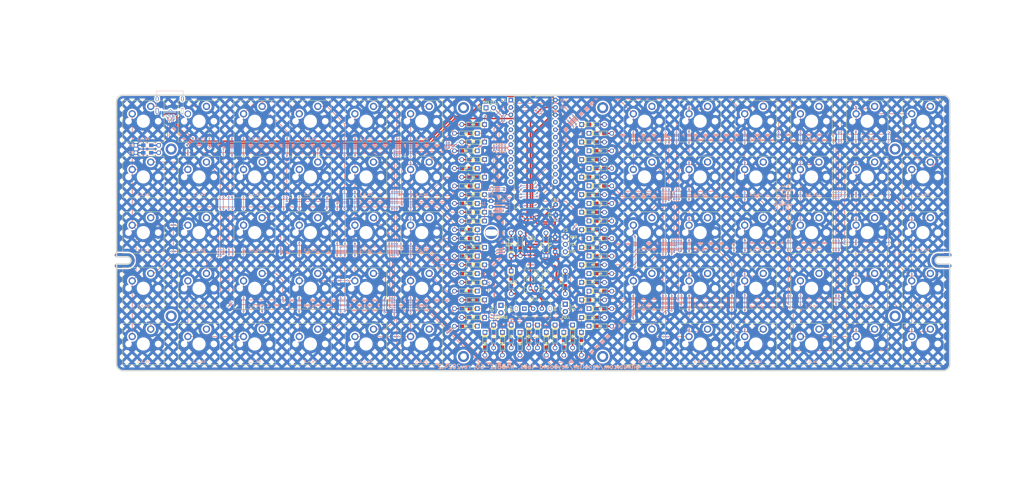
<source format=kicad_pcb>
(kicad_pcb (version 20241229) (generator "pcbnew") (generator_version "9.0")
  (title_block (title "WABBLE-60") (date "2024-06-27") (rev "2024.2") (company "rgoulter/keyboard-labs") (comment 1 "Mounts in GH-60 compatible cases") (comment 2 "Uses WeAct BLE Core Board") (comment 3 "in the Style of the Lumberjack PCB") (comment 4 "Ortholinear 5x12 Keyboard PCB"))
  (layers (0 "F.Cu" signal) (2 "B.Cu" signal) (13 "F.Paste" user) (15 "B.Paste" user) (5 "F.SilkS" user "F.Silkscreen") (7 "B.SilkS" user "B.Silkscreen") (1 "F.Mask" user) (3 "B.Mask" user) (25 "Edge.Cuts" user))
  (net 0 "")
  (net 1 "GND")
  (net 2 "/ROW1")
  (net 3 "/ROW2")
  (net 4 "/ROW3")
  (net 5 "/ROW4")
  (net 6 "/ROW5")
  (net 7 "/COL3")
  (net 8 "/COL1")
  (net 9 "/COL2")
  (net 10 "/COL4")
  (net 11 "/COL5")
  (net 12 "/COL6")
  (net 13 "/COL7")
  (net 14 "/COL8")
  (net 15 "/VDD")
  (net 16 "/FULL")
  (net 17 "Net-(D2-A)")
  (net 18 "/CHRG")
  (net 19 "Net-(D_1_1-A)")
  (net 20 "Net-(D_1_2-A)")
  (net 21 "Net-(D_1_3-A)")
  (net 22 "Net-(D_1_4-A)")
  (net 23 "Net-(D_1_5-A)")
  (net 24 "Net-(D_1_6-A)")
  (net 25 "Net-(D_1_7-A)")
  (net 26 "Net-(D_1_8-A)")
  (net 27 "Net-(D_2_1-A)")
  (net 28 "Net-(D_2_2-A)")
  (net 29 "Net-(D_2_3-A)")
  (net 30 "Net-(D_2_4-A)")
  (net 31 "Net-(D_2_5-A)")
  (net 32 "Net-(D_2_6-A)")
  (net 33 "Net-(D_2_7-A)")
  (net 34 "Net-(D_2_8-A)")
  (net 35 "Net-(D_3_1-A)")
  (net 36 "Net-(D_3_2-A)")
  (net 37 "Net-(D_3_3-A)")
  (net 38 "Net-(D_3_4-A)")
  (net 39 "Net-(D_3_5-A)")
  (net 40 "Net-(D_3_6-A)")
  (net 41 "Net-(D_3_7-A)")
  (net 42 "Net-(D_3_8-A)")
  (net 43 "Net-(D_4_1-A)")
  (net 44 "Net-(D_4_2-A)")
  (net 45 "Net-(D_4_3-A)")
  (net 46 "Net-(D_4_4-A)")
  (net 47 "Net-(D_4_5-A)")
  (net 48 "Net-(D_4_6-A)")
  (net 49 "Net-(D_4_7-A)")
  (net 50 "Net-(D_4_8-A)")
  (net 51 "Net-(D_5_1-A)")
  (net 52 "Net-(D_5_2-A)")
  (net 53 "Net-(D_5_3-A)")
  (net 54 "Net-(D_5_4-A)")
  (net 55 "Net-(D_5_5-A)")
  (net 56 "Net-(D_5_6-A)")
  (net 57 "Net-(D_5_7-A)")
  (net 58 "Net-(D_6_1-A)")
  (net 59 "/ROW6")
  (net 60 "Net-(D_6_2-A)")
  (net 61 "Net-(D_6_3-A)")
  (net 62 "Net-(D_6_4-A)")
  (net 63 "Net-(D_6_5-A)")
  (net 64 "Net-(D_6_6-A)")
  (net 65 "Net-(D_6_7-A)")
  (net 66 "Net-(D_7_1-A)")
  (net 67 "/ROW7")
  (net 68 "Net-(D_7_2-A)")
  (net 69 "Net-(D_7_3-A)")
  (net 70 "Net-(D_7_4-A)")
  (net 71 "Net-(D_7_5-A)")
  (net 72 "Net-(D_7_6-A)")
  (net 73 "Net-(D_7_7-A)")
  (net 74 "VBUS")
  (net 75 "/CC1")
  (net 76 "/USB_DN")
  (net 77 "/USB_DP")
  (net 78 "Net-(D_8_1-A)")
  (net 79 "/CC2")
  (net 80 "/ROW8")
  (net 81 "Net-(D_8_2-A)")
  (net 82 "Net-(D_8_3-A)")
  (net 83 "Net-(D_8_4-A)")
  (net 84 "Net-(D_8_5-A)")
  (net 85 "Net-(D_8_6-A)")
  (net 86 "Net-(D_8_7-A)")
  (net 90 "/BP")
  (net 91 "Net-(D3-A)")
  (net 92 "Net-(U2-PROG)")
  (footprint "ProjectLocal:SW_Cherry_MX_PCB_1.00u_BSilkRef" (layer "F.Cu") (at 325.85 96.975)
    (property "Reference" "SW_2_8")
    (property "Value" "MX-compatible")
  )
  (footprint "ProjectLocal:SW_Cherry_MX_PCB_1.00u_BSilkRef" (layer "F.Cu") (at 97.25 96.975)
    (property "Reference" "SW_5_2")
    (property "Value" "MX-compatible")
  )
  (footprint "ProjectLocal:SW_Cherry_MX_PCB_1.00u_BSilkRef" (layer "F.Cu") (at 154.4 116.025)
    (property "Reference" "SW_5_4")
    (property "Value" "MX-compatible")
  )
  (footprint "ProjectLocal:SW_Cherry_MX_PCB_1.00u_BSilkRef" (layer "F.Cu") (at 249.65 77.925)
    (property "Reference" "SW_5_5")
    (property "Value" "MX-compatible")
  )
  (footprint "ProjectLocal:Diode-dual" (layer "F.Cu") (at 213 78 180)
    (property "Reference" "D_2_6" (hide yes))
    (property "Value" "1N4148" (hide yes))
  )
  (footprint "ProjectLocal:Diode-dual" (layer "F.Cu") (at 213 102 180)
    (property "Reference" "D_4_6" (hide yes))
    (property "Value" "1N4148" (hide yes))
  )
  (footprint "ProjectLocal:Diode-dual" (layer "F.Cu") (at 215.5 111 180)
    (property "Reference" "D_5_6" (hide yes))
    (property "Value" "1N4148" (hide yes))
  )
  (footprint "ProjectLocal:Diode-dual" (layer "F.Cu") (at 213 114 180)
    (property "Reference" "D_5_5" (hide yes))
    (property "Value" "1N4148" (hide yes))
  )
  (footprint "ProjectLocal:Diode-dual" (layer "F.Cu") (at 169.5 117)
    (property "Reference" "D_5_4" (hide yes))
    (property "Value" "1N4148" (hide yes))
  )
  (footprint "ProjectLocal:Diode-dual" (layer "F.Cu") (at 169.5 111)
    (property "Reference" "D_5_2" (hide yes))
    (property "Value" "1N4148" (hide yes))
  )
  (footprint "ProjectLocal:Diode-dual" (layer "F.Cu") (at 169.5 63)
    (property "Reference" "D_1_2" (hide yes))
    (property "Value" "1N4148" (hide yes))
  )
  (footprint "MountingHole:MountingHole_2.2mm_M2_DIN965_Pad" (layer "F.Cu") (at 168.68748 54.23755)
    (property "Reference" "H1" (hide yes))
    (property "Value" "M2 16mm Spacer")
  )
  (footprint "MountingHole:MountingHole_2.2mm_M2_DIN965_Pad" (layer "F.Cu") (at 216.31252 54.23755)
    (property "Reference" "H2" (hide yes))
    (property "Value" "M2 16mm Spacer")
  )
  (footprint "MountingHole:MountingHole_2.2mm_M2_DIN965_Pad" (layer "F.Cu") (at 168.68748 139.367309)
    (property "Reference" "H3" (hide yes))
    (property "Value" "M2 16mm Spacer")
  )
  (footprint "MountingHole:MountingHole_2.2mm_M2_DIN965_Pad" (layer "F.Cu") (at 216.31252 139.367309)
    (property "Reference" "H4" (hide yes))
    (property "Value" "M2 16mm Spacer")
  )
  (footprint "ProjectLocal:SW_Cherry_MX_PCB_1.00u_BSilkRef" (layer "F.Cu") (at 249.65 58.875)
    (property "Reference" "SW_4_5")
    (property "Value" "MX-compatible")
  )
  (footprint "ProjectLocal:SW_Cherry_MX_PCB_1.00u_BSilkRef" (layer "F.Cu") (at 154.4 96.975)
    (property "Reference" "SW_4_4")
    (property "Value" "MX-compatible")
  )
  (footprint "ProjectLocal:SW_Cherry_MX_PCB_1.00u_BSilkRef" (layer "F.Cu") (at 116.3 135.075)
    (property "Reference" "SW_4_3")
    (property "Value" "MX-compatible")
  )
  (footprint "ProjectLocal:SW_Cherry_MX_PCB_1.00u_BSilkRef" (layer "F.Cu") (at 59.15 135.075)
    (property "Reference" "SW_5_1")
    (property "Value" "MX-compatible")
  )
  (footprint "ProjectLocal:Diode-dual" (layer "F.Cu") (at 169.5 99)
    (property "Reference" "D_4_2" (hide yes))
    (property "Value" "1N4148" (hide yes))
  )
  (footprint "ProjectLocal:Diode-dual" (layer "F.Cu") (at 169.5 105)
    (property "Reference" "D_4_4" (hide yes))
    (property "Value" "1N4148" (hide yes))
  )
  (footprint "ProjectLocal:Diode-dual" (layer "F.Cu") (at 172 84)
    (property "Reference" "D_3_1" (hide yes))
    (property "Value" "1N4148" (hide yes))
  )
  (footprint "ProjectLocal:Diode-dual" (layer "F.Cu") (at 169.5 87)
    (property "Reference" "D_3_2" (hide yes))
    (property "Value" "1N4148" (hide yes))
  )
  (footprint "ProjectLocal:Diode-dual" (layer "F.Cu") (at 172 90)
    (property "Reference" "D_3_3" (hide yes))
    (property "Value" "1N4148" (hide yes))
  )
  (footprint "ProjectLocal:Diode-dual" (layer "F.Cu") (at 215.5 105 180)
    (property "Reference" "D_4_5" (hide yes))
    (property "Value" "1N4148" (hide yes))
  )
  (footprint "ProjectLocal:Diode-dual" (layer "F.Cu") (at 172 72)
    (property "Reference" "D_2_1" (hide yes))
    (property "Value" "1N4148" (hide yes))
  )
  (footprint "ProjectLocal:Diode-dual" (layer "F.Cu") (at 215.5 93 180)
    (property "Reference" "D_3_5" (hide yes))
    (property "Value" "1N4148" (hide yes))
  )
  (footprint "ProjectLocal:Diode-dual" (layer "F.Cu") (at 172 78)
    (property "Reference" "D_2_3" (hide yes))
    (property "Value" "1N4148" (hide yes))
  )
  (footprint "ProjectLocal:Diode-dual" (layer "F.Cu") (at 169.5 81)
    (property "Reference" "D_2_4" (hide yes))
    (property "Value" "1N4148" (hide yes))
  )
  (footprint "ProjectLocal:Diode-dual" (layer "F.Cu") (at 215.5 81 180)
    (property "Reference" "D_2_5" (hide yes))
    (property "Value" "1N4148" (hide yes))
  )
  (footprint "ProjectLocal:Diode-dual" (layer "F.Cu") (at 172 66)
    (property "Reference" "D_1_3" (hide yes))
    (property "Value" "1N4148" (hide yes))
  )
  (footprint "ProjectLocal:SW_Cherry_MX_PCB_1.00u_BSilkRef" (layer "F.Cu") (at 268.7 96.975)
    (property "Reference" "SW_3_6")
    (property "Value" "MX-compatible")
  )
  (footprint "ProjectLocal:SW_Cherry_MX_PCB_1.00u_BSilkRef" (layer "F.Cu") (at 230.6 116.025)
    (property "Reference" "SW_2_5")
    (property "Value" "MX-compatible")
  )
  (footprint "ProjectLocal:SW_Cherry_MX_PCB_1.00u_BSilkRef" (layer "F.Cu") (at 116.3 116.025)
    (property "Reference" "SW_3_3")
    (property "Value" "MX-compatible")
  )
  (footprint "ProjectLocal:SW_Cherry_MX_PCB_1.00u_BSilkRef" (layer "F.Cu") (at 97.25 58.875)
    (property "Reference" "SW_3_2")
    (property "Value" "MX-compatible")
  )
  (footprint "ProjectLocal:SW_Cherry_MX_PCB_1.00u_BSilkRef" (layer "F.Cu") (at 59.15 96.975)
    (property "Reference" "SW_3_1")
    (property "Value" "MX-compatible")
  )
  (footprint "ProjectLocal:SW_Cherry_MX_PCB_1.00u_BSilkRef" (layer "F.Cu") (at 268.7 58.875)
    (property "Reference" "SW_1_6")
    (property "Value" "MX-compatible")
  )
  (footprint "ProjectLocal:SW_Cherry_MX_PCB_1.00u_BSilkRef" (layer "F.Cu") (at 135.35 135.075)
    (property "Reference" "SW_1_4")
    (property "Value" "MX-compatible")
  )
  (footprint "ProjectLocal:SW_Cherry_MX_PCB_1.00u_BSilkRef" (layer "F.Cu") (at 116.3 77.925)
    (property "Reference" "SW_1_3")
    (property "Value" "MX-compatible")
  )
  (footprint "ProjectLocal:Diode-dual" (layer "F.Cu") (at 215.5 69 180)
    (property "Reference" "D_1_5" (hide yes))
    (property "Value" "1N4148" (hide yes))
  )
  (footprint "ProjectLocal:SW_Cherry_MX_PCB_1.00u_BSilkRef" (layer "F.Cu") (at 116.3 96.975)
    (property "Reference" "SW_2_3")
    (property "Value" "MX-compatible")
  )
  (footprint "ProjectLocal:SW_Cherry_MX_PCB_1.00u_BSilkRef" (layer "F.Cu") (at 154.4 58.875)
    (property "Reference" "SW_2_4")
    (property "Value" "MX-compatible")
  )
  (footprint "ProjectLocal:SW_Cherry_MX_PCB_1.00u_BSilkRef" (layer "F.Cu") (at 268.7 77.925)
    (property "Reference" "SW_2_6")
    (property "Value" "MX-compatible")
  )
  (footprint "ProjectLocal:SW_Cherry_MX_PCB_1.00u_BSilkRef" (layer "F.Cu") (at 59.15 116.025)
    (property "Reference" "SW_4_1")
    (property "Value" "MX-compatible")
  )
  (footprint "ProjectLocal:SW_Cherry_MX_PCB_1.00u_BSilkRef" (layer "F.Cu") (at 97.25 77.925)
    (property "Reference" "SW_4_2")
    (property "Value" "MX-compatible")
  )
  (footprint "ProjectLocal:SW_Cherry_MX_PCB_1.00u_BSilkRef" (layer "F.Cu") (at 325.85 116.025)
    (property "Reference" "SW_3_8")
    (property "Value" "MX-compatible")
  )
  (footprint "ProjectLocal:SW_Cherry_MX_PCB_1.00u_BSilkRef" (layer "F.Cu") (at 135.35 58.875)
    (property "Reference" "SW_5_3")
    (property "Value" "MX-compatible")
  )
  (footprint "ProjectLocal:SW_Cherry_MX_PCB_1.00u_BSilkRef" (layer "F.Cu") (at 59.15 77.925)
    (property "Reference" "SW_2_1")
    (property "Value" "MX-compatible")
  )
  (footprint "ProjectLocal:SW_Cherry_MX_PCB_1.00u_BSilkRef" (layer "F.Cu") (at 325.85 135.075)
    (property "Reference" "SW_4_8")
    (property "Value" "MX-compatible")
  )
  (footprint "ProjectLocal:SW_Cherry_MX_PCB_1.00u_BSilkRef" (layer "F.Cu") (at 230.6 96.975)
    (property "Reference" "SW_1_5")
    (property "Value" "MX-compatible")
  )
  (footprint "ProjectLocal:SW_Cherry_MX_PCB_1.00u_BSilkRef" (layer "F.Cu") (at 268.7 116.025)
    (property "Reference" "SW_4_6")
    (property "Value" "MX-compatible")
  )
  (footprint "ProjectLocal:Diode-dual" (layer "F.Cu") (at 172 108)
    (property "Reference" "D_5_1" (hide yes))
    (property "Value" "1N4148" (hide yes))
  )
  (footprint "ProjectLocal:SW_Cherry_MX_PCB_1.00u_BSilkRef" (layer "F.Cu") (at 287.75 135.075)
    (property "Reference" "SW_2_7")
    (property "Value" "MX-compatible")
  )
  (footprint "ProjectLocal:SW_Cherry_MX_PCB_1.00u_BSilkRef" (layer "F.Cu") (at 287.75 116.025)
    (property "Reference" "SW_1_7")
    (property "Value" "MX-compatible")
  )
  (footprint "ProjectLocal:SW_Cherry_MX_PCB_1.00u_BSilkRef" (layer "F.Cu") (at 325.85 77.925)
    (property "Reference" "SW_1_8")
    (property "Value" "MX-compatible")
  )
  (footprint "ProjectLocal:SW_Cherry_MX_PCB_1.00u_BSilkRef" (layer "F.Cu") (at 268.7 135.075)
    (property "Reference" "SW_5_6")
    (property "Value" "MX-compatible")
  )
  (footprint "ProjectLocal:SW_Cherry_MX_PCB_1.00u_BSilkRef" (layer "F.Cu") (at 306.8 58.875)
    (property "Reference" "SW_3_7")
    (property "Value" "MX-compatible")
  )
  (footprint "ProjectLocal:SW_Cherry_MX_PCB_1.00u_BSilkRef" (layer "F.Cu") (at 306.8 96.975)
    (property "Reference" "SW_5_7")
    (property "Value" "MX-compatible")
  )
  (footprint "ProjectLocal:SW_Cherry_MX_PCB_1.00u_BSilkRef" (layer "F.Cu") (at 306.8 77.925)
    (property "Reference" "SW_4_7")
    (property "Value" "MX-compatible")
  )
  (footprint "ProjectLocal:SW_Cherry_MX_PCB_1.00u_BSilkRef" (layer "F.Cu") (at 230.6 135.075)
    (property "Reference" "SW_3_5")
    (property "Value" "MX-compatible")
  )
  (footprint "ProjectLocal:Diode-dual" (layer "F.Cu") (at 215.5 63 180)
    (property "Reference" "D_1_7" (hide yes))
    (property "Value" "1N4148" (hide yes))
  )
  (footprint "ProjectLocal:Diode-dual" (layer "F.Cu") (at 213 60 180)
    (property "Reference" "D_1_8" (hide yes))
    (property "Value" "1N4148" (hide yes))
  )
  (footprint "ProjectLocal:Diode-dual" (layer "F.Cu") (at 215.5 75 180)
    (property "Reference" "D_2_7" (hide yes))
    (property "Value" "1N4148" (hide yes))
  )
  (footprint "ProjectLocal:Diode-dual" (layer "F.Cu") (at 213 84 180)
    (property "Reference" "D_3_8" (hide yes))
    (property "Value" "1N4148" (hide yes))
  )
  (footprint "ProjectLocal:Diode-dual" (layer "F.Cu") (at 215.5 87 180)
    (property "Reference" "D_3_7" (hide yes))
    (property "Value" "1N4148" (hide yes))
  )
  (footprint "ProjectLocal:Diode-dual" (layer "F.Cu") (at 213 72 180)
    (property "Reference" "D_2_8" (hide yes))
    (property "Value" "1N4148" (hide yes))
  )
  (footprint "ProjectLocal:Diode-dual" (layer "F.Cu") (at 215.5 99 180)
    (property "Reference" "D_4_7" (hide yes))
    (property "Value" "1N4148" (hide yes))
  )
  (footprint "ProjectLocal:Diode-dual" (layer "F.Cu") (at 213 108 180)
    (property "Reference" "D_5_7" (hide yes))
    (property "Value" "1N4148" (hide yes))
  )
  (footprint "ProjectLocal:Diode-dual" (layer "F.Cu") (at 213 96 180)
    (property "Reference" "D_4_8" (hide yes))
    (property "Value" "1N4148" (hide yes))
  )
  (footprint "ProjectLocal:H_M2_Spacer_Hole" (layer "F.Cu") (at 178.2 97)
    (property "Reference" "H5" (hide yes))
    (property "Value" "~")
  )
  (footprint "ProjectLocal:Diode-dual" (layer "F.Cu") (at 169.5 96)
    (property "Reference" "D_4_1" (hide yes))
    (property "Value" "1N4148" (hide yes))
  )
  (footprint "ProjectLocal:Diode-dual" (layer "F.Cu") (at 172 93)
    (property "Reference" "D_3_4" (hide yes))
    (property "Value" "1N4148" (hide yes))
  )
  (footprint "ProjectLocal:Diode-dual" (layer "F.Cu") (at 213 90 180)
    (property "Reference" "D_3_6" (hide yes))
    (property "Value" "1N4148" (hide yes))
  )
  (footprint "ProjectLocal:Diode-dual" (layer "F.Cu") (at 172 60)
    (property "Reference" "D_1_1" (hide yes))
    (property "Value" "1N4148" (hide yes))
  )
  (footprint "ProjectLocal:Diode-dual" (layer "F.Cu") (at 172 102)
    (property "Reference" "D_4_3" (hide yes))
    (property "Value" "1N4148" (hide yes))
  )
  (footprint "ProjectLocal:SW_Cherry_MX_PCB_1.00u_BSilkRef" (layer "F.Cu") (at 78.2 116.025)
    (property "Reference" "SW_1_2")
    (property "Value" "MX-compatible")
  )
  (footprint "ProjectLocal:SW_Cherry_MX_PCB_1.00u_BSilkRef" (layer "F.Cu") (at 59.15 58.875)
    (property "Reference" "SW_1_1")
    (property "Value" "MX-compatible")
  )
  (footprint "ProjectLocal:SW_Cherry_MX_PCB_1.00u_BSilkRef" (layer "F.Cu") (at 78.2 135.075)
    (property "Reference" "SW_2_2")
    (property "Value" "MX-compatible")
  )
  (footprint "ProjectLocal:SW_Cherry_MX_PCB_1.00u_BSilkRef" (layer "F.Cu") (at 154.4 77.925)
    (property "Reference" "SW_3_4")
    (property "Value" "MX-compatible")
  )
  (footprint "ProjectLocal:Diode-dual" (layer "F.Cu") (at 169.5 69)
    (property "Reference" "D_1_4" (hide yes))
    (property "Value" "1N4148" (hide yes))
  )
  (footprint "ProjectLocal:Diode-dual" (layer "F.Cu") (at 172 114)
    (property "Reference" "D_5_3" (hide yes))
    (property "Value" "1N4148" (hide yes))
  )
  (footprint "LED_THT:LED_D3.0mm" (layer "F.Cu") (at 181.5 121.8694 -90)
    (property "Reference" "D4")
    (property "Value" "Red")
  )
  (footprint "ProjectLocal:Diode-dual" (layer "F.Cu") (at 185 101 -90)
    (property "Reference" "D1")
    (property "Value" "1N5819" (hide yes))
  )
  (footprint "Package_TO_SOT_SMD:TSOT-23-5" (layer "F.Cu") (at 192.5748 101)
    (property "Reference" "U2")
    (property "Value" "TP4054")
  )
  (footprint "ProjectLocal:C_0805_2012Metric_Pad1.18x1.45mm_HandSolder_Dual" (layer "F.Cu") (at 200 101 90)
    (property "Reference" "C1")
    (property "Value" "1uF" (hide yes))
  )
  (footprint "ProjectLocal:Resistor-Hybrid" (layer "F.Cu") (at 203.5 114 -90)
    (property "Reference" "R3")
    (property "Value" "22K" (hide yes))
  )
  (footprint "ProjectLocal:Diode-dual" (layer "F.Cu") (at 169.5 75)
    (property "Reference" "D_2_2" (hide yes))
    (property "Value" "1N4148" (hide yes))
  )
  (footprint "LED_THT:LED_D3.0mm" (layer "F.Cu") (at 203.5 121.468 -90)
    (property "Reference" "D3")
    (property "Value" "Green")
  )
  (footprint "ProjectLocal:WeAct_WCH_BLE_CoreBoard" (layer "F.Cu") (at 184.88 51.62)
    (property "Reference" "U1")
    (property "Value" "WeAct WCH BLE CoreBoard")
  )
  (footprint "ProjectLocal:Diode-dual" (layer "F.Cu") (at 213 66 180)
    (property "Reference" "D_1_6" (hide yes))
    (property "Value" "1N4148" (hide yes))
  )
  (footprint "ProjectLocal:Graphic_Mask_HalfHole" (layer "F.Cu") (at 53.7089 106.5)
    (property "Reference" "HOLE" (hide yes))
    (property "Value" "Graphic_Mask_HalfHole")
  )
  (footprint "ProjectLocal:Graphic_Mask_HalfHole" (layer "F.Cu") (at 331.2912 106.5 180)
    (property "Reference" "HOLE" (hide yes))
    (property "Value" "Graphic_Mask_HalfHole")
  )
  (footprint "ProjectLocal:SW_Cherry_MX_PCB_1.00u_BSilkRef" (layer "F.Cu") (at 135.35 116.025)
    (property "Reference" "SW_8_3")
    (property "Value" "MX-compatible")
  )
  (footprint "Connector_JST:JST_PH_S2B-PH-K_1x02_P2.00mm_Horizontal" (layer "F.Cu") (at 193.54 115.992 180)
    (property "Reference" "J4")
    (property "Value" "2-pin PH2.0 JST")
  )
  (footprint "ProjectLocal:SW_Cherry_MX_PCB_1.00u_BSilkRef" (layer "F.Cu") (at 97.25 116.025)
    (property "Reference" "SW_6_2")
    (property "Value" "MX-compatible")
  )
  (footprint "ProjectLocal:Diode-dual" (layer "F.Cu") (at 213 126 180)
    (property "Reference" "D_7_7" (hide yes))
    (property "Value" "1N4148" (hide yes))
  )
  (footprint "ProjectLocal:Diode-dual" (layer "F.Cu") (at 213 120 180)
    (property "Reference" "D_6_6" (hide yes))
    (property "Value" "1N4148" (hide yes))
  )
  (footprint "ProjectLocal:SW_SPDT_SS-12F44" (layer "F.Cu") (at 192.5 123)
    (property "Reference" "SW1")
    (property "Value" "SS-12F44")
  )
  (footprint "ProjectLocal:Resistor-Hybrid" (layer "F.Cu") (at 196.9 101 -90)
    (property "Reference" "R5")
    (property "Value" "R_PROG" (hide yes))
  )
  (footprint "MountingHole:MountingHole_2.2mm_M2_DIN965_Pad" (layer "F.Cu") (at 68.675 125.55)
    (property "Reference" "H7" (hide yes))
    (property "Value" "3DP case mount")
  )
  (footprint "ProjectLocal:SW_Cherry_MX_PCB_1.00u_BSilkRef" (layer "F.Cu") (at 154.4 135.075)
    (property "Reference" "SW_6_4")
    (property "Value" "MX-compatible")
  )
  (footprint "ProjectLocal:Diode-dual" (layer "F.Cu") (at 179 132.5 90)
    (property "Reference" "D_7_2" (hide yes))
    (property "Value" "1N4148" (hide yes))
  )
  (footprint "ProjectLocal:Diode-dual" (layer "F.Cu") (at 169.5 123)
    (property "Reference" "D_6_2" (hide yes))
    (property "Value" "1N4148" (hide yes))
  )
  (footprint "ProjectLocal:Diode-dual" (layer "F.Cu") (at 215.5 129 180)
    (property "Reference" "D_7_6" (hide yes))
    (property "Value" "1N4148" (hide yes))
  )
  (footprint "ProjectLocal:SW_Cherry_MX_PCB_1.00u_BSilkRef" (layer "F.Cu") (at 135.35 77.925)
    (property "Reference" "SW_6_3")
    (property "Value" "MX-compatible")
  )
  (footprint "MountingHole:MountingHole_2.2mm_M2_DIN965_Pad" (layer "F.Cu") (at 316.325 125.55)
    (property "Reference" "H8" (hide yes))
    (property "Value" "3DP case mount")
  )
  (footprint "ProjectLocal:Diode-dual" (layer "F.Cu") (at 203 135 90)
    (property "Reference" "D_8_6" (hide yes))
    (property "Value" "1N4148" (hide yes))
  )
  (footprint "ProjectLocal:SW_Cherry_MX_PCB_1.00u_BSilkRef" (layer "F.Cu") (at 78.2 77.925)
    (property "Reference" "SW_7_1")
    (property "Value" "MX-compatible")
  )
  (footprint "ProjectLocal:Diode-dual" (layer "F.Cu") (at 191 132.5 90)
    (property "Reference" "D_8_2" (hide yes))
    (property "Value" "1N4148" (hide yes))
  )
  (footprint "ProjectLocal:SW_Cherry_MX_PCB_1.00u_BSilkRef" (layer "F.Cu") (at 287.75 96.975)
    (property "Reference" "SW_8_6")
    (property "Value" "MX-compatible")
  )
  (footprint "ProjectLocal:SW_Cherry_MX_PCB_1.00u_BSilkRef" (layer "F.Cu") (at 230.6 58.875)
    (property "Reference" "SW_7_4")
    (property "Value" "MX-compatible")
  )
  (footprint "ProjectLocal:SW_Cherry_MX_PCB_1.00u_BSilkRef" (layer "F.Cu") (at 249.65 96.975)
    (property "Reference" "SW_6_5")
    (property "Value" "MX-compatible")
  )
  (footprint "ProjectLocal:SW_Cherry_MX_PCB_1.00u_BSilkRef" (layer "F.Cu") (at 287.75 77.925)
    (property "Reference" "SW_7_6")
    (property "Value" "MX-compatible")
  )
  (footprint "ProjectLocal:SW_Cherry_MX_PCB_1.00u_BSilkRef" (layer "F.Cu") (at 249.65 116.025)
    (property "Reference" "SW_7_5")
    (property "Value" "MX-compatible")
  )
  (footprint "MountingHole:MountingHole_2.2mm_M2_DIN965_Pad" (layer "F.Cu") (at 316.325 68.4)
    (property "Reference" "H9" (hide yes))
    (property "Value" "3DP case mount")
  )
  (footprint "ProjectLocal:SW_Cherry_MX_PCB_1.00u_BSilkRef" (layer "F.Cu") (at 287.75 58.875)
    (property "Reference" "SW_6_6")
    (property "Value" "MX-compatible")
  )
  (footprint "ProjectLocal:Diode-dual" (layer "F.Cu") (at 185 114 90)
    (property "Reference" "D2")
    (property "Value" "1N5819" (hide yes))
  )
  (footprint "ProjectLocal:SW_Cherry_MX_PCB_1.00u_BSilkRef" (layer "F.Cu") (at 135.35 96.975)
    (property "Reference" "SW_7_3")
    (property "Value" "MX-compatible")
  )
  (footprint "ProjectLocal:Diode-dual" (layer "F.Cu") (at 209 135 90)
    (property "Reference" "D_7_5" (hide yes))
    (property "Value" "1N4148" (hide yes))
  )
  (footprint "ProjectLocal:Diode-dual" (layer "F.Cu") (at 215.5 123 180)
    (property "Reference" "D_6_5" (hide yes))
    (property "Value" "1N4148" (hide yes))
  )
  (footprint "ProjectLocal:SW_Cherry_MX_PCB_1.00u_BSilkRef" (layer "F.Cu") (at 116.3 58.875)
    (property "Reference" "SW_8_2")
    (property "Value" "MX-compatible")
  )
  (footprint "Connector_PinHeader_2.54mm:PinHeader_1x02_P2.54mm_Vertical" (layer "F.Cu") (at 176.395 54.285 90)
    (property "Reference" "J6")
    (property "Value" "Conn_01x02_Socket")
  )
  (footprint "ProjectLocal:SW_Cherry_MX_PCB_1.00u_BSilkRef" (layer "F.Cu") (at 97.25 135.075)
    (property "Reference" "SW_7_2")
    (property "Value" "MX-compatible")
  )
  (footprint "ProjectLocal:Diode-dual" (layer "F.Cu") (at 194 132.5 90)
    (property "Reference" "D_8_3" (hide yes))
    (property "Value" "1N4148" (hide yes))
  )
  (footprint "ProjectLocal:Diode-dual" (layer "F.Cu") (at 215.5 117 180)
    (property "Reference" "D_6_7" (hide yes))
    (property "Value" "1N4148" (hide yes))
  )
  (footprint "ProjectLocal:Resistor-Hybrid" (layer "F.Cu") (at 188.1 101 -90)
    (property "Reference" "R4")
    (property "Value" "10K" (hide yes))
  )
  (footprint "Connector_PinHeader_2.54mm:PinHeader_1x03_P2.54mm_Vertical" (layer "F.Cu") (at 203.5 98.46)
    (property "Reference" "J5")
    (property "Value" "Conn_01x03_Socket")
  )
  (footprint "ProjectLocal:Diode-dual" (layer "F.Cu") (at 185 132.5 90)
    (property "Reference" "D_7_4" (hide yes))
    (property "Value" "1N4148" (hide yes))
  )
  (footprint "ProjectLocal:SW_Cherry_MX_PCB_1.00u_BSilkRef" (layer "F.Cu") (at 306.8 135.075)
    (property "Reference" "SW_7_7")
    (property "Value" "MX-compatible")
  )
  (footprint "ProjectLocal:Diode-dual" (layer "F.Cu") (at 172 120)
    (property "Reference" "D_6_1" (hide yes))
    (property "Value" "1N4148" (hide yes))
  )
  (footprint "ProjectLocal:SW_Cherry_MX_PCB_1.00u_BSilkRef" (layer "F.Cu") (at 78.2 58.875)
    (property "Reference" "SW_6_1")
    (property "Value" "MX-compatible")
  )
  (footprint "ProjectLocal:SW_Cherry_MX_PCB_1.00u_BSilkRef" (layer "F.Cu") (at 325.85 58.875)
    (property "Reference" "SW_8_7")
    (property "Value" "MX-compatible")
  )
  (footprint "ProjectLocal:Diode-dual" (layer "F.Cu") (at 172 126)
    (property "Reference" "D_6_3" (hide yes))
    (property "Value" "1N4148" (hide yes))
  )
  (footprint "ProjectLocal:Diode-dual" (layer "F.Cu") (at 169.5 129)
    (property "Reference" "D_6_4" (hide yes))
    (property "Value" "1N4148" (hide yes))
  )
  (footprint "ProjectLocal:Diode-dual" (layer "F.Cu") (at 182 135 90)
    (property "Reference" "D_7_3" (hide yes))
    (property "Value" "1N4148" (hide yes))
  )
  (footprint "ProjectLocal:SW_Cherry_MX_PCB_1.00u_BSilkRef" (layer "F.Cu") (at 249.65 135.075)
    (property "Reference" "SW_8_5")
    (property "Value" "MX-compatible")
  )
  (footprint "ProjectLocal:SW_Cherry_MX_PCB_1.00u_BSilkRef" (layer "F.Cu") (at 230.6 77.925)
    (property "Reference" "SW_8_4")
    (property "Value" "MX-compatible")
  )
  (footprint "Connector_Wire:SolderWire-0.1sqmm_1x02_P3.6mm_D0.4mm_OD1mm" (layer "F.Cu") (at 200.2202 90.9372 90)
    (property "Reference" "J2")
    (property "Value" "Battery")
  )
  (footprint "ProjectLocal:SW_Cherry_MX_PCB_1.00u_BSilkRef" (layer "F.Cu") (at 78.2 96.975)
    (property "Reference" "SW_8_1")
    (property "Value" "MX-compatible")
  )
  (footprint "ProjectLocal:Diode-dual" (layer "F.Cu") (at 200 132.5 90)
    (property "Reference" "D_8_5" (hide yes))
    (property "Value" "1N4148" (hide yes))
  )
  (footprint "ProjectLocal:SW_Cherry_MX_PCB_1.00u_BSilkRef" (layer "F.Cu") (at 306.8 116.025)
    (property "Reference" "SW_6_7")
    (property "Value" "MX-compatible")
  )
  (footprint "MountingHole:MountingHole_2.2mm_M2_DIN965_Pad" (layer "F.Cu") (at 68.675 68.4)
    (property "Reference" "H6" (hide yes))
    (property "Value" "3DP case mount")
  )
  (footprint "ProjectLocal:Diode-dual" (layer "F.Cu") (at 197 135 90)
    (property "Reference" "D_8_4" (hide yes))
    (property "Value" "1N4148" (hide yes))
  )
  (footprint "ProjectLocal:Diode-dual" (layer "F.Cu") (at 176 135 90)
    (property "Reference" "D_7_1" (hide yes))
    (property "Value" "1N4148" (hide yes))
  )
  (footprint "ProjectLocal:Diode-dual" (layer "F.Cu") (at 206 132.5 90)
    (property "Reference" "D_8_7" (hide yes))
    (property "Value" "1N4148" (hide yes))
  )
  (footprint "Package_TO_SOT_SMD:SOT-23-3" (layer "F.Cu") (at 199.5 110.5 90)
    (property "Reference" "Q2")
    (property "Value" "BSS138")
  )
  (footprint "ProjectLocal:Diode-dual" (layer "F.Cu") (at 188 135 90)
    (property "Reference" "D_8_1" (hide yes))
    (property "Value" "1N4148" (hide yes))
  )
  (footprint "ProjectLocal:Resistor-Hybrid" (layer "B.Cu") (at 60.5 69.652)
    (property "Reference" "R2")
    (property "Value" "5.1K" (hide yes))
  )
  (footprint "ProjectLocal:Resistor-Hybrid" (layer "B.Cu") (at 60.5 67.112)
    (property "Reference" "R1")
    (property "Value" "5.1K" (hide yes))
  )
  (footprint "Connector_USB:USB_C_Receptacle_XKB_U262-16XN-4BVC11" (layer "B.Cu") (at 68.2 52.3)
    (property "Reference" "J1")
    (property "Value" "16-pin USB-C Connector SMD")
  )
  (footprint "Connector_JST:JST_PH_S2B-PH-K_1x02_P2.00mm_Horizontal" (layer "B.Cu") (at 178.1106 86.1526 -90)
    (property "Reference" "J3")
    (property "Value" "2-pin PH2.0 JST")
  )
  (gr_line (start 274.8 87.4) (end 281.5 87.4) (stroke (width 0.254)) (layer "B.SilkS"))
  (gr_poly (pts (xy 332.984955 144.187691) (xy 333.217957 144.150795) (xy 333.444977 144.08989) (xy 333.664978 144.005493) (xy 333.874969 143.89859) (xy 334.072968 143.770294) (xy 334.255981 143.622093) (xy 334.421967 143.455589) (xy 334.569977 143.272491) (xy 334.698975 143.074989) (xy 334.804962 142.865189) (xy 334.889984 142.645294) (xy 334.950958 142.417793) (xy 334.987976 142.185196) (xy 334.999969 141.949989) (xy 334.999969 107.749996) (xy 331.290955 107.749996) (xy 331.159973 107.743095) (xy 331.030975 107.722694) (xy 330.904968 107.688797) (xy 330.782959 107.641895) (xy 330.665955 107.582497) (xy 330.555969 107.511295) (xy 330.454956 107.428898) (xy 330.361969 107.336395) (xy 330.279968 107.234695) (xy 330.208984 107.124996) (xy 330.148956 107.008396) (xy 330.101959 106.886295) (xy 330.067963 106.759895) (xy 330.047974 106.630596) (xy 330.040955 106.499996) (xy 330.047974 106.369396) (xy 330.067963 106.240097) (xy 330.101959 106.113697) (xy 330.148956 105.991596) (xy 330.208984 105.874996) (xy 330.279968 105.765297) (xy 330.361969 105.663597) (xy 330.454956 105.571095) (xy 330.555969 105.488697) (xy 330.665955 105.417496) (xy 330.782959 105.358097) (xy 330.904968 105.311195) (xy 331.030975 105.277298) (xy 331.159973 105.256897) (xy 331.290955 105.249996) (xy 334.999969 105.249996) (xy 334.999969 52.25) (xy 334.987976 52.0148) (xy 334.950958 51.7822) (xy 334.889984 51.5547) (xy 334.804962 51.33484) (xy 334.698975 51.125) (xy 334.569977 50.927475) (xy 334.421967 50.744446) (xy 334.255981 50.577911) (xy 334.072968 50.429703) (xy 333.874969 50.301437) (xy 333.664978 50.194519) (xy 333.444977 50.110123) (xy 333.217957 50.049164) (xy 332.984955 50.012314) (xy 332.749969 50) (xy 52.25 50) (xy 52.0148 50.012314) (xy 51.7822 50.049164) (xy 51.5547 50.110123) (xy 51.33484 50.194519) (xy 51.125 50.301437) (xy 50.927475 50.429703) (xy 50.744446 50.577911) (xy 50.577911 50.744446) (xy 50.429703 50.927475) (xy 50.301437 51.125) (xy 50.194519 51.33484) (xy 50.110123 51.5547) (xy 50.049164 51.7822) (xy 50.012314 52.0148) (xy 50 52.25) (xy 50 105.249996) (xy 53.70889 105.249996) (xy 53.83955 105.256897) (xy 53.96878 105.277298) (xy 54.09517 105.311195) (xy 54.217319 105.358097) (xy 54.333889 105.417496) (xy 54.44362 105.488697) (xy 54.5453 105.571095) (xy 54.637819 105.663597) (xy 54.72017 105.765297) (xy 54.79143 105.874996) (xy 54.85083 105.991596) (xy 54.897719 106.113697) (xy 54.93158 106.240097) (xy 54.95204 106.369396) (xy 54.958889 106.499996) (xy 54.95204 106.630596) (xy 54.93158 106.759895) (xy 54.897719 106.886295) (xy 54.85083 107.008396) (xy 54.79143 107.124996) (xy 54.72017 107.234695) (xy 54.637819 107.336395) (xy 54.5453 107.428898) (xy 54.44362 107.511295) (xy 54.333889 107.582497) (xy 54.217319 107.641895) (xy 54.09517 107.688797) (xy 53.96878 107.722694) (xy 53.83955 107.743095) (xy 53.70889 107.749996) (xy 50 107.749996) (xy 50 141.949989) (xy 50.012314 142.185196) (xy 50.049164 142.417793) (xy 50.110123 142.645294) (xy 50.194519 142.865189) (xy 50.301437 143.074989) (xy 50.429703 143.272491) (xy 50.577911 143.455589) (xy 50.744446 143.622093) (xy 50.927475 143.770294) (xy 51.125 143.89859) (xy 51.33484 144.005493) (xy 51.5547 144.08989) (xy 51.7822 144.150795) (xy 52.0148 144.187691) (xy 52.25 144.199989) (xy 332.749969 144.199989) (xy 332.984955 144.187691)) (stroke (width 0.499999)) (fill no) (layer "Edge.Cuts"))
  (gr_text "OFF\n" (at 185 123 90) (layer "F.SilkS") (effects (font (size 0.8 0.8) (thickness 0.16))))
  (gr_text "B+" (at 188.206 116.134 0) (layer "F.SilkS") (effects (font (size 0.8 0.8) (thickness 0.16))))
  (gr_text "CHARGE" (at 181.5512 126 0) (layer "F.SilkS") (effects (font (size 0.8 0.8) (thickness 0.16))))
  (gr_text "GND" (at 205 98.46 0) (layer "F.SilkS") (effects (font (size 0.8 0.8) (thickness 0.16)) (justify left)))
  (gr_text "TIO" (at 205 103.54 0) (layer "F.SilkS") (effects (font (size 0.8 0.8) (thickness 0.16)) (justify left)))
  (gr_text "FULL" (at 203.7254 126 0) (layer "F.SilkS") (effects (font (size 0.8 0.8) (thickness 0.16))))
  (gr_text "RX1" (at 176.395 52.38 0) (layer "F.SilkS") (effects (font (size 0.8 0.8) (thickness 0.16))))
  (gr_text "B+" (at 200.398 85.6794 0) (layer "F.SilkS") (effects (font (size 0.8 0.8) (thickness 0.16))))
  (gr_text "B-" (at 200.398 92.766 0) (layer "F.SilkS") (effects (font (size 0.8 0.8) (thickness 0.16))))
  (gr_text "TCK" (at 205 101 0) (layer "F.SilkS") (effects (font (size 0.8 0.8) (thickness 0.16)) (justify left)))
  (gr_text "TX1" (at 178.935 52.38 0) (layer "F.SilkS") (effects (font (size 0.8 0.8) (thickness 0.16))))
  (gr_text "ON" (at 200 123 90) (layer "F.SilkS") (effects (font (size 0.8 0.8) (thickness 0.16))))
  (gr_text "B-" (at 196.842 116.134 0) (layer "F.SilkS") (effects (font (size 0.8 0.8) (thickness 0.16))))
  (gr_text "LUMBER" (at 278.1 86.75 0) (layer "B.SilkS") (effects (font (size 1 1)) (justify mirror)))
  (gr_text "USB D-" (at 183.5 69.4 0) (layer "B.SilkS") (effects (font (size 0.8 0.8) (thickness 0.16)) (justify left mirror)))
  (gr_text "VDD" (at 203 54.2342 0) (layer "B.SilkS") (effects (font (size 0.8 0.8) (thickness 0.16)) (justify mirror)))
  (gr_text "GND" (at 203 51.7196 0) (layer "B.SilkS") (effects (font (size 0.8 0.8) (thickness 0.16)) (justify mirror)))
  (gr_text "B-" (at 200.398 92.766 0) (layer "B.SilkS") (effects (font (size 0.8 0.8) (thickness 0.16)) (justify mirror)))
  (gr_text "B+" (at 200.398 85.6794 0) (layer "B.SilkS") (effects (font (size 0.8 0.8) (thickness 0.16)) (justify mirror)))
  (gr_text "B-" (at 179.062 83.368 0) (layer "B.SilkS") (effects (font (size 0.8 0.8) (thickness 0.16)) (justify left mirror)))
  (gr_text "USB D+" (at 183.5 66.86 0) (layer "B.SilkS") (effects (font (size 0.8 0.8) (thickness 0.16)) (justify left mirror)))
  (gr_text "B+" (at 179.062 90.988 0) (layer "B.SilkS") (effects (font (size 0.8 0.8) (thickness 0.16)) (justify left mirror)))
  (gr_text "An\nAdaptation\nof\nu/peej's" (at 278.2 83.114 0) (layer "B.SilkS") (effects (font (size 0.8 0.8) (thickness 0.16)) (justify mirror)))
  (gr_text "github.com/rgoulter/keyboard-labs, ${TITLE}, rev${REVISION}" (at 194.4036 142.8294 0) (layer "B.SilkS") (effects (font (size 1.5 1.5) (thickness 0.3)) (justify mirror)))
  (gr_text "JACK" (at 278.2 88.7 0) (layer "B.SilkS") (effects (font (size 2 2) (thickness 0.25)) (justify mirror)))
  (segment (start 198.689458 108.25) (end 199.898528 108.25) (width 0.5) (layer "F.Cu") (net 1))
  (segment (start 191.4373 101) (end 195.55 101) (width 0.5) (layer "F.Cu") (net 1))
  (segment (start 75.8048 65.6954) (end 156.6592 65.6954) (width 0.5) (layer "F.Cu") (net 1))
  (segment (start 197.338958 106.8995) (end 198.689458 108.25) (width 0.5) (layer "F.Cu") (net 1))
  (segment (start 199.8225 93.3505) (end 200 93.528) (width 0.5) (layer "F.Cu") (net 1))
  (segment (start 71.3294 61.22) (end 75.8048 65.6954) (width 0.5) (layer "F.Cu") (net 1))
  (segment (start 198.87 50.37) (end 200.12 51.62) (width 0.5) (layer "F.Cu") (net 1))
  (segment (start 170.128 57.2314) (end 176.9894 50.37) (width 0.5) (layer "F.Cu") (net 1))
  (segment (start 156.6592 65.6954) (end 165.1232 57.2314) (width 0.5) (layer "F.Cu") (net 1))
  (segment (start 192.2951 91.127333) (end 194.518267 93.3505) (width 0.5) (layer "F.Cu") (net 1))
  (segment (start 71.3294 58.2078) (end 71.3294 61.22) (width 0.5) (layer "F.Cu") (net 1))
  (segment (start 199.898528 108.25) (end 200.45 108.801472) (width 0.5) (layer "F.Cu") (net 1))
  (segment (start 200 98.46) (end 200 91.1574) (width 0.5) (layer "F.Cu") (net 1))
  (segment (start 176.9894 50.37) (end 198.87 50.37) (width 0.5) (layer "F.Cu") (net 1))
  (segment (start 198.8466 56.7) (end 192.2951 63.2515) (width 0.5) (layer "F.Cu") (net 1))
  (segment (start 200.45 108.801472) (end 200.45 111.6375) (width 0.5) (layer "F.Cu") (net 1))
  (segment (start 71.9502 57.587) (end 71.3294 58.2078) (width 0.5) (layer "F.Cu") (net 1))
  (segment (start 200.12 56.7) (end 198.8466 56.7) (width 0.5) (layer "F.Cu") (net 1))
  (segment (start 200 93.528) (end 200 98.46) (width 0.5) (layer "F.Cu") (net 1))
  (segment (start 192.2951 63.2515) (end 192.2951 91.127333) (width 0.5) (layer "F.Cu") (net 1))
  (segment (start 195.55 101) (end 196.9 102.35) (width 0.5) (layer "F.Cu") (net 1))
  (segment (start 194.518267 93.3505) (end 199.8225 93.3505) (width 0.5) (layer "F.Cu") (net 1))
  (segment (start 200 91.1574) (end 200.2202 90.9372) (width 0.5) (layer "F.Cu") (net 1))
  (segment (start 165.1232 57.2314) (end 170.128 57.2314) (width 0.5) (layer "F.Cu") (net 1))
  (via (at 71.9502 57.587) (size 0.6) (drill 0.3) (layers "F.Cu" "B.Cu") (net 1))
  (via (at 197.338958 106.8995) (size 0.6) (drill 0.3) (layers "F.Cu" "B.Cu") (net 1))
  (segment (start 72.126493 57.410707) (end 71.9502 57.587) (width 0.5) (layer "B.Cu") (net 1))
  (segment (start 62.6772 56.95) (end 62.1966 56.4694) (width 0.5) (layer "B.Cu") (net 1))
  (segment (start 71.55 56.328517) (end 72.126493 56.90501) (width 0.5) (layer "B.Cu") (net 1))
  (segment (start 197.338958 106.8995) (end 197.338958 105.338958) (width 0.5) (layer "B.Cu") (net 1))
  (segment (start 65.15 55.97) (end 64.85 55.97) (width 0.2) (layer "B.Cu") (net 1))
  (segment (start 72.126493 56.90501) (end 72.126493 57.410707) (width 0.5) (layer "B.Cu") (net 1))
  (segment (start 64.85 56.395) (end 64.295 56.95) (width 0.5) (layer "B.Cu") (net 1))
  (segment (start 64.85 55.97) (end 64.85 56.395) (width 0.5) (layer "B.Cu") (net 1))
  (segment (start 71.25 55.97) (end 71.55 55.97) (width 0.2) (layer "B.Cu") (net 1))
  (segment (start 198.87 52.87) (end 198.87 55.45) (width 0.5) (layer "B.Cu") (net 1))
  (segment (start 197.338958 105.338958) (end 196.9 104.9) (width 0.5) (layer "B.Cu") (net 1))
  (segment (start 200.12 51.62) (end 198.87 52.87) (width 0.5) (layer "B.Cu") (net 1))
  (segment (start 71.55 55.97) (end 71.55 56.328517) (width 0.5) (layer "B.Cu") (net 1))
  (segment (start 64.295 56.95) (end 62.6772 56.95) (width 0.5) (layer "B.Cu") (net 1))
  (segment (start 198.87 55.45) (end 200.12 56.7) (width 0.5) (layer "B.Cu") (net 1))
  (segment (start 209.3258 63) (end 209.1 63.2258) (width 0.16) (layer "F.Cu") (net 2))
  (segment (start 206.0876 56.9266) (end 201.861 52.7) (width 0.16) (layer "F.Cu") (net 2))
  (segment (start 175.9 62.9718) (end 175.9 66) (width 0.16) (layer "F.Cu") (net 2))
  (segment (start 211.6 68.5) (end 209.1 66) (width 0.16) (layer "F.Cu") (net 2))
  (segment (start 179.2995 57.2005) (end 184.88 51.62) (width 0.16) (layer "F.Cu") (net 2))
  (segment (start 201.861 52.7) (end 185.96 52.7) (width 0.16) (layer "F.Cu") (net 2))
  (segment (start 209.1 63.2258) (end 209.1 60) (width 0.16) (layer "F.Cu") (net 2))
  (segment (start 176.395 54.285) (end 176.395 56.7433) (width 0.16) (layer "F.Cu") (net 2))
  (segment (start 173.4 63) (end 175.8718 63) (width 0.16) (layer "F.Cu") (net 2))
  (segment (start 175.8718 63) (end 175.9 62.9718) (width 0.16) (layer "F.Cu") (net 2))
  (segment (start 185.96 52.7) (end 184.88 51.62) (width 0.16) (layer "F.Cu") (net 2))
  (segment (start 176.395 56.7433) (end 175.9378 57.2005) (width 0.16) (layer "F.Cu") (net 2))
  (segment (start 211.6 63) (end 209.3258 63) (width 0.16) (layer "F.Cu") (net 2))
  (segment (start 209.1 66) (end 209.1 63.2258) (width 0.16) (layer "F.Cu") (net 2))
  (segment (start 175.9 60) (end 175.9 62.9718) (width 0.16) (layer "F.Cu") (net 2))
  (segment (start 175.9378 57.2005) (end 179.2995 57.2005) (width 0.16) (layer "F.Cu") (net 2))
  (via (at 175.9378 57.2005) (size 0.6) (drill 0.3) (layers "F.Cu" "B.Cu") (net 2))
  (via (at 206.0876 56.9266) (size 0.6) (drill 0.3) (layers "F.Cu" "B.Cu") (net 2))
  (segment (start 175.9 60) (end 175.9 57.2383) (width 0.16) (layer "B.Cu") (net 2))
  (segment (start 209.1 59.939) (end 206.0876 56.9266) (width 0.16) (layer "B.Cu") (net 2))
  (segment (start 173.4 68.5) (end 175.9 66) (width 0.16) (layer "B.Cu") (net 2))
  (segment (start 175.9 57.2383) (end 175.9378 57.2005) (width 0.16) (layer "B.Cu") (net 2))
  (segment (start 179.1382 68.7618) (end 179.1382 68.7373) (width 0.16) (layer "F.Cu") (net 3))
  (segment (start 175.9 72) (end 175.9 74.986) (width 0.16) (layer "F.Cu") (net 3))
  (segment (start 181.856 57.2005) (end 181.856 57.184) (width 0.16) (layer "F.Cu") (net 3))
  (segment (start 179.1128 61.4173) (end 181.8306 58.6995) (width 0.16) (layer "F.Cu") (net 3))
  (segment (start 175.9 74.986) (end 175.9 78) (width 0.16) (layer "F.Cu") (net 3))
  (segment (start 202.5722 55.24) (end 195.702354 55.24) (width 0.16) (layer "F.Cu") (net 3))
  (segment (start 194.254623 54.567823) (end 193.8468 54.16) (width 0.16) (layer "F.Cu") (net 3))
  (segment (start 205.1224 57.7902) (end 202.5722 55.24) (width 0.16) (layer "F.Cu") (net 3))
  (segment (start 211.6 80.5) (end 209.1 78) (width 0.16) (layer "F.Cu") (net 3))
  (segment (start 173.4 75) (end 175.886 75) (width 0.16) (layer "F.Cu") (net 3))
  (segment (start 173.4 81) (end 175.9 78.5) (width 0.16) (layer "F.Cu") (net 3))
  (segment (start 175.886 75) (end 175.9 74.986) (width 0.16) (layer "F.Cu") (net 3))
  (segment (start 193.8468 54.16) (end 184.88 54.16) (width 0.16) (layer "F.Cu") (net 3))
  (segment (start 209.1 74.986) (end 209.1 78) (width 0.16) (layer "F.Cu") (net 3))
  (segment (start 209.114 75) (end 209.1 74.986) (width 0.16) (layer "F.Cu") (net 3))
  (segment (start 179.1128 67.2183) (end 179.1128 61.4173) (width 0.16) (layer "F.Cu") (net 3))
  (segment (start 211.6 75) (end 209.114 75) (width 0.16) (layer "F.Cu") (net 3))
  (segment (start 207.1544 70.0544) (end 207.1544 59.7714) (width 0.16) (layer "F.Cu") (net 3))
  (segment (start 180.990622 56.335122) (end 181.856 57.2005) (width 0.16) (layer "F.Cu") (net 3))
  (segment (start 175.9 72) (end 179.1382 68.7618) (width 0.16) (layer "F.Cu") (net 3))
  (segment (start 209.1 72) (end 207.1544 70.0544) (width 0.16) (layer "F.Cu") (net 3))
  (segment (start 178.935 54.285) (end 180.164878 55.514878) (width 0.16) (layer "F.Cu") (net 3))
  (segment (start 180.985122 56.335122) (end 180.990622 56.335122) (width 0.16) (layer "F.Cu") (net 3))
  (segment (start 209.1 72) (end 209.1 74.986) (width 0.16) (layer "F.Cu") (net 3))
  (segment (start 195.702354 55.24) (end 195.314577 55.627777) (width 0.16) (layer "F.Cu") (net 3))
  (segment (start 181.856 57.184) (end 184.88 54.16) (width 0.16) (layer "F.Cu") (net 3))
  (via (at 180.164878 55.514878) (size 0.6) (drill 0.3) (layers "F.Cu" "B.Cu") (net 3))
  (via (at 181.856 57.2005) (size 0.6) (drill 0.3) (layers "F.Cu" "B.Cu") (net 3))
  (via (at 207.1544 59.7714) (size 0.6) (drill 0.3) (layers "F.Cu" "B.Cu") (net 3))
  (via (at 179.1128 67.2183) (size 0.6) (drill 0.3) (layers "F.Cu" "B.Cu") (net 3))
  (via (at 180.985122 56.335122) (size 0.6) (drill 0.3) (layers "F.Cu" "B.Cu") (net 3))
  (via (at 195.314577 55.627777) (size 0.6) (drill 0.3) (layers "F.Cu" "B.Cu") (net 3))
  (via (at 179.1382 68.7373) (size 0.6) (drill 0.3) (layers "F.Cu" "B.Cu") (net 3))
  (via (at 181.8306 58.6995) (size 0.6) (drill 0.3) (layers "F.Cu" "B.Cu") (net 3))
  (via (at 205.1224 57.7902) (size 0.6) (drill 0.3) (layers "F.Cu" "B.Cu") (net 3))
  (via (at 194.254623 54.567823) (size 0.6) (drill 0.3) (layers "F.Cu" "B.Cu") (net 3))
  (segment (start 179.1382 68.7373) (end 179.1382 67.2437) (width 0.16) (layer "B.Cu") (net 3))
  (segment (start 195.314577 55.627777) (end 194.254623 54.567823) (width 0.16) (layer "B.Cu") (net 3))
  (segment (start 207.1544 59.7714) (end 207.1036 59.7714) (width 0.16) (layer "B.Cu") (net 3))
  (segment (start 207.1036 59.7714) (end 205.1224 57.7902) (width 0.16) (layer "B.Cu") (net 3))
  (segment (start 179.1382 67.2437) (end 179.1128 67.2183) (width 0.16) (layer "B.Cu") (net 3))
  (segment (start 181.8306 58.6995) (end 181.8306 57.2259) (width 0.16) (layer "B.Cu") (net 3))
  (segment (start 180.164878 55.514878) (end 180.985122 56.335122) (width 0.16) (layer "B.Cu") (net 3))
  (segment (start 181.8306 57.2259) (end 181.856 57.2005) (width 0.16) (layer "B.Cu") (net 3))
  (segment (start 175.9 86.9748) (end 175.9 90) (width 0.16) (layer "F.Cu") (net 4))
  (segment (start 209.1 84) (end 206.3162 81.2162) (width 0.16) (layer "F.Cu") (net 4))
  (segment (start 178.9096 82.5298) (end 178.9096 69.8549) (width 0.16) (layer "F.Cu") (net 4))
  (segment (start 180.0526 67.2183) (end 180.0272 67.1929) (width 0.16) (layer "F.Cu") (net 4))
  (segment (start 180.0272 67.1929) (end 180.0272 61.323144) (width 0.16) (layer "F.Cu") (net 4))
  (segment (start 177.4394 84) (end 178.9096 82.5298) (width 0.16) (layer "F.Cu") (net 4))
  (segment (start 196.083423 56.288177) (end 196.7716 55.6) (width 0.16) (layer "F.Cu") (net 4))
  (segment (start 193.54 55.2248) (end 186.3772 55.2248) (width 0.16) (layer "F.Cu") (net 4))
  (segment (start 206.1892 98.3108) (end 206.1892 95.5092) (width 0.16) (layer "F.Cu") (net 4))
  (segment (start 209.1 84) (end 209.1 87.0002) (width 0.16) (layer "F.Cu") (net 4))
  (segment (start 180.0272 61.323144) (end 182.630103 58.720241) (width 0.16) (layer "F.Cu") (net 4))
  (segment (start 194.654177 56.288177) (end 196.083423 56.288177) (width 0.16) (layer "F.Cu") (net 4))
  (segment (start 196.7716 55.6) (end 201.2812 55.6) (width 0.16) (layer "F.Cu") (net 4))
  (segment (start 175.9 84) (end 177.4394 84) (width 0.16) (layer "F.Cu") (net 4))
  (segment (start 211.6 87) (end 209.1002 87) (width 0.16) (layer "F.Cu") (net 4))
  (segment (start 206.982272 94.593698) (end 208.57597 93) (width 0.16) (layer "F.Cu") (net 4))
  (segment (start 182.7196 57.2005) (end 183.2201 56.7) (width 0.16) (layer "F.Cu") (net 4))
  (segment (start 209.1002 87) (end 209.1 87.0002) (width 0.16) (layer "F.Cu") (net 4))
  (segment (start 173.4 87) (end 175.8748 87) (width 0.16) (layer "F.Cu") (net 4))
  (segment (start 175.8748 87) (end 175.9 86.9748) (width 0.16) (layer "F.Cu") (net 4))
  (segment (start 206.3162 60.7112) (end 206.230669 60.625669) (width 0.16) (layer "F.Cu") (net 4))
  (segment (start 211.6 92.5) (end 209.1 90) (width 0.16) (layer "F.Cu") (net 4))
  (segment (start 178.9096 69.8549) (end 180.0272 68.7373) (width 0.16) (layer "F.Cu") (net 4))
  (segment (start 175.9 84) (end 175.9 86.9748) (width 0.16) (layer "F.Cu") (net 4))
  (segment (start 183.2201 56.7) (end 184.88 56.7) (width 0.16) (layer "F.Cu") (net 4))
  (segment (start 206.3162 81.2162) (end 206.3162 60.7112) (width 0.16) (layer "F.Cu") (net 4))
  (segment (start 203.5 101) (end 206.1892 98.3108) (width 0.16) (layer "F.Cu") (net 4))
  (segment (start 201.2812 55.6) (end 204.396273 58.715073) (width 0.16) (layer "F.Cu") (net 4))
  (segment (start 182.630103 58.720241) (end 182.630103 58.6995) (width 0.16) (layer "F.Cu") (net 4))
  (segment (start 175.9 93) (end 175.9 90) (width 0.16) (layer "F.Cu") (net 4))
  (segment (start 209.1 87.0002) (end 209.1 90) (width 0.16) (layer "F.Cu") (net 4))
  (segment (start 186.3772 55.2248) (end 184.902 56.7) (width 0.16) (layer "F.Cu") (net 4))
  (segment (start 208.57597 93) (end 211.6 93) (width 0.16) (layer "F.Cu") (net 4))
  (via (at 182.7196 57.2005) (size 0.6) (drill 0.3) (layers "F.Cu" "B.Cu") (net 4))
  (via (at 194.654177 56.288177) (size 0.6) (drill 0.3) (layers "F.Cu" "B.Cu") (net 4))
  (via (at 180.0272 68.7373) (size 0.6) (drill 0.3) (layers "F.Cu" "B.Cu") (net 4))
  (via (at 206.1892 95.5092) (size 0.6) (drill 0.3) (layers "F.Cu" "B.Cu") (net 4))
  (via (at 180.0526 67.2183) (size 0.6) (drill 0.3) (layers "F.Cu" "B.Cu") (net 4))
  (via (at 206.230669 60.625669) (size 0.6) (drill 0.3) (layers "F.Cu" "B.Cu") (net 4))
  (via (at 182.630103 58.6995) (size 0.6) (drill 0.3) (layers "F.Cu" "B.Cu") (net 4))
  (via (at 204.396273 58.715073) (size 0.6) (drill 0.3) (layers "F.Cu" "B.Cu") (net 4))
  (via (at 206.982272 94.593698) (size 0.6) (drill 0.3) (layers "F.Cu" "B.Cu") (net 4))
  (via (at 193.54 55.2248) (size 0.6) (drill 0.3) (layers "F.Cu" "B.Cu") (net 4))
  (segment (start 182.630103 57.289997) (end 182.7196 57.2005) (width 0.16) (layer "B.Cu") (net 4))
  (segment (start 194.654177 56.288177) (end 194.603377 56.288177) (width 0.16) (layer "B.Cu") (net 4))
  (segment (start 206.1892 95.38677) (end 206.982272 94.593698) (width 0.16) (layer "B.Cu") (net 4))
  (segment (start 206.230669 60.625669) (end 206.230669 60.549469) (width 0.16) (layer "B.Cu") (net 4))
  (segment (start 180.0272 67.2437) (end 180.0526 67.2183) (width 0.16) (layer "B.Cu") (net 4))
  (segment (start 180.0272 68.7373) (end 180.0272 67.2437) (width 0.16) (layer "B.Cu") (net 4))
  (segment (start 194.603377 56.288177) (end 193.54 55.2248) (width 0.16) (layer "B.Cu") (net 4))
  (segment (start 206.230669 60.549469) (end 204.396273 58.715073) (width 0.16) (layer "B.Cu") (net 4))
  (segment (start 206.1892 95.5092) (end 206.1892 95.38677) (width 0.16) (layer "B.Cu") (net 4))
  (segment (start 182.630103 58.6995) (end 182.630103 57.289997) (width 0.16) (layer "B.Cu") (net 4))
  (segment (start 211.6 99) (end 209.1144 99) (width 0.16) (layer "F.Cu") (net 5))
  (segment (start 180.826703 68.7373) (end 180.826703 69.919297) (width 0.16) (layer "F.Cu") (net 5))
  (segment (start 194.664 86.2572) (end 203.6174 86.2572) (width 0.16) (layer "F.Cu") (net 5))
  (segment (start 206.402272 89.042072) (end 206.402272 94.833942) (width 0.16) (layer "F.Cu") (net 5))
  (segment (start 206.402272 94.833942) (end 207.56833 96) (width 0.16) (layer "F.Cu") (net 5))
  (segment (start 209.1144 99) (end 209.1 99.0144) (width 0.16) (layer "F.Cu") (net 5))
  (segment (start 179.4938 89.5402) (end 179.4938 89.0068) (width 0.16) (layer "F.Cu") (net 5))
  (segment (start 182.2543 89.5148) (end 182.2543 88.5069) (width 0.16) (layer "F.Cu") (net 5))
  (segment (start 193.3622 87.559) (end 194.664 86.2572) (width 0.16) (layer "F.Cu") (net 5))
  (segment (start 180.826703 69.919297) (end 179.4938 71.2522) (width 0.16) (layer "F.Cu") (net 5))
  (segment (start 175.06 96) (end 173.4 96) (width 0.16) (layer "F.Cu") (net 5))
  (segment (start 179.4938 89.0068) (end 179.4938 91.5662) (width 0.16) (layer "F.Cu") (net 5))
  (segment (start 184.88 59.24) (end 183.5558 59.24) (width 0.16) (layer "F.Cu") (net 5))
  (segment (start 207.56 103.54) (end 209.1 102) (width 0.16) (layer "F.Cu") (net 5))
  (segment (start 211.6 104.5) (end 209.1 102) (width 0.16) (layer "F.Cu") (net 5))
  (segment (start 180.852103 61.943697) (end 183.5558 59.24) (width 0.16) (layer "F.Cu") (net 5))
  (segment (start 207.56833 96) (end 209.1 96) (width 0.16) (layer "F.Cu") (net 5))
  (segment (start 203.6174 86.2572) (end 206.402272 89.042072) (width 0.16) (layer "F.Cu") (net 5))
  (segment (start 179.4938 71.2522) (end 179.4938 89.0068) (width 0.16) (layer "F.Cu") (net 5))
  (segment (start 189.6155 87.813) (end 189.6917 87.7368) (width 0.16) (layer "F.Cu") (net 5))
  (segment (start 173.4 99.5) (end 175.9 102) (width 0.16) (layer "F.Cu") (net 5))
  (segment (start 209.1 102) (end 209.1 99.0144) (width 0.16) (layer "F.Cu") (net 5))
  (segment (start 173.4 96) (end 173.4 99) (width 0.16) (layer "F.Cu") (net 5))
  (segment (start 182.9482 87.813) (end 189.6155 87.813) (width 0.16) (layer "F.Cu") (net 5))
  (segment (start 179.4938 91.5662) (end 175.06 96) (width 0.16) (layer "F.Cu") (net 5))
  (segment (start 182.2543 88.5069) (end 182.9482 87.813) (width 0.16) (layer "F.Cu") (net 5))
  (segment (start 209.1 99.0144) (end 209.1 96) (width 0.16) (layer "F.Cu") (net 5))
  (segment (start 179.0874 89.5402) (end 179.4938 89.5402) (width 0.16) (layer "F.Cu") (net 5))
  (segment (start 175.9 102.5) (end 173.4 105) (width 0.16) (layer "F.Cu") (net 5))
  (segment (start 203.5 103.54) (end 207.56 103.54) (width 0.16) (layer "F.Cu") (net 5))
  (segment (start 180.852103 61.943697) (end 180.852103 67.2183) (width 0.16) (layer "F.Cu") (net 5))
  (via (at 180.852103 67.2183) (size 0.6) (drill 0.3) (layers "F.Cu" "B.Cu") (net 5))
  (via (at 189.6917 87.7368) (size 0.6) (drill 0.3) (layers "F.Cu" "B.Cu") (net 5))
  (via (at 182.2543 89.5148) (size 0.6) (drill 0.3) (layers "F.Cu" "B.Cu") (net 5))
  (via (at 180.826703 68.7373) (size 0.6) (drill 0.3) (layers "F.Cu" "B.Cu") (net 5))
  (via (at 179.0874 89.5402) (size 0.6) (drill 0.3) (layers "F.Cu" "B.Cu") (net 5))
  (via (at 193.3622 87.559) (size 0.6) (drill 0.3) (layers "F.Cu" "B.Cu") (net 5))
  (segment (start 179.1128 89.5148) (end 179.0874 89.5402) (width 0.16) (layer "B.Cu") (net 5))
  (segment (start 180.852103 67.2183) (end 180.852103 68.7119) (width 0.16) (layer "B.Cu") (net 5))
  (segment (start 193.3622 87.559) (end 193.1844 87.7368) (width 0.16) (layer "B.Cu") (net 5))
  (segment (start 182.2543 89.5148) (end 179.1128 89.5148) (width 0.16) (layer "B.Cu") (net 5))
  (segment (start 193.1844 87.7368) (end 189.6917 87.7368) (width 0.16) (layer "B.Cu") (net 5))
  (segment (start 180.852103 68.7119) (end 180.826703 68.7373) (width 0.16) (layer "B.Cu") (net 5))
  (segment (start 209.1 114) (end 209.1 111.0286) (width 0.16) (layer "F.Cu") (net 6))
  (segment (start 181.8052 68.7373) (end 181.8052 69.5631) (width 0.16) (layer "F.Cu") (net 6))
  (segment (start 181.334827 125.913) (end 204.97 125.913) (width 0.16) (layer "F.Cu") (net 6))
  (segment (start 175.9 108) (end 175.9 111.0032) (width 0.16) (layer "F.Cu") (net 6))
  (segment (start 173.4 111) (end 175.8968 111) (width 0.16) (layer "F.Cu") (net 6))
  (segment (start 173.4 117) (end 175.9 114.5) (width 0.16) (layer "F.Cu") (net 6))
  (segment (start 179.8748 71.4935) (end 179.8748 91.919) (width 0.16) (layer "F.Cu") (net 6))
  (segment (start 181.8052 69.5631) (end 179.8748 71.4935) (width 0.16) (layer "F.Cu") (net 6))
  (segment (start 179.8748 91.919) (end 180.84 92.8842) (width 0.16) (layer "F.Cu") (net 6))
  (segment (start 180.84 92.8842) (end 180.84 105.0088) (width 0.16) (layer "F.Cu") (net 6))
  (segment (start 181.8306 64.8294) (end 181.8306 67.2183) (width 0.16) (layer "F.Cu") (net 6))
  (segment (start 180.750627 125.3288) (end 181.334827 125.913) (width 0.16) (layer "F.Cu") (net 6))
  (segment (start 209.1286 111) (end 209.1 111.0286) (width 0.16) (layer "F.Cu") (net 6))
  (segment (start 204.97 125.913) (end 207.51 123.373) (width 0.16) (layer "F.Cu") (net 6))
  (segment (start 180.84 105.0088) (end 177.8488 108) (width 0.16) (layer "F.Cu") (net 6))
  (segment (start 175.9 111.0032) (end 175.9 114) (width 0.16) (layer "F.Cu") (net 6))
  (segment (start 209.1 111.0286) (end 209.1 108) (width 0.16) (layer "F.Cu") (net 6))
  (segment (start 180.1542 125.3288) (end 180.750627 125.3288) (width 0.16) (layer "F.Cu") (net 6))
  (segment (start 184.88 61.78) (end 181.8306 64.8294) (width 0.16) (layer "F.Cu") (net 6))
  (segment (start 177.8488 108) (end 175.9 108) (width 0.16) (layer "F.Cu") (net 6))
  (segment (start 211.6 111) (end 209.1286 111) (width 0.16) (layer "F.Cu") (net 6))
  (segment (start 178.3254 125.1764) (end 177.5634 124.4144) (width 0.16) (layer "F.Cu") (net 6))
  (segment (start 175.8968 111) (end 175.9 111.0032) (width 0.16) (layer "F.Cu") (net 6))
  (segment (start 177.5634 124.4144) (end 177.5634 114.0004) (width 0.16) (layer "F.Cu") (net 6))
  (segment (start 207.51 115.59) (end 209.1 114) (width 0.16) (layer "F.Cu") (net 6))
  (segment (start 207.51 123.373) (end 207.51 115.59) (width 0.16) (layer "F.Cu") (net 6))
  (via (at 181.8052 68.7373) (size 0.6) (drill 0.3) (layers "F.Cu" "B.Cu") (net 6))
  (via (at 180.1542 125.3288) (size 0.6) (drill 0.3) (layers "F.Cu" "B.Cu") (net 6))
  (via (at 178.3254 125.1764) (size 0.6) (drill 0.3) (layers "F.Cu" "B.Cu") (net 6))
  (via (at 181.8306 67.2183) (size 0.6) (drill 0.3) (layers "F.Cu" "B.Cu") (net 6))
  (via (at 177.5634 114.0004) (size 0.6) (drill 0.3) (layers "F.Cu" "B.Cu") (net 6))
  (segment (start 178.4778 125.3288) (end 178.3254 125.1764) (width 0.16) (layer "B.Cu") (net 6))
  (segment (start 181.8306 68.7119) (end 181.8052 68.7373) (width 0.16) (layer "B.Cu") (net 6))
  (segment (start 181.8306 67.2183) (end 181.8306 68.7119) (width 0.16) (layer "B.Cu") (net 6))
  (segment (start 177.563 114) (end 175.9 114) (width 0.16) (layer "B.Cu") (net 6))
  (segment (start 180.1542 125.3288) (end 178.4778 125.3288) (width 0.16) (layer "B.Cu") (net 6))
  (segment (start 177.5634 114.0004) (end 177.563 114) (width 0.16) (layer "B.Cu") (net 6))
  (segment (start 112.49 104.7139) (end 112.49 113.485) (width 0.16) (layer "F.Cu") (net 7))
  (segment (start 112.4378 119.4205) (end 112.49 119.3683) (width 0.16) (layer "F.Cu") (net 7))
  (segment (start 112.4886 104.7125) (end 112.49 104.7139) (width 0.16) (layer "F.Cu") (net 7))
  (segment (start 131.54 70.5904) (end 131.54 75.385) (width 0.16) (layer "F.Cu") (net 7))
  (segment (start 112.49 119.3683) (end 112.49 113.485) (width 0.16) (layer "F.Cu") (net 7))
  (segment (start 128.9478 113.3146) (end 129.1182 113.485) (width 0.16) (layer "F.Cu") (net 7))
  (segment (start 166.507499 82.485901) (end 177.816111 82.485901) (width 0.16) (layer "F.Cu") (net 7))
  (segment (start 112.49 113.485) (end 126.0135 113.485) (width 0.16) (layer "F.Cu") (net 7))
  (segment (start 188.3709 82.2504) (end 188.180997 82.440303) (width 0.16) (layer "F.Cu") (net 7))
  (segment (start 112.49 100.6386) (end 112.49 94.435) (width 0.16) (layer "F.Cu") (net 7))
  (segment (start 112.4378 123.9318) (end 112.49 123.984) (width 0.16) (layer "F.Cu") (net 7))
  (segment (start 131.6148 64.9459) (end 131.54 64.8711) (width 0.16) (layer "F.Cu") (net 7))
  (segment (start 193.5654 81.0346) (end 200.12 74.48) (width 0.16) (layer "F.Cu") (net 7))
  (segment (start 131.4878 84.765) (end 131.966 85.2432) (width 0.16) (layer "F.Cu") (net 7))
  (segment (start 131.966 85.2432) (end 163.7502 85.2432) (width 0.16) (layer "F.Cu") (net 7))
  (segment (start 131.5386 100.7971) (end 131.54 100.7957) (width 0.16) (layer "F.Cu") (net 7))
  (segment (start 163.7502 85.2432) (end 166.507499 82.485901) (width 0.16) (layer "F.Cu") (net 7))
  (segment (start 131.5894 70.541) (end 131.54 70.5904) (width 0.16) (layer "F.Cu") (net 7))
  (segment (start 131.5386 83.0425) (end 131.54 83.0411) (width 0.16) (layer "F.Cu") (net 7))
  (segment (start 131.54 104.7139) (end 131.54 113.485) (width 0.16) (layer "F.Cu") (net 7))
  (segment (start 131.54 83.0411) (end 131.54 75.385) (width 0.16) (layer "F.Cu") (net 7))
  (segment (start 131.54 88.8257) (end 131.54 94.435) (width 0.16) (layer "F.Cu") (net 7))
  (segment (start 193.5654 81.4884) (end 193.5654 81.0346) (width 0.16) (layer "F.Cu") (net 7))
  (segment (start 126.0135 113.485) (end 126.0823 113.4162) (width 0.16) (layer "F.Cu") (net 7))
  (segment (start 112.49 88.8003) (end 112.49 94.435) (width 0.16) (layer "F.Cu") (net 7))
  (segment (start 131.54 100.7957) (end 131.54 94.435) (width 0.16) (layer "F.Cu") (net 7))
  (segment (start 112.4632 88.7735) (end 112.49 88.8003) (width 0.16) (layer "F.Cu") (net 7))
  (segment (start 129.1182 113.485) (end 131.54 113.485) (width 0.16) (layer "F.Cu") (net 7))
  (segment (start 112.49 84.8426) (end 112.49 75.385) (width 0.16) (layer "F.Cu") (net 7))
  (segment (start 131.4878 88.7735) (end 131.54 88.8257) (width 0.16) (layer "F.Cu") (net 7))
  (segment (start 112.4886 100.64) (end 112.49 100.6386) (width 0.16) (layer "F.Cu") (net 7))
  (segment (start 131.5386 104.7125) (end 131.54 104.7139) (width 0.16) (layer "F.Cu") (net 7))
  (segment (start 112.514 84.8666) (end 112.49 84.8426) (width 0.16) (layer "F.Cu") (net 7))
  (segment (start 131.54 64.8711) (end 131.54 56.335) (width 0.16) (layer "F.Cu") (net 7))
  (segment (start 188.180997 82.440303) (end 182.5415 82.440303) (width 0.16) (layer "F.Cu") (net 7))
  (segment (start 112.49 123.984) (end 112.49 132.535) (width 0.16) (layer "F.Cu") (net 7))
  (via (at 188.3709 82.2504) (size 0.6) (drill 0.3) (layers "F.Cu" "B.Cu") (net 7))
  (via (at 182.5415 82.440303) (size 0.6) (drill 0.3) (layers "F.Cu" "B.Cu") (net 7))
  (via (at 131.5894 70.541) (size 0.6) (drill 0.3) (layers "F.Cu" "B.Cu") (net 7))
  (via (at 112.4886 104.7125) (size 0.6) (drill 0.3) (layers "F.Cu" "B.Cu") (net 7))
  (via (at 128.9478 113.3146) (size 0.6) (drill 0.3) (layers "F.Cu" "B.Cu") (net 7))
  (via (at 112.4886 100.64) (size 0.6) (drill 0.3) (layers "F.Cu" "B.Cu") (net 7))
  (via (at 131.4878 88.7735) (size 0.6) (drill 0.3) (layers "F.Cu" "B.Cu") (net 7))
  (via (at 126.0823 113.4162) (size 0.6) (drill 0.3) (layers "F.Cu" "B.Cu") (net 7))
  (via (at 112.514 84.8666) (size 0.6) (drill 0.3) (layers "F.Cu" "B.Cu") (net 7))
  (via (at 177.816111 82.485901) (size 0.6) (drill 0.3) (layers "F.Cu" "B.Cu") (net 7))
  (via (at 131.5386 100.7971) (size 0.6) (drill 0.3) (layers "F.Cu" "B.Cu") (net 7))
  (via (at 112.4378 123.9318) (size 0.6) (drill 0.3) (layers "F.Cu" "B.Cu") (net 7))
  (via (at 131.5386 104.7125) (size 0.6) (drill 0.3) (layers "F.Cu" "B.Cu") (net 7))
  (via (at 131.5386 83.0425) (size 0.6) (drill 0.3) (layers "F.Cu" "B.Cu") (net 7))
  (via (at 131.4878 84.765) (size 0.6) (drill 0.3) (layers "F.Cu" "B.Cu") (net 7))
  (via (at 112.4378 119.4205) (size 0.6) (drill 0.3) (layers "F.Cu" "B.Cu") (net 7))
  (via (at 112.4632 88.7735) (size 0.6) (drill 0.3) (layers "F.Cu" "B.Cu") (net 7))
  (via (at 193.5654 81.4884) (size 0.6) (drill 0.3) (layers "F.Cu" "B.Cu") (net 7))
  (via (at 131.6148 64.9459) (size 0.6) (drill 0.3) (layers "F.Cu" "B.Cu") (net 7))
  (segment (start 131.5894 64.9713) (end 131.6148 64.9459) (width 0.16) (layer "B.Cu") (net 7))
  (segment (start 131.5894 70.541) (end 131.5894 64.9713) (width 0.16) (layer "B.Cu") (net 7))
  (segment (start 112.4886 104.7125) (end 112.4886 100.64) (width 0.16) (layer "B.Cu") (net 7))
  (segment (start 193.54 81.5138) (end 189.1075 81.5138) (width 0.16) (layer "B.Cu") (net 7))
  (segment (start 131.5386 84.7142) (end 131.5386 83.0425) (width 0.16) (layer "B.Cu") (net 7))
  (segment (start 112.514 88.7227) (end 112.514 84.8666) (width 0.16) (layer "B.Cu") (net 7))
  (segment (start 112.4378 119.4205) (end 112.4378 123.9318) (width 0.16) (layer "B.Cu") (net 7))
  (segment (start 131.5132 88.7481) (end 131.5132 83.0679) (width 0.16) (layer "B.Cu") (net 7))
  (segment (start 182.5415 82.440303) (end 177.861709 82.440303) (width 0.16) (layer "B.Cu") (net 7))
  (segment (start 131.5386 104.7125) (end 131.5386 100.7971) (width 0.16) (layer "B.Cu") (net 7))
  (segment (start 126.0823 113.4162) (end 128.8462 113.4162) (width 0.16) (layer "B.Cu") (net 7))
  (segment (start 131.5132 83.0679) (end 131.5386 83.0425) (width 0.16) (layer "B.Cu") (net 7))
  (segment (start 189.1075 81.5138) (end 188.3709 82.2504) (width 0.16) (layer "B.Cu") (net 7))
  (segment (start 177.861709 82.440303) (end 177.816111 82.485901) (width 0.16) (layer "B.Cu") (net 7))
  (segment (start 128.8462 113.4162) (end 128.9478 113.3146) (width 0.16) (layer "B.Cu") (net 7))
  (segment (start 112.4632 88.7735) (end 112.514 88.7227) (width 0.16) (layer "B.Cu") (net 7))
  (segment (start 193.5654 81.4884) (end 193.54 81.5138) (width 0.16) (layer "B.Cu") (net 7))
  (segment (start 131.4878 84.765) (end 131.5386 84.7142) (width 0.16) (layer "B.Cu") (net 7))
  (segment (start 131.4878 88.7735) (end 131.5132 88.7481) (width 0.16) (layer "B.Cu") (net 7))
  (segment (start 74.3886 70.1854) (end 74.39 70.1868) (width 0.16) (layer "F.Cu") (net 8))
  (segment (start 68.826 103.4086) (end 65.4164 103.4086) (width 0.16) (layer "F.Cu") (net 8))
  (segment (start 68.8307 94.3916) (end 68.7873 94.435) (width 0.16) (layer "F.Cu") (net 8))
  (segment (start 55.34 75.385) (end 74.39 75.385) (width 0.16) (layer "F.Cu") (net 8))
  (segment (start 177.6697 106.482) (end 180.2605 103.8912) (width 0.16) (layer "F.Cu") (net 8))
  (segment (start 74.3886 67.347338) (end 74.067731 67.026469) (width 0.16) (layer "F.Cu") (net 8))
  (segment (start 70.0585 94.435) (end 69.9897 94.3662) (width 0.16) (layer "F.Cu") (net 8))
  (segment (start 183.8118 84.9682) (end 181.6748 87.1052) (width 0.16) (layer "F.Cu") (net 8))
  (segment (start 181.6748 91.173419) (end 183.1218 92.620419) (width 0.16) (layer "F.Cu") (net 8))
  (segment (start 55.34 113.485) (end 56.6594 112.1656) (width 0.16) (layer "F.Cu") (net 8))
  (segment (start 55.34 56.335) (end 55.34 75.385) (width 0.16) (layer "F.Cu") (net 8))
  (segment (start 55.34 94.435) (end 55.34 75.385) (width 0.16) (layer "F.Cu") (net 8))
  (segment (start 181.6748 87.1052) (end 181.6748 91.173419) (width 0.16) (layer "F.Cu") (net 8))
  (segment (start 156.7144 103.413) (end 159.7834 106.482) (width 0.16) (layer "F.Cu") (net 8))
  (segment (start 68.7873 94.435) (end 55.34 94.435) (width 0.16) (layer "F.Cu") (net 8))
  (segment (start 56.6594 95.7544) (end 55.34 94.435) (width 0.16) (layer "F.Cu") (net 8))
  (segment (start 188.3709 84.9682) (end 183.8118 84.9682) (width 0.16) (layer "F.Cu") (net 8))
  (segment (start 74.3886 69.0217) (end 74.3886 67.347338) (width 0.16) (layer "F.Cu") (net 8))
  (segment (start 74.39 94.435) (end 70.0585 94.435) (width 0.16) (layer "F.Cu") (net 8))
  (segment (start 74.39 63.0748) (end 76.065 64.7498) (width 0.16) (layer "F.Cu") (net 8))
  (segment (start 56.6594 112.1656) (end 56.6594 95.7544) (width 0.16) (layer "F.Cu") (net 8))
  (segment (start 74.39 70.1868) (end 74.39 75.385) (width 0.16) (layer "F.Cu") (net 8))
  (segment (start 195.0674 84.6126) (end 200.12 79.56) (width 0.16) (layer "F.Cu") (net 8))
  (segment (start 74.39 56.335) (end 74.39 63.0748) (width 0.16) (layer "F.Cu") (net 8))
  (segment (start 69.9897 103.413) (end 156.7144 103.413) (width 0.16) (layer "F.Cu") (net 8))
  (segment (start 193.8448 84.6126) (end 195.0674 84.6126) (width 0.16) (layer "F.Cu") (net 8))
  (segment (start 55.34 132.535) (end 55.34 113.485) (width 0.16) (layer "F.Cu") (net 8))
  (segment (start 65.4164 103.4086) (end 55.34 113.485) (width 0.16) (layer "F.Cu") (net 8))
  (segment (start 183.1218 92.620419) (end 183.1218 103.14475) (width 0.16) (layer "F.Cu") (net 8))
  (segment (start 183.1218 103.14475) (end 182.5415 103.72505) (width 0.16) (layer "F.Cu") (net 8))
  (segment (start 159.7834 106.482) (end 177.6697 106.482) (width 0.16) (layer "F.Cu") (net 8))
  (via (at 182.5415 103.72505) (size 0.6) (drill 0.3) (layers "F.Cu" "B.Cu") (net 8))
  (via (at 68.8307 94.3916) (size 0.6) (drill 0.3) (layers "F.Cu" "B.Cu") (net 8))
  (via (at 76.065 64.7498) (size 0.6) (drill 0.3) (layers "F.Cu" "B.Cu") (net 8))
  (via (at 193.8448 84.6126) (size 0.6) (drill 0.3) (layers "F.Cu" "B.Cu") (net 8))
  (via (at 180.2605 103.8912) (size 0.6) (drill 0.3) (layers "F.Cu" "B.Cu") (net 8))
  (via (at 68.826 103.4086) (size 0.6) (drill 0.3) (layers "F.Cu" "B.Cu") (net 8))
  (via (at 69.9897 103.413) (size 0.6) (drill 0.3) (layers "F.Cu" "B.Cu") (net 8))
  (via (at 74.3886 69.0217) (size 0.6) (drill 0.3) (layers "F.Cu" "B.Cu") (net 8))
  (via (at 188.3709 84.9682) (size 0.6) (drill 0.3) (layers "F.Cu" "B.Cu") (net 8))
  (via (at 74.3886 70.1854) (size 0.6) (drill 0.3) (layers "F.Cu" "B.Cu") (net 8))
  (via (at 69.9897 94.3662) (size 0.6) (drill 0.3) (layers "F.Cu" "B.Cu") (net 8))
  (via (at 74.067731 67.026469) (size 0.6) (drill 0.3) (layers "F.Cu" "B.Cu") (net 8))
  (segment (start 74.067731 67.026469) (end 76.065 65.0292) (width 0.16) (layer "B.Cu") (net 8))
  (segment (start 193.6924 84.765) (end 188.5741 84.765) (width 0.16) (layer "B.Cu") (net 8))
  (segment (start 188.5741 84.765) (end 188.3709 84.9682) (width 0.16) (layer "B.Cu") (net 8))
  (segment (start 68.8307 94.3916) (end 68.8561 94.3662) (width 0.16) (layer "B.Cu") (net 8))
  (segment (start 193.8448 84.6126) (end 193.6924 84.765) (width 0.16) (layer "B.Cu") (net 8))
  (segment (start 68.8561 94.3662) (end 69.9897 94.3662) (width 0.16) (layer "B.Cu") (net 8))
  (segment (start 68.826 103.4086) (end 68.8304 103.413) (width 0.16) (layer "B.Cu") (net 8))
  (segment (start 180.42665 103.72505) (end 180.2605 103.8912) (width 0.16) (layer "B.Cu") (net 8))
  (segment (start 74.3886 70.1854) (end 74.3886 69.0217) (width 0.16) (layer "B.Cu") (net 8))
  (segment (start 182.5415 103.72505) (end 180.42665 103.72505) (width 0.16) (layer "B.Cu") (net 8))
  (segment (start 76.065 65.0292) (end 76.065 64.7498) (width 0.16) (layer "B.Cu") (net 8))
  (segment (start 68.8304 103.413) (end 69.9897 103.413) (width 0.16) (layer "B.Cu") (net 8))
  (segment (start 157.092116 103.053) (end 160.119116 106.08) (width 0.16) (layer "F.Cu") (net 9))
  (segment (start 74.39 132.535) (end 74.39 113.485) (width 0.16) (layer "F.Cu") (net 9))
  (segment (start 181.3148 91.322536) (end 181.3148 86.754) (width 0.16) (layer "F.Cu") (net 9))
  (segment (start 93.44 84.8953) (end 93.44 75.385) (width 0.16) (layer "F.Cu") (net 9))
  (segment (start 93.3878 102.8335) (end 93.44 102.7813) (width 0.16) (layer "F.Cu") (net 9))
  (segment (start 93.39015 84.94515) (end 93.44 84.8953) (width 0.16) (layer "F.Cu") (net 9))
  (segment (start 93.44 88.8003) (end 93.44 94.435) (width 0.16) (layer "F.Cu") (net 9))
  (segment (start 184.2182 83.8506) (end 188.3709 83.8506) (width 0.16) (layer "F.Cu") (net 9))
  (segment (start 93.6073 103.053) (end 157.092116 103.053) (width 0.16) (layer "F.Cu") (net 9))
  (segment (start 93.4386 123.8509) (end 93.44 123.8523) (width 0.16) (layer "F.Cu") (net 9))
  (segment (start 177.0811 106.08) (end 180.2605 102.9006) (width 0.16) (layer "F.Cu") (net 9))
  (segment (start 93.44 104.4006) (end 93.44 113.485) (width 0.16) (layer "F.Cu") (net 9))
  (segment (start 160.119116 106.08) (end 177.0811 106.08) (width 0.16) (layer "F.Cu") (net 9))
  (segment (start 97.51 52.265) (end 93.44 56.335) (width 0.16) (layer "F.Cu") (net 9))
  (segment (start 93.44 64.9191) (end 93.44 56.335) (width 0.16) (layer "F.Cu") (net 9))
  (segment (start 93.4132 70.5407) (end 93.44 70.5675) (width 0.16) (layer "F.Cu") (net 9))
  (segment (start 93.44 119.3612) (end 93.44 113.485) (width 0.16) (layer "F.Cu") (net 9))
  (segment (start 93.3878 102.8335) (end 93.6073 103.053) (width 0.16) (layer "F.Cu") (net 9))
  (segment (start 181.3148 86.754) (end 184.2182 83.8506) (width 0.16) (layer "F.Cu") (net 9))
  (segment (start 182.5418 102.5958) (end 182.28 102.334) (width 0.16) (layer "F.Cu") (net 9))
  (segment (start 112.49 56.335) (end 108.42 52.265) (width 0.16) (layer "F.Cu") (net 9))
  (segment (start 193.921 83.4442) (end 193.921 83.219) (width 0.16) (layer "F.Cu") (net 9))
  (segment (start 182.28 92.287735) (end 181.3148 91.322536) (width 0.16) (layer "F.Cu") (net 9))
  (segment (start 108.42 52.265) (end 97.51 52.265) (width 0.16) (layer "F.Cu") (net 9))
  (segment (start 193.921 83.219) (end 200.12 77.02) (width 0.16) (layer "F.Cu") (net 9))
  (segment (start 93.4132 64.9459) (end 93.44 64.9191) (width 0.16) (layer "F.Cu") (net 9))
  (segment (start 93.44 123.8523) (end 93.44 132.535) (width 0.16) (layer "F.Cu") (net 9))
  (segment (start 93.44 102.7813) (end 93.44 94.435) (width 0.16) (layer "F.Cu") (net 9))
  (segment (start 93.4132 104.3738) (end 93.44 104.4006) (width 0.16) (layer "F.Cu") (net 9))
  (segment (start 93.44 70.5675) (end 93.44 75.385) (width 0.16) (layer "F.Cu") (net 9))
  (segment (start 93.464 119.3852) (end 93.44 119.3612) (width 0.16) (layer "F.Cu") (net 9))
  (segment (start 93.44 132.535) (end 74.39 132.535) (width 0.16) (layer "F.Cu") (net 9))
  (segment (start 93.4132 88.7735) (end 93.44 88.8003) (width 0.16) (layer "F.Cu") (net 9))
  (segment (start 182.28 102.334) (end 182.28 92.287735) (width 0.16) (layer "F.Cu") (net 9))
  (via (at 182.5418 102.5958) (size 0.6) (drill 0.3) (layers "F.Cu" "B.Cu") (net 9))
  (via (at 93.464 119.3852) (size 0.6) (drill 0.3) (layers "F.Cu" "B.Cu") (net 9))
  (via (at 180.2605 102.9006) (size 0.6) (drill 0.3) (layers "F.Cu" "B.Cu") (net 9))
  (via (at 93.3878 102.8335) (size 0.6) (drill 0.3) (layers "F.Cu" "B.Cu") (net 9))
  (via (at 93.39015 84.94515) (size 0.6) (drill 0.3) (layers "F.Cu" "B.Cu") (net 9))
  (via (at 93.4132 70.5407) (size 0.6) (drill 0.3) (layers "F.Cu" "B.Cu") (net 9))
  (via (at 93.4132 88.7735) (size 0.6) (drill 0.3) (layers "F.Cu" "B.Cu") (net 9))
  (via (at 93.4386 123.8509) (size 0.6) (drill 0.3) (layers "F.Cu" "B.Cu") (net 9))
  (via (at 93.4132 104.3738) (size 0.6) (drill 0.3) (layers "F.Cu" "B.Cu") (net 9))
  (via (at 93.4132 64.9459) (size 0.6) (drill 0.3) (layers "F.Cu" "B.Cu") (net 9))
  (via (at 193.921 83.4442) (size 0.6) (drill 0.3) (layers "F.Cu" "B.Cu") (net 9))
  (via (at 188.3709 83.8506) (size 0.6) (drill 0.3) (layers "F.Cu" "B.Cu") (net 9))
  (segment (start 193.921 83.4442) (end 193.5654 83.7998) (width 0.16) (layer "B.Cu") (net 9))
  (segment (start 182.237 102.9006) (end 180.2605 102.9006) (width 0.16) (layer "B.Cu") (net 9))
  (segment (start 182.5418 102.5958) (end 182.237 102.9006) (width 0.16) (layer "B.Cu") (net 9))
  (segment (start 93.4132 70.5407) (end 93.4132 64.9459) (width 0.16) (layer "B.Cu") (net 9))
  (segment (start 188.4217 83.7998) (end 188.3709 83.8506) (width 0.16) (layer "B.Cu") (net 9))
  (segment (start 93.464 119.3852) (end 93.4386 119.4106) (width 0.16) (layer "B.Cu") (net 9))
  (segment (start 93.4132 102.8589) (end 93.3878 102.8335) (width 0.16) (layer "B.Cu") (net 9))
  (segment (start 193.5654 83.7998) (end 188.4217 83.7998) (width 0.16) (layer "B.Cu") (net 9))
  (segment (start 93.4386 119.4106) (end 93.4386 123.8509) (width 0.16) (layer "B.Cu") (net 9))
  (segment (start 93.39015 84.94515) (end 93.4132 84.9682) (width 0.16) (layer "B.Cu") (net 9))
  (segment (start 93.4132 104.3738) (end 93.4132 102.8589) (width 0.16) (layer "B.Cu") (net 9))
  (segment (start 93.4132 84.9682) (end 93.4132 88.7735) (width 0.16) (layer "B.Cu") (net 9))
  (segment (start 150.5886 119.4106) (end 150.59 119.4092) (width 0.16) (layer "F.Cu") (net 10))
  (segment (start 203.919274 68.140726) (end 203.919274 62.048074) (width 0.16) (layer "F.Cu") (net 10))
  (segment (start 150.5886 70.8919) (end 150.5632 70.9173) (width 0.16) (layer "F.Cu") (net 10))
  (segment (start 150.59 105.0739) (end 150.59 113.485) (width 0.16) (layer "F.Cu") (net 10))
  (segment (start 145.2847 132.5678) (end 145.2519 132.535) (width 0.16) (layer "F.Cu") (net 10))
  (segment (start 193.3114 80.0406) (end 193.3114 78.7486) (width 0.16) (layer "F.Cu") (net 10))
  (segment (start 150.5886 105.0725) (end 150.59 105.0739) (width 0.16) (layer "F.Cu") (net 10))
  (segment (start 226.79 62.6957) (end 226.79 56.335) (width 0.16) (layer "F.Cu") (net 10))
  (segment (start 182.7105 81.8098) (end 182.5415 81.6408) (width 0.16) (layer "F.Cu") (net 10))
  (segment (start 145.2519 132.535) (end 131.54 132.535) (width 0.16) (layer "F.Cu") (net 10))
  (segment (start 222.075 51.62) (end 226.79 56.335) (width 0.16) (layer "F.Cu") (net 10))
  (segment (start 150.59 124.2841) (end 150.59 132.535) (width 0.16) (layer "F.Cu") (net 10))
  (segment (start 175.506 81.9202) (end 177.6904 81.9202) (width 0.16) (layer "F.Cu") (net 10))
  (segment (start 226.79 66.1482) (end 226.79 75.385) (width 0.16) (layer "F.Cu") (net 10))
  (segment (start 214.4168 51.62) (end 222.075 51.62) (width 0.16) (layer "F.Cu") (net 10))
  (segment (start 150.59 64.9191) (end 150.59 56.335) (width 0.16) (layer "F.Cu") (net 10))
  (segment (start 150.6902 84.5615) (end 150.8931 84.3586) (width 0.16) (layer "F.Cu") (net 10))
  (segment (start 150.614 83.0425) (end 150.59 83.0185) (width 0.16) (layer "F.Cu") (net 10))
  (segment (start 200.12 71.94) (end 203.919274 68.140726) (width 0.16) (layer "F.Cu") (net 10))
  (segment (start 166.253 82.08) (end 175.3462 82.08) (width 0.16) (layer "F.Cu") (net 10))
  (segment (start 163.9744 84.3586) (end 166.253 82.08) (width 0.16) (layer "F.Cu") (net 10))
  (segment (start 150.59 100.7477) (end 150.59 94.435) (width 0.16) (layer "F.Cu") (net 10))
  (segment (start 150.5886 92.0595) (end 150.5886 88.7782) (width 0.16) (layer "F.Cu") (net 10))
  (segment (start 150.6394 100.7971) (end 150.59 100.7477) (width 0.16) (layer "F.Cu") (net 10))
  (segment (start 203.988726 62.048074) (end 214.4168 51.62) (width 0.16) (layer "F.Cu") (net 10))
  (segment (start 150.5886 124.2827) (end 150.59 124.2841) (width 0.16) (layer "F.Cu") (net 10))
  (segment (start 150.59 132.535) (end 146.4617 132.535) (width 0.16) (layer "F.Cu") (net 10))
  (segment (start 146.4617 132.535) (end 146.4437 132.517) (width 0.16) (layer "F.Cu") (net 10))
  (segment (start 203.919274 62.048074) (end 203.988726 62.048074) (width 0.16) (layer "F.Cu") (net 10))
  (segment (start 150.8931 84.3586) (end 163.9744 84.3586) (width 0.16) (layer "F.Cu") (net 10))
  (segment (start 150.5632 64.9459) (end 150.59 64.9191) (width 0.16) (layer "F.Cu") (net 10))
  (segment (start 188.3709 80.9042) (end 187.4653 81.8098) (width 0.16) (layer "F.Cu") (net 10))
  (segment (start 175.3462 82.08) (end 175.506 81.9202) (width 0.16) (layer "F.Cu") (net 10))
  (segment (start 193.3114 78.7486) (end 200.12 71.94) (width 0.16) (layer "F.Cu") (net 10))
  (segment (start 150.59 83.0185) (end 150.59 75.385) (width 0.16) (layer "F.Cu") (net 10))
  (segment (start 226.7886 66.1468) (end 226.79 66.1482) (width 0.16) (layer "F.Cu") (net 10))
  (segment (start 226.7632 62.7225) (end 226.79 62.6957) (width 0.16) (layer "F.Cu") (net 10))
  (segment (start 150.59 119.4092) (end 150.59 113.485) (width 0.16) (layer "F.Cu") (net 10))
  (segment (start 177.6904 81.9202) (end 178.3 81.3106) (width 0.16) (layer "F.Cu") (net 10))
  (segment (start 150.5632 70.9173) (end 150.5632 73.1619) (width 0.16) (layer "F.Cu") (net 10))
  (segment (start 187.4653 81.8098) (end 182.7105 81.8098) (width 0.16) (layer "F.Cu") (net 10))
  (via (at 150.5886 119.4106) (size 0.6) (drill 0.3) (layers "F.Cu" "B.Cu") (net 10))
  (via (at 150.6902 84.5615) (size 0.6) (drill 0.3) (layers "F.Cu" "B.Cu") (net 10))
  (via (at 150.5632 64.9459) (size 0.6) (drill 0.3) (layers "F.Cu" "B.Cu") (net 10))
  (via (at 145.2847 132.5678) (size 0.6) (drill 0.3) (layers "F.Cu" "B.Cu") (net 10))
  (via (at 178.3 81.3106) (size 0.6) (drill 0.3) (layers "F.Cu" "B.Cu") (net 10))
  (via (at 150.5886 124.2827) (size 0.6) (drill 0.3) (layers "F.Cu" "B.Cu") (net 10))
  (via (at 188.3709 80.9042) (size 0.6) (drill 0.3) (layers "F.Cu" "B.Cu") (net 10))
  (via (at 146.4437 132.517) (size 0.6) (drill 0.3) (layers "F.Cu" "B.Cu") (net 10))
  (via (at 226.7886 66.1468) (size 0.6) (drill 0.3) (layers "F.Cu" "B.Cu") (net 10))
  (via (at 150.5886 92.0595) (size 0.6) (drill 0.3) (layers "F.Cu" "B.Cu") (net 10))
  (via (at 150.5632 73.1619) (size 0.6) (drill 0.3) (layers "F.Cu" "B.Cu") (net 10))
  (via (at 150.5886 70.8919) (size 0.6) (drill 0.3) (layers "F.Cu" "B.Cu") (net 10))
  (via (at 193.3114 80.0406) (size 0.6) (drill 0.3) (layers "F.Cu" "B.Cu") (net 10))
  (via (at 150.5886 88.7782) (size 0.6) (drill 0.3) (layers "F.Cu" "B.Cu") (net 10))
  (via (at 226.7632 62.7225) (size 0.6) (drill 0.3) (layers "F.Cu" "B.Cu") (net 10))
  (via (at 182.5415 81.6408) (size 0.6) (drill 0.3) (layers "F.Cu" "B.Cu") (net 10))
  (via (at 150.614 83.0425) (size 0.6) (drill 0.3) (layers "F.Cu" "B.Cu") (net 10))
  (via (at 150.5886 105.0725) (size 0.6) (drill 0.3) (layers "F.Cu" "B.Cu") (net 10))
  (via (at 150.6394 100.7971) (size 0.6) (drill 0.3) (layers "F.Cu" "B.Cu") (net 10))
  (segment (start 150.5886 70.8919) (end 150.5886 64.9713) (width 0.16) (layer "B.Cu") (net 10))
  (segment (start 192.4478 80.9042) (end 188.3709 80.9042) (width 0.16) (layer "B.Cu") (net 10))
  (segment (start 193.3114 80.0406) (end 192.4478 80.9042) (width 0.16) (layer "B.Cu") (net 10))
  (segment (start 226.7632 66.1214) (end 226.7632 62.7225) (width 0.16) (layer "B.Cu") (net 10))
  (segment (start 178.6302 81.6408) (end 178.3 81.3106) (width 0.16) (layer "B.Cu") (net 10))
  (segment (start 150.59 92.0609) (end 150.59 94.435) (width 0.16) (layer "B.Cu") (net 10))
  (segment (start 150.614 88.7528) (end 150.614 84.4856) (width 0.16) (layer "B.Cu") (net 10))
  (segment (start 150.59 73.1887) (end 150.59 75.385) (width 0.16) (layer "B.Cu") (net 10))
  (segment (start 150.614 83.0425) (end 150.6648 83.0933) (width 0.16) (layer "B.Cu") (net 10))
  (segment (start 145.3355 132.517) (end 145.2847 132.5678) (width 0.16) (layer "B.Cu") (net 10))
  (segment (start 182.5415 81.6408) (end 178.6302 81.6408) (width 0.16) (layer "B.Cu") (net 10))
  (segment (start 150.6902 84.5615) (end 150.7661 84.4856) (width 0.16) (layer "B.Cu") (net 10))
  (segment (start 150.5886 88.7782) (end 150.614 88.7528) (width 0.16) (layer "B.Cu") (net 10))
  (segment (start 150.5886 100.8479) (end 150.5886 105.0725) (width 0.16) (layer "B.Cu") (net 10))
  (segment (start 146.4437 132.517) (end 145.3355 132.517) (width 0.16) (layer "B.Cu") (net 10))
  (segment (start 150.7661 84.4856) (end 150.7918 84.4856) (width 0.16) (layer "B.Cu") (net 10))
  (segment (start 150.5886 119.4106) (end 150.5886 124.2827) (width 0.16) (layer "B.Cu") (net 10))
  (segment (start 150.5886 64.9713) (end 150.5632 64.9459) (width 0.16) (layer "B.Cu") (net 10))
  (segment (start 150.5886 92.0595) (end 150.59 92.0609) (width 0.16) (layer "B.Cu") (net 10))
  (segment (start 150.6648 84.3586) (end 150.7918 84.4856) (width 0.16) (layer "B.Cu") (net 10))
  (segment (start 226.7886 66.1468) (end 226.7632 66.1214) (width 0.16) (layer "B.Cu") (net 10))
  (segment (start 150.5632 73.1619) (end 150.59 73.1887) (width 0.16) (layer "B.Cu") (net 10))
  (segment (start 150.614 84.4856) (end 150.7918 84.4856) (width 0.16) (layer "B.Cu") (net 10))
  (segment (start 150.6394 100.7971) (end 150.5886 100.8479) (width 0.16) (layer "B.Cu") (net 10))
  (segment (start 150.6648 83.0933) (end 150.6648 84.3586) (width 0.16) (layer "B.Cu") (net 10))
  (segment (start 244.5154 51.26) (end 214.198232 51.26) (width 0.16) (layer "F.Cu") (net 11))
  (segment (start 245.864 52.6086) (end 244.5154 51.26) (width 0.16) (layer "F.Cu") (net 11))
  (segment (start 245.8386 99.7002) (end 245.84 99.6988) (width 0.16) (layer "F.Cu") (net 11))
  (segment (start 237.0682 132.535) (end 226.79 132.535) (width 0.16) (layer "F.Cu") (net 11))
  (segment (start 226.79 126.2446) (end 226.79 132.535) (width 0.16) (layer "F.Cu") (net 11))
  (segment (start 245.864 103.2305) (end 245.864 111.2619) (width 0.16) (layer "F.Cu") (net 11))
  (segment (start 245.8132 85.5444) (end 245.8132 92.0802) (width 0.16) (layer "F.Cu") (net 11))
  (segment (start 226.7378 118.6025) (end 226.79 118.5503) (width 0.16) (layer "F.Cu") (net 11))
  (segment (start 245.84 99.6988) (end 245.84 94.435) (width 0.16) (layer "F.Cu") (net 11))
  (segment (start 245.8386 85.519) (end 245.8132 85.5444) (width 0.16) (layer "F.Cu") (net 11))
  (segment (start 226.79 97.7712) (end 226.79 94.435) (width 0.16) (layer "F.Cu") (net 11))
  (segment (start 227.3474 98.3286) (end 226.79 97.7712) (width 0.16) (layer "F.Cu") (net 11))
  (segment (start 203.4714 61.986832) (end 203.4714 66.0486) (width 0.16) (layer "F.Cu") (net 11))
  (segment (start 214.198232 51.26) (end 203.4714 61.986832) (width 0.16) (layer "F.Cu") (net 11))
  (segment (start 238.5261 132.535) (end 245.84 132.535) (width 0.16) (layer "F.Cu") (net 11))
  (segment (start 226.79 113.485) (end 226.79 109.4524) (width 0.16) (layer "F.Cu") (net 11))
  (segment (start 245.8386 73.1111) (end 245.8386 66.121) (width 0.16) (layer "F.Cu") (net 11))
  (segment (start 226.704185 126.158785) (end 226.79 126.2446) (width 0.16) (layer "F.Cu") (net 11))
  (segment (start 245.864 54.1627) (end 245.864 52.6086) (width 0.16) (layer "F.Cu") (net 11))
  (segment (start 245.8132 92.0802) (end 245.864 92.131) (width 0.16) (layer "F.Cu") (net 11))
  (segment (start 245.84 62.4116) (end 245.8386 62.413) (width 0.16) (layer "F.Cu") (net 11))
  (segment (start 245.84 56.335) (end 245.84 62.4116) (width 0.16) (layer "F.Cu") (net 11))
  (segment (start 245.84 82.2283) (end 245.84 75.385) (width 0.16) (layer "F.Cu") (net 11))
  (segment (start 226.79 109.4524) (end 227.3982 108.8442) (width 0.16) (layer "F.Cu") (net 11))
  (segment (start 237.1264 132.5932) (end 237.0682 132.535) (width 0.16) (layer "F.Cu") (net 11))
  (segment (start 238.4679 132.5932) (end 238.5261 132.535) (width 0.16) (layer "F.Cu") (net 11))
  (segment (start 245.84 118.5785) (end 245.84 113.485) (width 0.16) (layer "F.Cu") (net 11))
  (segment (start 245.864 118.6025) (end 245.84 118.5785) (width 0.16) (layer "F.Cu") (net 11))
  (segment (start 245.8386 82.2297) (end 245.84 82.2283) (width 0.16) (layer "F.Cu") (net 11))
  (segment (start 226.79 118.5503) (end 226.79 113.485) (width 0.16) (layer "F.Cu") (net 11))
  (segment (start 245.864 123.2457) (end 245.864 130.2103) (width 0.16) (layer "F.Cu") (net 11))
  (segment (start 203.4714 66.0486) (end 200.12 69.4) (width 0.16) (layer "F.Cu") (net 11))
  (via (at 226.704185 126.158785) (size 0.6) (drill 0.3) (layers "F.Cu" "B.Cu") (net 11))
  (via (at 237.1264 132.5932) (size 0.6) (drill 0.3) (layers "F.Cu" "B.Cu") (net 11))
  (via (at 245.864 111.2619) (size 0.6) (drill 0.3) (layers "F.Cu" "B.Cu") (net 11))
  (via (at 227.3474 98.3286) (size 0.6) (drill 0.3) (layers "F.Cu" "B.Cu") (net 11))
  (via (at 245.864 123.2457) (size 0.6) (drill 0.3) (layers "F.Cu" "B.Cu") (net 11))
  (via (at 245.8386 85.519) (size 0.6) (drill 0.3) (layers "F.Cu" "B.Cu") (net 11))
  (via (at 245.8386 73.1111) (size 0.6) (drill 0.3) (layers "F.Cu" "B.Cu") (net 11))
  (via (at 245.864 54.1627) (size 0.6) (drill 0.3) (layers "F.Cu" "B.Cu") (net 11))
  (via (at 227.3982 108.8442) (size 0.6) (drill 0.3) (layers "F.Cu" "B.Cu") (net 11))
  (via (at 238.4679 132.5932) (size 0.6) (drill 0.3) (layers "F.Cu" "B.Cu") (net 11))
  (via (at 245.8386 66.121) (size 0.6) (drill 0.3) (layers "F.Cu" "B.Cu") (net 11))
  (via (at 245.8386 99.7002) (size 0.6) (drill 0.3) (layers "F.Cu" "B.Cu") (net 11))
  (via (at 245.864 92.131) (size 0.6) (drill 0.3) (layers "F.Cu" "B.Cu") (net 11))
  (via (at 245.864 118.6025) (size 0.6) (drill 0.3) (layers "F.Cu" "B.Cu") (net 11))
  (via (at 245.8386 62.413) (size 0.6) (drill 0.3) (layers "F.Cu" "B.Cu") (net 11))
  (via (at 226.7378 118.6025) (size 0.6) (drill 0.3) (layers "F.Cu" "B.Cu") (net 11))
  (via (at 245.864 130.2103) (size 0.6) (drill 0.3) (layers "F.Cu" "B.Cu") (net 11))
  (via (at 245.864 103.2305) (size 0.6) (drill 0.3) (layers "F.Cu" "B.Cu") (net 11))
  (via (at 245.8386 82.2297) (size 0.6) (drill 0.3) (layers "F.Cu" "B.Cu") (net 11))
  (segment (start 245.84 54.1867) (end 245.84 56.335) (width 0.16) (layer "B.Cu") (net 11))
  (segment (start 226.7378 126.12517) (end 226.704185 126.158785) (width 0.16) (layer "B.Cu") (net 11))
  (segment (start 245.864 92.131) (end 245.84 92.155) (width 0.16) (layer "B.Cu") (net 11))
  (segment (start 245.84 130.2343) (end 245.84 132.535) (width 0.16) (layer "B.Cu") (net 11))
  (segment (start 245.8386 85.519) (end 245.8386 82.2297) (width 0.16) (layer "B.Cu") (net 11))
  (segment (start 245.864 118.6025) (end 245.8894 118.6279) (width 0.16) (layer "B.Cu") (net 11))
  (segment (start 245.8386 99.7002) (end 245.864 99.7256) (width 0.16) (layer "B.Cu") (net 11))
  (segment (start 226.7378 118.6025) (end 226.7378 126.12517) (width 0.16) (layer "B.Cu") (net 11))
  (segment (start 227.3982 98.3794) (end 227.3474 98.3286) (width 0.16) (layer "B.Cu") (net 11))
  (segment (start 245.84 73.1125) (end 245.84 75.385) (width 0.16) (layer "B.Cu") (net 11))
  (segment (start 245.864 111.2619) (end 245.84 111.2859) (width 0.16) (layer "B.Cu") (net 11))
  (segment (start 245.8386 73.1111) (end 245.84 73.1125) (width 0.16) (layer "B.Cu") (net 11))
  (segment (start 245.8894 123.2203) (end 245.864 123.2457) (width 0.16) (layer "B.Cu") (net 11))
  (segment (start 227.3982 108.8442) (end 227.3982 98.3794) (width 0.16) (layer "B.Cu") (net 11))
  (segment (start 245.864 99.7256) (end 245.864 103.2305) (width 0.16) (layer "B.Cu") (net 11))
  (segment (start 245.8386 66.121) (end 245.8386 62.413) (width 0.16) (layer "B.Cu") (net 11))
  (segment (start 245.8894 118.6279) (end 245.8894 123.2203) (width 0.16) (layer "B.Cu") (net 11))
  (segment (start 238.4679 132.5932) (end 237.1264 132.5932) (width 0.16) (layer "B.Cu") (net 11))
  (segment (start 245.84 111.2859) (end 245.84 113.485) (width 0.16) (layer "B.Cu") (net 11))
  (segment (start 245.864 130.2103) (end 245.84 130.2343) (width 0.16) (layer "B.Cu") (net 11))
  (segment (start 245.864 54.1627) (end 245.84 54.1867) (width 0.16) (layer "B.Cu") (net 11))
  (segment (start 245.84 92.155) (end 245.84 94.435) (width 0.16) (layer "B.Cu") (net 11))
  (segment (start 264.89 118.4468) (end 264.89 113.485) (width 0.16) (layer "F.Cu") (net 12))
  (segment (start 283.964 62.7225) (end 283.94 62.6985) (width 0.16) (layer "F.Cu") (net 12))
  (segment (start 264.9394 123.4238) (end 264.914 123.4492) (width 0.16) (layer "F.Cu") (net 12))
  (segment (start 279.731 52.126) (end 283.94 56.335) (width 0.16) (layer "F.Cu") (net 12))
  (segment (start 264.89 85.6526) (end 264.89 94.435) (width 0.16) (layer "F.Cu") (net 12))
  (segment (start 283.964 85.2476) (end 283.9386 85.2222) (width 0.16) (layer "F.Cu") (net 12))
  (segment (start 214.049116 50.9) (end 259.497 50.9) (width 0.16) (layer "F.Cu") (net 12))
  (segment (start 283.964 73.0911) (end 283.9386 73.1165) (width 0.16) (layer "F.Cu") (net 12))
  (segment (start 202.991058 63.988942) (end 202.991058 61.958058) (width 0.16) (layer "F.Cu") (net 12))
  (segment (start 269.099 52.126) (end 279.731 52.126) (width 0.16) (layer "F.Cu") (net 12))
  (segment (start 264.8886 66.121) (end 264.914 66.1464) (width 0.16) (layer "F.Cu") (net 12))
  (segment (start 264.8886 62.7225) (end 264.89 62.7211) (width 0.16) (layer "F.Cu") (net 12))
  (segment (start 202.991058 61.958058) (end 214.049116 50.9) (width 0.16) (layer "F.Cu") (net 12))
  (segment (start 283.964 66.121) (end 283.964 73.0911) (width 0.16) (layer "F.Cu") (net 12))
  (segment (start 264.914 66.1464) (end 264.914 73.1365) (width 0.16) (layer "F.Cu") (net 12))
  (segment (start 264.8886 83.3426) (end 264.89 83.3412) (width 0.16) (layer "F.Cu") (net 12))
  (segment (start 264.89 99.5746) (end 264.9648 99.6494) (width 0.16) (layer "F.Cu") (net 12))
  (segment (start 264.89 56.335) (end 269.099 52.126) (width 0.16) (layer "F.Cu") (net 12))
  (segment (start 283.9132 83.4205) (end 283.94 83.3937) (width 0.16) (layer "F.Cu") (net 12))
  (segment (start 264.914 85.6286) (end 264.89 85.6526) (width 0.16) (layer "F.Cu") (net 12))
  (segment (start 264.914 103.053) (end 264.9648 103.0022) (width 0.16) (layer "F.Cu") (net 12))
  (segment (start 264.89 62.7211) (end 264.89 56.335) (width 0.16) (layer "F.Cu") (net 12))
  (segment (start 283.94 62.6985) (end 283.94 56.335) (width 0.16) (layer "F.Cu") (net 12))
  (segment (start 264.8886 111.2064) (end 264.914 111.181) (width 0.16) (layer "F.Cu") (net 12))
  (segment (start 259.497 50.9) (end 264.89 56.293) (width 0.16) (layer "F.Cu") (net 12))
  (segment (start 264.89 83.3412) (end 264.89 75.385) (width 0.16) (layer "F.Cu") (net 12))
  (segment (start 200.12 66.86) (end 202.991058 63.988942) (width 0.16) (layer "F.Cu") (net 12))
  (segment (start 283.9386 92.1611) (end 283.964 92.1357) (width 0.16) (layer "F.Cu") (net 12))
  (segment (start 264.914 111.181) (end 264.914 103.053) (width 0.16) (layer "F.Cu") (net 12))
  (segment (start 283.94 83.3937) (end 283.94 75.385) (width 0.16) (layer "F.Cu") (net 12))
  (segment (start 264.914 123.4492) (end 264.914 130.3119) (width 0.16) (layer "F.Cu") (net 12))
  (segment (start 264.914 118.4708) (end 264.89 118.4468) (width 0.16) (layer "F.Cu") (net 12))
  (segment (start 264.89 94.435) (end 264.89 99.5746) (width 0.16) (layer "F.Cu") (net 12))
  (segment (start 283.964 92.1357) (end 283.964 85.2476) (width 0.16) (layer "F.Cu") (net 12))
  (via (at 264.9648 103.0022) (size 0.6) (drill 0.3) (layers "F.Cu" "B.Cu") (net 12))
  (via (at 264.8886 83.3426) (size 0.6) (drill 0.3) (layers "F.Cu" "B.Cu") (net 12))
  (via (at 264.914 118.4708) (size 0.6) (drill 0.3) (layers "F.Cu" "B.Cu") (net 12))
  (via (at 283.9132 83.4205) (size 0.6) (drill 0.3) (layers "F.Cu" "B.Cu") (net 12))
  (via (at 264.9648 99.6494) (size 0.6) (drill 0.3) (layers "F.Cu" "B.Cu") (net 12))
  (via (at 283.964 62.7225) (size 0.6) (drill 0.3) (layers "F.Cu" "B.Cu") (net 12))
  (via (at 264.8886 111.2064) (size 0.6) (drill 0.3) (layers "F.Cu" "B.Cu") (net 12))
  (via (at 283.9386 85.2222) (size 0.6) (drill 0.3) (layers "F.Cu" "B.Cu") (net 12))
  (via (at 264.914 85.6286) (size 0.6) (drill 0.3) (layers "F.Cu" "B.Cu") (net 12))
  (via (at 283.9386 73.1165) (size 0.6) (drill 0.3) (layers "F.Cu" "B.Cu") (net 12))
  (via (at 264.914 73.1365) (size 0.6) (drill 0.3) (layers "F.Cu" "B.Cu") (net 12))
  (via (at 283.9386 92.1611) (size 0.6) (drill 0.3) (layers "F.Cu" "B.Cu") (net 12))
  (via (at 264.8886 62.7225) (size 0.6) (drill 0.3) (layers "F.Cu" "B.Cu") (net 12))
  (via (at 264.9394 123.4238) (size 0.6) (drill 0.3) (layers "F.Cu" "B.Cu") (net 12))
  (via (at 264.8886 66.121) (size 0.6) (drill 0.3) (layers "F.Cu" "B.Cu") (net 12))
  (via (at 264.914 130.3119) (size 0.6) (drill 0.3) (layers "F.Cu" "B.Cu") (net 12))
  (via (at 283.964 66.121) (size 0.6) (drill 0.3) (layers "F.Cu" "B.Cu") (net 12))
  (segment (start 264.89 130.3359) (end 264.89 132.535) (width 0.16) (layer "B.Cu") (net 12))
  (segment (start 264.89 73.1605) (end 264.89 75.385) (width 0.16) (layer "B.Cu") (net 12))
  (segment (start 264.8886 85.6032) (end 264.914 85.6286) (width 0.16) (layer "B.Cu") (net 12))
  (segment (start 264.9648 103.0022) (end 264.9648 99.6494) (width 0.16) (layer "B.Cu") (net 12))
  (segment (start 264.8886 111.2064) (end 264.89 111.2078) (width 0.16) (layer "B.Cu") (net 12))
  (segment (start 264.914 123.3984) (end 264.9394 123.4238) (width 0.16) (layer "B.Cu") (net 12))
  (segment (start 283.94 73.1179) (end 283.94 75.385) (width 0.16) (layer "B.Cu") (net 12))
  (segment (start 264.914 73.1365) (end 264.89 73.1605) (width 0.16) (layer "B.Cu") (net 12))
  (segment (start 283.94 92.1625) (end 283.94 94.435) (width 0.16) (layer "B.Cu") (net 12))
  (segment (start 264.914 118.4708) (end 264.914 123.3984) (width 0.16) (layer "B.Cu") (net 12))
  (segment (start 283.9132 83.4205) (end 283.9132 85.1968) (width 0.16) (layer "B.Cu") (net 12))
  (segment (start 283.9386 92.1611) (end 283.94 92.1625) (width 0.16) (layer "B.Cu") (net 12))
  (segment (start 264.8886 62.7225) (end 264.9394 62.7733) (width 0.16) (layer "B.Cu") (net 12))
  (segment (start 283.964 62.7225) (end 283.964 66.121) (width 0.16) (layer "B.Cu") (net 12))
  (segment (start 264.914 130.3119) (end 264.89 130.3359) (width 0.16) (layer "B.Cu") (net 12))
  (segment (start 283.9132 85.1968) (end 283.9386 85.2222) (width 0.16) (layer "B.Cu") (net 12))
  (segment (start 283.9386 73.1165) (end 283.94 73.1179) (width 0.16) (layer "B.Cu") (net 12))
  (segment (start 264.89 111.2078) (end 264.89 113.485) (width 0.16) (layer "B.Cu") (net 12))
  (segment (start 264.9394 66.0702) (end 264.8886 66.121) (width 0.16) (layer "B.Cu") (net 12))
  (segment (start 264.9394 62.7733) (end 264.9394 66.0702) (width 0.16) (layer "B.Cu") (net 12))
  (segment (start 264.8886 83.3426) (end 264.8886 85.6032) (width 0.16) (layer "B.Cu") (net 12))
  (segment (start 302.9886 124.7029) (end 302.9886 130.2056) (width 0.16) (layer "F.Cu") (net 13))
  (segment (start 213.9 50.54) (end 200.12 64.32) (width 0.16) (layer "F.Cu") (net 13))
  (segment (start 302.9378 111.2365) (end 302.9632 111.2619) (width 0.16) (layer "F.Cu") (net 13))
  (segment (start 302.99 62.437) (end 302.9124 62.5146) (width 0.16) (layer "F.Cu") (net 13))
  (segment (start 303.014 54.0564) (end 299.4976 50.54) (width 0.16) (layer "F.Cu") (net 13))
  (segment (start 302.99 124.7015) (end 302.9886 124.7029) (width 0.16) (layer "F.Cu") (net 13))
  (segment (start 302.99 99.6527) (end 302.99 94.435) (width 0.16) (layer "F.Cu") (net 13))
  (segment (start 302.9632 84.5795) (end 302.9886 84.6049) (width 0.16) (layer "F.Cu") (net 13))
  (segment (start 283.94 121.4158) (end 283.94 132.535) (width 0.16) (layer "F.Cu") (net 13))
  (segment (start 302.9886 84.6049) (end 302.9886 92.1611) (width 0.16) (layer "F.Cu") (net 13))
  (segment (start 302.99 132.535) (end 283.94 132.535) (width 0.16) (layer "F.Cu") (net 13))
  (segment (start 302.9124 65.842) (end 302.9632 65.8928) (width 0.16) (layer "F.Cu") (net 13))
  (segment (start 302.99 83.3937) (end 302.99 75.385) (width 0.16) (layer "F.Cu") (net 13))
  (segment (start 302.9378 100.9147) (end 302.9378 111.2365) (width 0.16) (layer "F.Cu") (net 13))
  (segment (start 302.9632 65.8928) (end 302.9632 73.1873) (width 0.16) (layer "F.Cu") (net 13))
  (segment (start 302.9124 99.7303) (end 302.99 99.6527) (width 0.16) (layer "F.Cu") (net 13))
  (segment (start 299.4976 50.54) (end 213.9 50.54) (width 0.16) (layer "F.Cu") (net 13))
  (segment (start 283.94 118.4976) (end 283.94 113.485) (width 0.16) (layer "F.Cu") (net 13))
  (segment (start 302.9632 83.4205) (end 302.99 83.3937) (width 0.16) (layer "F.Cu") (net 13))
  (segment (start 303.014 54.0611) (end 303.014 54.0564) (width 0.16) (layer "F.Cu") (net 13))
  (segment (start 302.99 56.335) (end 302.99 62.437) (width 0.16) (layer "F.Cu") (net 13))
  (segment (start 302.99 113.485) (end 302.99 124.7015) (width 0.16) (layer "F.Cu") (net 13))
  (segment (start 283.964 118.5216) (end 283.94 118.4976) (width 0.16) (layer "F.Cu") (net 13))
  (segment (start 302.9124 100.8893) (end 302.9378 100.9147) (width 0.16) (layer "F.Cu") (net 13))
  (segment (start 302.99 56.335) (end 322.04 56.335) (width 0.16) (layer "F.Cu") (net 13))
  (segment (start 283.964 121.3918) (end 283.94 121.4158) (width 0.16) (layer "F.Cu") (net 13))
  (via (at 302.9124 99.7303) (size 0.6) (drill 0.3) (layers "F.Cu" "B.Cu") (net 13))
  (via (at 302.9886 92.1611) (size 0.6) (drill 0.3) (layers "F.Cu" "B.Cu") (net 13))
  (via (at 302.9632 84.5795) (size 0.6) (drill 0.3) (layers "F.Cu" "B.Cu") (net 13))
  (via (at 302.9124 62.5146) (size 0.6) (drill 0.3) (layers "F.Cu" "B.Cu") (net 13))
  (via (at 283.964 121.3918) (size 0.6) (drill 0.3) (layers "F.Cu" "B.Cu") (net 13))
  (via (at 302.9632 83.4205) (size 0.6) (drill 0.3) (layers "F.Cu" "B.Cu") (net 13))
  (via (at 302.9632 111.2619) (size 0.6) (drill 0.3) (layers "F.Cu" "B.Cu") (net 13))
  (via (at 302.9886 130.2056) (size 0.6) (drill 0.3) (layers "F.Cu" "B.Cu") (net 13))
  (via (at 302.9124 65.842) (size 0.6) (drill 0.3) (layers "F.Cu" "B.Cu") (net 13))
  (via (at 302.9124 100.8893) (size 0.6) (drill 0.3) (layers "F.Cu" "B.Cu") (net 13))
  (via (at 283.964 118.5216) (size 0.6) (drill 0.3) (layers "F.Cu" "B.Cu") (net 13))
  (via (at 302.9632 73.1873) (size 0.6) (drill 0.3) (layers "F.Cu" "B.Cu") (net 13))
  (via (at 303.014 54.0611) (size 0.6) (drill 0.3) (layers "F.Cu" "B.Cu") (net 13))
  (segment (start 302.99 73.2141) (end 302.99 75.385) (width 0.16) (layer "B.Cu") (net 13))
  (segment (start 302.99 130.207) (end 302.99 132.535) (width 0.16) (layer "B.Cu") (net 13))
  (segment (start 302.9124 99.7303) (end 302.9124 100.8893) (width 0.16) (layer "B.Cu") (net 13))
  (segment (start 302.99 111.2887) (end 302.99 113.485) (width 0.16) (layer "B.Cu") (net 13))
  (segment (start 302.9886 130.2056) (end 302.99 130.207) (width 0.16) (layer "B.Cu") (net 13))
  (segment (start 302.99 54.0851) (end 302.99 56.335) (width 0.16) (layer "B.Cu") (net 13))
  (segment (start 283.964 118.5216) (end 283.964 121.3918) (width 0.16) (layer "B.Cu") (net 13))
  (segment (start 302.9632 73.1873) (end 302.99 73.2141) (width 0.16) (layer "B.Cu") (net 13))
  (segment (start 303.014 54.0611) (end 302.99 54.0851) (width 0.16) (layer "B.Cu") (net 13))
  (segment (start 302.9124 65.842) (end 302.9124 62.5146) (width 0.16) (layer "B.Cu") (net 13))
  (segment (start 302.9632 111.2619) (end 302.99 111.2887) (width 0.16) (layer "B.Cu") (net 13))
  (segment (start 302.9632 83.4205) (end 302.9632 84.5795) (width 0.16) (layer "B.Cu") (net 13))
  (segment (start 302.9886 92.1611) (end 302.99 92.1625) (width 0.16) (layer "B.Cu") (net 13))
  (segment (start 302.99 92.1625) (end 302.99 94.435) (width 0.16) (layer "B.Cu") (net 13))
  (segment (start 322.0386 92.131) (end 322.04 92.1296) (width 0.16) (layer "F.Cu") (net 14))
  (segment (start 322.04 75.385) (end 328.013747 75.385) (width 0.16) (layer "F.Cu") (net 14))
  (segment (start 322.04 92.1296) (end 322.04 75.385) (width 0.16) (layer "F.Cu") (net 14))
  (segment (start 202.150884 61.78) (end 213.750884 50.18) (width 0.16) (layer "F.Cu") (net 14))
  (segment (start 200.12 61.78) (end 202.150884 61.78) (width 0.16) (layer "F.Cu") (net 14))
  (segment (start 332.224 52.38) (end 330.024 50.18) (width 0.16) (layer "F.Cu") (net 14))
  (segment (start 322.0386 111.2572) (end 322.04 111.2558) (width 0.16) (layer "F.Cu") (net 14))
  (segment (start 322.0386 130.2865) (end 322.04 130.2851) (width 0.16) (layer "F.Cu") (net 14))
  (segment (start 213.750884 50.18) (end 330.024 50.18) (width 0.16) (layer "F.Cu") (net 14))
  (segment (start 322.04 111.2558) (end 322.04 94.435) (width 0.16) (layer "F.Cu") (net 14))
  (segment (start 332.224 71.174747) (end 332.224 52.38) (width 0.16) (layer "F.Cu") (net 14))
  (segment (start 328.013747 75.385) (end 332.224 71.174747) (width 0.16) (layer "F.Cu") (net 14))
  (segment (start 322.04 130.2851) (end 322.04 113.485) (width 0.16) (layer "F.Cu") (net 14))
  (via (at 322.0386 92.131) (size 0.6) (drill 0.3) (layers "F.Cu" "B.Cu") (net 14))
  (via (at 322.0386 130.2865) (size 0.6) (drill 0.3) (layers "F.Cu" "B.Cu") (net 14))
  (via (at 322.0386 111.2572) (size 0.6) (drill 0.3) (layers "F.Cu" "B.Cu") (net 14))
  (segment (start 322.04 130.2879) (end 322.04 132.535) (width 0.16) (layer "B.Cu") (net 14))
  (segment (start 322.04 92.1324) (end 322.04 94.435) (width 0.16) (layer "B.Cu") (net 14))
  (segment (start 322.04 111.2586) (end 322.04 113.485) (width 0.16) (layer "B.Cu") (net 14))
  (segment (start 322.0386 111.2572) (end 322.04 111.2586) (width 0.16) (layer "B.Cu") (net 14))
  (segment (start 322.0386 130.2865) (end 322.04 130.2879) (width 0.16) (layer "B.Cu") (net 14))
  (segment (start 322.0386 92.131) (end 322.04 92.1324) (width 0.16) (layer "B.Cu") (net 14))
  (segment (start 191.5951 91.5831) (end 194.0625 94.0505) (width 0.5) (layer "F.Cu") (net 15))
  (segment (start 193.7123 103.880067) (end 195.982233 106.15) (width 0.5) (layer "F.Cu") (net 15))
  (segment (start 198.62 100.6575) (end 200 102.0375) (width 0.5) (layer "F.Cu") (net 15))
  (segment (start 192.2895 104.704) (end 192.888367 104.704) (width 0.5) (layer "F.Cu") (net 15))
  (segment (start 201.2 113.05) (end 201.2 104.74) (width 0.5) (layer "F.Cu") (net 15))
  (segment (start 185 104.9) (end 185 110.1) (width 0.5) (layer "F.Cu") (net 15))
  (segment (start 201.2 104.74) (end 200 103.54) (width 0.5) (layer "F.Cu") (net 15))
  (segment (start 193.7123 101.95) (end 193.7123 103.880067) (width 0.5) (layer "F.Cu") (net 15))
  (segment (start 203.5 115.35) (end 201.2 113.05) (width 0.5) (layer "F.Cu") (net 15))
  (segment (start 198.62 95.56) (end 198.62 100.6575) (width 0.5) (layer "F.Cu") (net 15))
  (segment (start 192.888367 104.704) (end 193.7123 103.880067) (width 0.5) (layer "F.Cu") (net 15))
  (segment (start 198.698 106.15) (end 200 104.848) (width 0.5) (layer "F.Cu") (net 15))
  (segment (start 200.12 54.16) (end 195.7224 54.16) (width 0.5) (layer "F.Cu") (net 15))
  (segment (start 194.0625 94.0505) (end 197.1105 94.0505) (width 0.5) (layer "F.Cu") (net 15))
  (segment (start 200 104.848) (end 200 103.54) (width 0.5) (layer "F.Cu") (net 15))
  (segment (start 188.296 104.704) (end 188.1 104.9) (width 0.5) (layer "F.Cu") (net 15))
  (segment (start 197.1105 94.0505) (end 198.62 95.56) (width 0.5) (layer "F.Cu") (net 15))
  (segment (start 190.4305 104.704) (end 188.296 104.704) (width 0.5) (layer "F.Cu") (net 15))
  (segment (start 191.5951 58.2873) (end 191.5951 91.5831) (width 0.5) (layer "F.Cu") (net 15))
  (segment (start 195.7224 54.16) (end 191.5951 58.2873) (width 0.5) (layer "F.Cu") (net 15))
  (segment (start 185 104.9) (end 188.1 104.9) (width 0.5) (layer "F.Cu") (net 15))
  (segment (start 195.982233 106.15) (end 198.698 106.15) (width 0.5) (layer "F.Cu") (net 15))
  (via (at 190.4305 104.704) (size 0.6) (drill 0.3) (layers "F.Cu" "B.Cu") (net 15))
  (via (at 192.2895 104.704) (size 0.6) (drill 0.3) (layers "F.Cu" "B.Cu") (net 15))
  (segment (start 192.2895 104.704) (end 190.4305 104.704) (width 0.5) (layer "B.Cu") (net 15))
  (segment (start 199.5 117.468) (end 203.5 121.468) (width 0.16) (layer "F.Cu") (net 16))
  (segment (start 199.5 109.3625) (end 199.5 117.468) (width 0.16) (layer "F.Cu") (net 16))
  (segment (start 185 117.9) (end 187.4 117.9) (width 0.5) (layer "F.Cu") (net 17))
  (segment (start 187.4 117.9) (end 192.5 123) (width 0.5) (layer "F.Cu") (net 17))
  (segment (start 198.55 111.6375) (end 199.03 112.1175) (width 0.16) (layer "F.Cu") (net 18))
  (segment (start 191.01 104.46) (end 191.01 107.7865) (width 0.16) (layer "F.Cu") (net 18))
  (segment (start 196.334 124.4608) (end 186.428 124.4608) (width 0.16) (layer "F.Cu") (net 18))
  (segment (start 188.98 100.53) (end 188.98 102.43) (width 0.16) (layer "F.Cu") (net 18))
  (segment (start 199.03 117.502) (end 197.096 119.436) (width 0.16) (layer "F.Cu") (net 18))
  (segment (start 191.4373 100.05) (end 191.4373 99.0453) (width 0.16) (layer "F.Cu") (net 18))
  (segment (start 194.9185 108.006) (end 198.55 111.6375) (width 0.16) (layer "F.Cu") (net 18))
  (segment (start 186.428 124.4608) (end 183.8366 121.8694) (width 0.16) (layer "F.Cu") (net 18))
  (segment (start 197.096 123.6988) (end 196.334 124.4608) (width 0.16) (layer "F.Cu") (net 18))
  (segment (start 197.096 119.436) (end 197.096 123.6988) (width 0.16) (layer "F.Cu") (net 18))
  (segment (start 188.1 99.65) (end 188.98 100.53) (width 0.16) (layer "F.Cu") (net 18))
  (segment (start 199.03 112.1175) (end 199.03 117.502) (width 0.16) (layer "F.Cu") (net 18))
  (segment (start 191.4373 99.0453) (end 191.254 98.862) (width 0.16) (layer "F.Cu") (net 18))
  (segment (start 183.8366 121.8694) (end 181.5 121.8694) (width 0.16) (layer "F.Cu") (net 18))
  (segment (start 191.01 107.7865) (end 190.7905 108.006) (width 0.16) (layer "F.Cu") (net 18))
  (segment (start 188.98 102.43) (end 191.01 104.46) (width 0.16) (layer "F.Cu") (net 18))
  (segment (start 192.2895 108.006) (end 194.9185 108.006) (width 0.16) (layer "F.Cu") (net 18))
  (via (at 191.254 98.862) (size 0.6) (drill 0.3) (layers "F.Cu" "B.Cu") (net 18))
  (via (at 192.2895 108.006) (size 0.6) (drill 0.3) (layers "F.Cu" "B.Cu") (net 18))
  (via (at 190.7905 108.006) (size 0.6) (drill 0.3) (layers "F.Cu" "B.Cu") (net 18))
  (segment (start 191.254 98.862) (end 189.492 97.1) (width 0.16) (layer "B.Cu") (net 18))
  (segment (start 189.492 97.1) (end 188.1 97.1) (width 0.16) (layer "B.Cu") (net 18))
  (segment (start 190.7905 108.006) (end 192.2895 108.006) (width 0.16) (layer "B.Cu") (net 18))
  (segment (start 162.6627 67.6454) (end 162.8822 67.8649) (width 0.16) (layer "F.Cu") (net 19))
  (segment (start 167.072649 60) (end 168.1 60) (width 0.16) (layer "F.Cu") (net 19))
  (segment (start 77.1752 53.795) (end 61.69 53.795) (width 0.16) (layer "F.Cu") (net 19))
  (segment (start 162.8822 66.3459) (end 162.8822 64.190449) (width 0.16) (layer "F.Cu") (net 19))
  (segment (start 81.9741 67.6454) (end 162.6627 67.6454) (width 0.16) (layer "F.Cu") (net 19))
  (segment (start 162.8822 64.190449) (end 167.072649 60) (width 0.16) (layer "F.Cu") (net 19))
  (segment (start 81.7546 64.9459) (end 81.7546 58.3744) (width 0.16) (layer "F.Cu") (net 19))
  (segment (start 81.7546 67.8649) (end 81.9741 67.6454) (width 0.16) (layer "F.Cu") (net 19))
  (segment (start 81.7546 58.3744) (end 77.1752 53.795) (width 0.16) (layer "F.Cu") (net 19))
  (via (at 81.7546 67.8649) (size 0.6) (drill 0.3) (layers "F.Cu" "B.Cu") (net 19))
  (via (at 81.7546 64.9459) (size 0.6) (drill 0.3) (layers "F.Cu" "B.Cu") (net 19))
  (via (at 162.8822 67.8649) (size 0.6) (drill 0.3) (layers "F.Cu" "B.Cu") (net 19))
  (via (at 162.8822 66.3459) (size 0.6) (drill 0.3) (layers "F.Cu" "B.Cu") (net 19))
  (segment (start 162.8822 67.8649) (end 162.8822 66.3459) (width 0.16) (layer "B.Cu") (net 19))
  (segment (start 81.7546 67.8649) (end 81.7546 64.9459) (width 0.16) (layer "B.Cu") (net 19))
  (segment (start 162.641956 68.4449) (end 163.1404 68.4449) (width 0.16) (layer "F.Cu") (net 20))
  (segment (start 86.5298 102.8081) (end 86.5298 88.829) (width 0.16) (layer "F.Cu") (net 20))
  (segment (start 163.1404 68.4449) (end 163.7204 67.8649) (width 0.16) (layer "F.Cu") (net 20))
  (segment (start 162.223456 68.0264) (end 162.641956 68.4449) (width 0.16) (layer "F.Cu") (net 20))
  (segment (start 86.5044 70.1807) (end 86.5044 84.9936) (width 0.16) (layer "F.Cu") (net 20))
  (segment (start 86.5552 102.8335) (end 86.5298 102.8081) (width 0.16) (layer "F.Cu") (net 20))
  (segment (start 163.7204 64.8514) (end 165.5718 63) (width 0.16) (layer "F.Cu") (net 20))
  (segment (start 86.7283 68.0264) (end 162.223456 68.0264) (width 0.16) (layer "F.Cu") (net 20))
  (segment (start 80.74 107.4712) (end 80.74 110.945) (width 0.16) (layer "F.Cu") (net 20))
  (segment (start 83.8587 104.3525) (end 80.74 107.4712) (width 0.16) (layer "F.Cu") (net 20))
  (segment (start 163.7204 66.3459) (end 163.7204 64.8514) (width 0.16) (layer "F.Cu") (net 20))
  (segment (start 86.5552 104.3525) (end 83.8587 104.3525) (width 0.16) (layer "F.Cu") (net 20))
  (segment (start 86.5044 84.9936) (end 86.5298 85.019) (width 0.16) (layer "F.Cu") (net 20))
  (segment (start 86.5298 68.2249) (end 86.7283 68.0264) (width 0.16) (layer "F.Cu") (net 20))
  (via (at 86.5552 104.3525) (size 0.6) (drill 0.3) (layers "F.Cu" "B.Cu") (net 20))
  (via (at 86.5044 70.1807) (size 0.6) (drill 0.3) (layers "F.Cu" "B.Cu") (net 20))
  (via (at 163.7204 67.8649) (size 0.6) (drill 0.3) (layers "F.Cu" "B.Cu") (net 20))
  (via (at 86.5298 85.019) (size 0.6) (drill 0.3) (layers "F.Cu" "B.Cu") (net 20))
  (via (at 86.5298 88.829) (size 0.6) (drill 0.3) (layers "F.Cu" "B.Cu") (net 20))
  (via (at 163.7204 66.3459) (size 0.6) (drill 0.3) (layers "F.Cu" "B.Cu") (net 20))
  (via (at 86.5298 68.2249) (size 0.6) (drill 0.3) (layers "F.Cu" "B.Cu") (net 20))
  (via (at 86.5552 102.8335) (size 0.6) (drill 0.3) (layers "F.Cu" "B.Cu") (net 20))
  (segment (start 86.5044 68.2503) (end 86.5044 70.1807) (width 0.16) (layer "B.Cu") (net 20))
  (segment (start 86.5806 102.8589) (end 86.5806 104.3271) (width 0.16) (layer "B.Cu") (net 20))
  (segment (start 86.5552 102.8335) (end 86.5806 102.8589) (width 0.16) (layer "B.Cu") (net 20))
  (segment (start 86.5298 68.2249) (end 86.5044 68.2503) (width 0.16) (layer "B.Cu") (net 20))
  (segment (start 163.7204 67.8649) (end 163.7204 66.3459) (width 0.16) (layer "B.Cu") (net 20))
  (segment (start 86.5806 104.3271) (end 86.5552 104.3525) (width 0.16) (layer "B.Cu") (net 20))
  (segment (start 86.5298 85.019) (end 86.5298 88.829) (width 0.16) (layer "B.Cu") (net 20))
  (segment (start 162.074339 68.3864) (end 162.492839 68.8049) (width 0.16) (layer "F.Cu") (net 21))
  (segment (start 118.8132 68.6059) (end 119.0327 68.3864) (width 0.16) (layer "F.Cu") (net 21))
  (segment (start 163.9488 68.8049) (end 164.8888 67.8649) (width 0.16) (layer "F.Cu") (net 21))
  (segment (start 119.0327 68.3864) (end 162.074339 68.3864) (width 0.16) (layer "F.Cu") (net 21))
  (segment (start 162.492839 68.8049) (end 163.9488 68.8049) (width 0.16) (layer "F.Cu") (net 21))
  (via (at 118.8132 68.6059) (size 0.6) (drill 0.3) (layers "F.Cu" "B.Cu") (net 21))
  (via (at 164.8888 67.8649) (size 0.6) (drill 0.3) (layers "F.Cu" "B.Cu") (net 21))
  (segment (start 118.84 68.6327) (end 118.84 72.845) (width 0.16) (layer "B.Cu") (net 21))
  (segment (start 166.7537 66) (end 168.1 66) (width 0.16) (layer "B.Cu") (net 21))
  (segment (start 164.8888 67.8649) (end 166.7537 66) (width 0.16) (layer "B.Cu") (net 21))
  (segment (start 118.8132 68.6059) (end 118.84 68.6327) (width 0.16) (layer "B.Cu") (net 21))
  (segment (start 145.0768 100.778686) (end 145.0768 88.8243) (width 0.16) (layer "F.Cu") (net 22))
  (segment (start 145.0514 119.4205) (end 145.0768 119.3951) (width 0.16) (layer "F.Cu") (net 22))
  (segment (start 145.0006 124.8622) (end 145.0006 127.183) (width 0.16) (layer "F.Cu") (net 22))
  (segment (start 142.1886 129.995) (end 137.89 129.995) (width 0.16) (layer "F.Cu") (net 22))
  (segment (start 145.064697 70.5407) (end 145.1276 70.603603) (width 0.16) (layer "F.Cu") (net 22))
  (segment (start 145.1276 83.018294) (end 145.103394 83.0425) (width 0.16) (layer "F.Cu") (net 22))
  (segment (start 145.0768 119.3951) (end 145.0768 104.7125) (width 0.16) (layer "F.Cu") (net 22))
  (segment (start 145.1946 69.1649) (end 165.4261 69.1649) (width 0.16) (layer "F.Cu") (net 22))
  (segment (start 145.0768 88.8243) (end 145.026 88.7735) (width 0.16) (layer "F.Cu") (net 22))
  (segment (start 145.1276 70.603603) (end 145.1276 83.018294) (width 0.16) (layer "F.Cu") (net 22))
  (segment (start 145.0514 69.0217) (end 145.1946 69.1649) (width 0.16) (layer "F.Cu") (net 22))
  (segment (start 145.0006 127.183) (end 142.1886 129.995) (width 0.16) (layer "F.Cu") (net 22))
  (segment (start 145.090113 100.791999) (end 145.0768 100.778686) (width 0.16) (layer "F.Cu") (net 22))
  (via (at 145.0006 124.8622) (size 0.6) (drill 0.3) (layers "F.Cu" "B.Cu") (net 22))
  (via (at 145.026 88.7735) (size 0.6) (drill 0.3) (layers "F.Cu" "B.Cu") (net 22))
  (via (at 145.090113 100.791999) (size 0.6) (drill 0.3) (layers "F.Cu" "B.Cu") (net 22))
  (via (at 145.0514 69.0217) (size 0.6) (drill 0.3) (layers "F.Cu" "B.Cu") (net 22))
  (via (at 145.103394 83.0425) (size 0.6) (drill 0.3) (layers "F.Cu" "B.Cu") (net 22))
  (via (at 145.064697 70.5407) (size 0.6) (drill 0.3) (layers "F.Cu" "B.Cu") (net 22))
  (via (at 145.0514 119.4205) (size 0.6) (drill 0.3) (layers "F.Cu" "B.Cu") (net 22))
  (via (at 145.0768 104.7125) (size 0.6) (drill 0.3) (layers "F.Cu" "B.Cu") (net 22))
  (segment (start 145.026 119.4459) (end 145.0514 119.4205) (width 0.16) (layer "B.Cu") (net 22))
  (segment (start 145.0768 83.069094) (end 145.103394 83.0425) (width 0.16) (layer "B.Cu") (net 22))
  (segment (start 145.0514 69.0217) (end 145.0514 70.527403) (width 0.16) (layer "B.Cu") (net 22))
  (segment (start 145.0768 100.805312) (end 145.090113 100.791999) (width 0.16) (layer "B.Cu") (net 22))
  (segment (start 145.0006 124.8622) (end 145.026 124.8368) (width 0.16) (layer "B.Cu") (net 22))
  (segment (start 145.0768 88.7227) (end 145.0768 83.069094) (width 0.16) (layer "B.Cu") (net 22))
  (segment (start 145.0768 104.7125) (end 145.0768 100.805312) (width 0.16) (layer "B.Cu") (net 22))
  (segment (start 145.026 88.7735) (end 145.0768 88.7227) (width 0.16) (layer "B.Cu") (net 22))
  (segment (start 145.026 124.8368) (end 145.026 119.4459) (width 0.16) (layer "B.Cu") (net 22))
  (segment (start 145.0514 70.527403) (end 145.064697 70.5407) (width 0.16) (layer "B.Cu") (net 22))
  (segment (start 238.7865 64.382) (end 224.018 64.382) (width 0.16) (layer "F.Cu") (net 23))
  (segment (start 224.018 64.382) (end 219.4 69) (width 0.16) (layer "F.Cu") (net 23))
  (segment (start 236.466 85.6794) (end 233.164 88.9814) (width 0.16) (layer "F.Cu") (net 23))
  (segment (start 238.951831 85.879) (end 238.752231 85.6794) (width 0.16) (layer "F.Cu") (net 23))
  (segment (start 238.752231 85.6794) (end 236.466 85.6794) (width 0.16) (layer "F.Cu") (net 23))
  (segment (start 238.9552 66.1718) (end 238.9552 82.2297) (width 0.16) (layer "F.Cu") (net 23))
  (segment (start 239.006 66.121) (end 238.9552 66.1718) (width 0.16) (layer "F.Cu") (net 23))
  (segment (start 233.164 88.9814) (end 233.164 91.871) (width 0.16) (layer "F.Cu") (net 23))
  (segment (start 239.006 64.6015) (end 238.7865 64.382) (width 0.16) (layer "F.Cu") (net 23))
  (via (at 238.951831 85.879) (size 0.6) (drill 0.3) (layers "F.Cu" "B.Cu") (net 23))
  (via (at 238.9552 82.2297) (size 0.6) (drill 0.3) (layers "F.Cu" "B.Cu") (net 23))
  (via (at 239.006 64.6015) (size 0.6) (drill 0.3) (layers "F.Cu" "B.Cu") (net 23))
  (via (at 239.006 66.121) (size 0.6) (drill 0.3) (layers "F.Cu" "B.Cu") (net 23))
  (segment (start 238.9298 82.2551) (end 238.9552 82.2297) (width 0.16) (layer "B.Cu") (net 23))
  (segment (start 238.951831 85.879) (end 238.9298 85.856969) (width 0.16) (layer "B.Cu") (net 23))
  (segment (start 239.006 64.6015) (end 239.006 66.121) (width 0.16) (layer "B.Cu") (net 23))
  (segment (start 238.9298 85.856969) (end 238.9298 82.2551) (width 0.16) (layer "B.Cu") (net 23))
  (segment (start 276.4964 64.3434) (end 276.175 64.022) (width 0.16) (layer "F.Cu") (net 24))
  (segment (start 276.175 64.022) (end 219.905351 64.022) (width 0.16) (layer "F.Cu") (net 24))
  (segment (start 219.905351 64.022) (end 217.927351 66) (width 0.16) (layer "F.Cu") (net 24))
  (segment (start 276.4964 62.7225) (end 276.4964 59.0514) (width 0.16) (layer "F.Cu") (net 24))
  (segment (start 276.4964 59.0514) (end 271.24 53.795) (width 0.16) (layer "F.Cu") (net 24))
  (segment (start 217.927351 66) (end 216.9 66) (width 0.16) (layer "F.Cu") (net 24))
  (via (at 276.4964 64.3434) (size 0.6) (drill 0.3) (layers "F.Cu" "B.Cu") (net 24))
  (via (at 276.4964 62.7225) (size 0.6) (drill 0.3) (layers "F.Cu" "B.Cu") (net 24))
  (segment (start 276.4964 64.3434) (end 276.4964 62.7225) (width 0.16) (layer "B.Cu") (net 24))
  (segment (start 295.2162 66.121) (end 295.2416 66.1464) (width 0.16) (layer "F.Cu") (net 25))
  (segment (start 294.9713 63.662) (end 220.062 63.662) (width 0.16) (layer "F.Cu") (net 25))
  (segment (start 220.062 63.662) (end 219.4 63) (width 0.16) (layer "F.Cu") (net 25))
  (segment (start 295.2162 99.7303) (end 295.2162 85.1844) (width 0.16) (layer "F.Cu") (net 25))
  (segment (start 295.1908 63.8815) (end 294.9713 63.662) (width 0.16) (layer "F.Cu") (net 25))
  (segment (start 295.2162 106.0188) (end 290.29 110.945) (width 0.16) (layer "F.Cu") (net 25))
  (segment (start 295.2162 85.1844) (end 295.2416 85.159) (width 0.16) (layer "F.Cu") (net 25))
  (segment (start 295.2416 66.1464) (end 295.2416 83.2664) (width 0.16) (layer "F.Cu") (net 25))
  (segment (start 295.2162 102.8705) (end 295.2162 106.0188) (width 0.16) (layer "F.Cu") (net 25))
  (via (at 295.2416 85.159) (size 0.6) (drill 0.3) (layers "F.Cu" "B.Cu") (net 25))
  (via (at 295.2416 83.2664) (size 0.6) (drill 0.3) (layers "F.Cu" "B.Cu") (net 25))
  (via (at 295.2162 99.7303) (size 0.6) (drill 0.3) (layers "F.Cu" "B.Cu") (net 25))
  (via (at 295.1908 63.8815) (size 0.6) (drill 0.3) (layers "F.Cu" "B.Cu") (net 25))
  (via (at 295.2162 102.8705) (size 0.6) (drill 0.3) (layers "F.Cu" "B.Cu") (net 25))
  (via (at 295.2162 66.121) (size 0.6) (drill 0.3) (layers "F.Cu" "B.Cu") (net 25))
  (segment (start 295.1908 66.0956) (end 295.2162 66.121) (width 0.16) (layer "B.Cu") (net 25))
  (segment (start 295.2416 85.159) (end 295.2416 83.2664) (width 0.16) (layer "B.Cu") (net 25))
  (segment (start 295.1908 63.8815) (end 295.1908 66.0956) (width 0.16) (layer "B.Cu") (net 25))
  (segment (start 295.2162 102.8705) (end 295.2162 99.7303) (width 0.16) (layer "B.Cu") (net 25))
  (segment (start 221.33337 63.302) (end 315.6632 63.302) (width 0.16) (layer "F.Cu") (net 26))
  (segment (start 315.6632 63.302) (end 325.2062 72.845) (width 0.16) (layer "F.Cu") (net 26))
  (segment (start 216.9 60) (end 218.03137 60) (width 0.16) (layer "F.Cu") (net 26))
  (segment (start 218.03137 60) (end 221.33337 63.302) (width 0.16) (layer "F.Cu") (net 26))
  (segment (start 325.2062 72.845) (end 328.39 72.845) (width 0.16) (layer "F.Cu") (net 26))
  (segment (start 61.69 72.845) (end 70.908756 72.845) (width 0.16) (layer "F.Cu") (net 27))
  (segment (start 167.072649 72) (end 168.1 72) (width 0.16) (layer "F.Cu") (net 27))
  (segment (start 164.673849 69.6012) (end 167.072649 72) (width 0.16) (layer "F.Cu") (net 27))
  (segment (start 74.152556 69.6012) (end 164.673849 69.6012) (width 0.16) (layer "F.Cu") (net 27))
  (segment (start 70.908756 72.845) (end 74.152556 69.6012) (width 0.16) (layer "F.Cu") (net 27))
  (segment (start 88.4348 104.3779) (end 88.4094 104.3525) (width 0.16) (layer "F.Cu") (net 28))
  (segment (start 88.329831 122.284169) (end 80.74 129.874) (width 0.16) (layer "F.Cu") (net 28))
  (segment (start 88.7606 69.9612) (end 156.219947 69.9612) (width 0.16) (layer "F.Cu") (net 28))
  (segment (start 88.2824 70.4394) (end 88.7606 69.9612) (width 0.16) (layer "F.Cu") (net 28))
  (segment (start 88.4094 102.8335) (end 88.4094 88.8243) (width 0.16) (layer "F.Cu") (net 28))
  (segment (start 156.219947 69.9612) (end 161.258747 75) (width 0.16) (layer "F.Cu") (net 28))
  (segment (start 88.2824 84.8666) (end 88.2824 70.4394) (width 0.16) (layer "F.Cu") (net 28))
  (segment (start 88.329831 122.131769) (end 88.329831 122.284169) (width 0.16) (layer "F.Cu") (net 28))
  (segment (start 88.3078 84.892) (end 88.2824 84.8666) (width 0.16) (layer "F.Cu") (net 28))
  (segment (start 161.258747 75) (end 165.6 75) (width 0.16) (layer "F.Cu") (net 28))
  (segment (start 89.352569 120.956631) (end 88.4348 120.038862) (width 0.16) (layer "F.Cu") (net 28))
  (segment (start 88.4094 88.8243) (end 88.3586 88.7735) (width 0.16) (layer "F.Cu") (net 28))
  (segment (start 88.4348 120.038862) (end 88.4348 104.3779) (width 0.16) (layer "F.Cu") (net 28))
  (via (at 88.4094 102.8335) (size 0.6) (drill 0.3) (layers "F.Cu" "B.Cu") (net 28))
  (via (at 88.3586 88.7735) (size 0.6) (drill 0.3) (layers "F.Cu" "B.Cu") (net 28))
  (via (at 88.3078 84.892) (size 0.6) (drill 0.3) (layers "F.Cu" "B.Cu") (net 28))
  (via (at 88.4094 104.3525) (size 0.6) (drill 0.3) (layers "F.Cu" "B.Cu") (net 28))
  (via (at 88.329831 122.131769) (size 0.6) (drill 0.3) (layers "F.Cu" "B.Cu") (net 28))
  (via (at 89.352569 120.956631) (size 0.6) (drill 0.3) (layers "F.Cu" "B.Cu") (net 28))
  (segment (start 89.352569 121.109031) (end 88.329831 122.131769) (width 0.16) (layer "B.Cu") (net 28))
  (segment (start 88.4348 104.3271) (end 88.4094 104.3525) (width 0.16) (layer "B.Cu") (net 28))
  (segment (start 88.4094 102.8335) (end 88.4348 102.8589) (width 0.16) (layer "B.Cu") (net 28))
  (segment (start 88.3332 84.9174) (end 88.3332 88.7481) (width 0.16) (layer "B.Cu") (net 28))
  (segment (start 88.3332 88.7481) (end 88.3586 88.7735) (width 0.16) (layer "B.Cu") (net 28))
  (segment (start 88.3078 84.892) (end 88.3332 84.9174) (width 0.16) (layer "B.Cu") (net 28))
  (segment (start 88.4348 102.8589) (end 88.4348 104.3271) (width 0.16) (layer "B.Cu") (net 28))
  (segment (start 89.352569 120.956631) (end 89.352569 121.109031) (width 0.16) (layer "B.Cu") (net 28))
  (segment (start 156.71 83.622) (end 162.332 78) (width 0.16) (layer "F.Cu") (net 29))
  (segment (start 162.332 78) (end 168.1 78) (width 0.16) (layer "F.Cu") (net 29))
  (segment (start 121.9882 85.0237) (end 122.0089 85.0237) (width 0.16) (layer "F.Cu") (net 29))
  (segment (start 122.0089 85.0237) (end 123.4106 83.622) (width 0.16) (layer "F.Cu") (net 29))
  (segment (start 121.9374 88.7735) (end 121.9374 88.7976) (width 0.16) (layer "F.Cu") (net 29))
  (segment (start 123.4106 83.622) (end 156.71 83.622) (width 0.16) (layer "F.Cu") (net 29))
  (segment (start 121.9374 88.7976) (end 118.84 91.895) (width 0.16) (layer "F.Cu") (net 29))
  (via (at 121.9374 88.7735) (size 0.6) (drill 0.3) (layers "F.Cu" "B.Cu") (net 29))
  (via (at 121.9882 85.0237) (size 0.6) (drill 0.3) (layers "F.Cu" "B.Cu") (net 29))
  (segment (start 121.9628 88.7481) (end 121.9628 85.0491) (width 0.16) (layer "B.Cu") (net 29))
  (segment (start 121.9374 88.7735) (end 121.9628 88.7481) (width 0.16) (layer "B.Cu") (net 29))
  (segment (start 121.9628 85.0491) (end 121.9882 85.0237) (width 0.16) (layer "B.Cu") (net 29))
  (segment (start 146.7278 83.0171) (end 146.7024 83.0425) (width 0.16) (layer "F.Cu") (net 30))
  (segment (start 149.2752 53.795) (end 156.94 53.795) (width 0.16) (layer "F.Cu") (net 30))
  (segment (start 146.7278 70.5661) (end 146.7278 83.0171) (width 0.16) (layer "F.Cu") (net 30))
  (segment (start 146.7278 84.2015) (end 146.9473 83.982) (width 0.16) (layer "F.Cu") (net 30))
  (segment (start 146.7532 70.5407) (end 146.7278 70.5661) (width 0.16) (layer "F.Cu") (net 30))
  (segment (start 146.9473 83.982) (end 162.618 83.982) (width 0.16) (layer "F.Cu") (net 30))
  (segment (start 146.7532 56.317) (end 149.2752 53.795) (width 0.16) (layer "F.Cu") (net 30))
  (segment (start 162.618 83.982) (end 165.6 81) (width 0.16) (layer "F.Cu") (net 30))
  (segment (start 146.7532 64.8514) (end 146.7532 56.317) (width 0.16) (layer "F.Cu") (net 30))
  (via (at 146.7278 84.2015) (size 0.6) (drill 0.3) (layers "F.Cu" "B.Cu") (net 30))
  (via (at 146.7532 64.8514) (size 0.6) (drill 0.3) (layers "F.Cu" "B.Cu") (net 30))
  (via (at 146.7024 83.0425) (size 0.6) (drill 0.3) (layers "F.Cu" "B.Cu") (net 30))
  (via (at 146.7532 70.5407) (size 0.6) (drill 0.3) (layers "F.Cu" "B.Cu") (net 30))
  (segment (start 146.7278 84.2015) (end 146.7278 83.0679) (width 0.16) (layer "B.Cu") (net 30))
  (segment (start 146.7278 83.0679) (end 146.7024 83.0425) (width 0.16) (layer "B.Cu") (net 30))
  (segment (start 146.7532 64.8514) (end 146.7532 70.5407) (width 0.16) (layer "B.Cu") (net 30))
  (segment (start 240.7095 83.4696) (end 221.8696 83.4696) (width 0.16) (layer "F.Cu") (net 31))
  (segment (start 240.7078 99.703706) (end 240.734394 99.7303) (width 0.16) (layer "F.Cu") (net 31))
  (segment (start 233.14 106.252) (end 233.14 110.945) (width 0.16) (layer "F.Cu") (net 31))
  (segment (start 240.7586 103.5905) (end 235.8015 103.5905) (width 0.16) (layer "F.Cu") (net 31))
  (segment (start 235.8015 103.5905) (end 233.14 106.252) (width 0.16) (layer "F.Cu") (net 31))
  (segment (start 240.7586 83.4205) (end 240.7095 83.4696) (width 0.16) (layer "F.Cu") (net 31))
  (segment (start 240.7078 85.5444) (end 240.7078 99.703706) (width 0.16) (layer "F.Cu") (net 31))
  (segment (start 221.8696 83.4696) (end 219.4 81) (width 0.16) (layer "F.Cu") (net 31))
  (segment (start 240.6824 85.519) (end 240.7078 85.5444) (width 0.16) (layer "F.Cu") (net 31))
  (via (at 240.7586 83.4205) (size 0.6) (drill 0.3) (layers "F.Cu" "B.Cu") (net 31))
  (via (at 240.734394 99.7303) (size 0.6) (drill 0.3) (layers "F.Cu" "B.Cu") (net 31))
  (via (at 240.7586 103.5905) (size 0.6) (drill 0.3) (layers "F.Cu" "B.Cu") (net 31))
  (via (at 240.6824 85.519) (size 0.6) (drill 0.3) (layers "F.Cu" "B.Cu") (net 31))
  (segment (start 240.6824 85.519) (end 240.7586 85.4428) (width 0.16) (layer "B.Cu") (net 31))
  (segment (start 240.7586 85.4428) (end 240.7586 83.4205) (width 0.16) (layer "B.Cu") (net 31))
  (segment (start 240.7586 99.754506) (end 240.734394 99.7303) (width 0.16) (layer "B.Cu") (net 31))
  (segment (start 240.7586 103.5905) (end 240.7586 99.754506) (width 0.16) (layer "B.Cu") (net 31))
  (segment (start 223.4358 82.8092) (end 218.6266 78) (width 0.16) (layer "F.Cu") (net 32))
  (segment (start 254.4238 82.8092) (end 223.4358 82.8092) (width 0.16) (layer "F.Cu") (net 32))
  (segment (start 218.6266 78) (end 216.9 78) (width 0.16) (layer "F.Cu") (net 32))
  (segment (start 263.517 73.716) (end 254.4238 82.8092) (width 0.16) (layer "F.Cu") (net 32))
  (segment (start 270.369 73.716) (end 263.517 73.716) (width 0.16) (layer "F.Cu") (net 32))
  (segment (start 271.24 72.845) (end 270.369 73.716) (width 0.16) (layer "F.Cu") (net 32))
  (segment (start 226.2255 65.5415) (end 219.4 72.367) (width 0.16) (layer "F.Cu") (net 33))
  (segment (start 296.1052 83.2918) (end 296.1052 66.0452) (width 0.16) (layer "F.Cu") (net 33))
  (segment (start 296.1306 125.8365) (end 291.9901 129.977) (width 0.16) (layer "F.Cu") (net 33))
  (segment (start 296.1052 66.0452) (end 295.6015 65.5415) (width 0.16) (layer "F.Cu") (net 33))
  (segment (start 296.0798 99.7049) (end 296.0798 85.159) (width 0.16) (layer "F.Cu") (net 33))
  (segment (start 219.4 72.367) (end 219.4 75) (width 0.16) (layer "F.Cu") (net 33))
  (segment (start 296.1052 118.6025) (end 296.1052 102.926) (width 0.16) (layer "F.Cu") (net 33))
  (segment (start 296.1052 99.7303) (end 296.0798 99.7049) (width 0.16) (layer "F.Cu") (net 33))
  (segment (start 296.1306 121.341) (end 296.1306 125.8365) (width 0.16) (layer "F.Cu") (net 33))
  (segment (start 295.6015 65.5415) (end 226.2255 65.5415) (width 0.16) (layer "F.Cu") (net 33))
  (segment (start 291.9901 129.977) (end 290.308 129.977) (width 0.16) (layer "F.Cu") (net 33))
  (via (at 296.0798 85.159) (size 0.6) (drill 0.3) (layers "F.Cu" "B.Cu") (net 33))
  (via (at 296.1052 83.2918) (size 0.6) (drill 0.3) (layers "F.Cu" "B.Cu") (net 33))
  (via (at 296.1052 118.6025) (size 0.6) (drill 0.3) (layers "F.Cu" "B.Cu") (net 33))
  (via (at 296.1306 121.341) (size 0.6) (drill 0.3) (layers "F.Cu" "B.Cu") (net 33))
  (via (at 296.1052 102.926) (size 0.6) (drill 0.3) (layers "F.Cu" "B.Cu") (net 33))
  (via (at 296.1052 99.7303) (size 0.6) (drill 0.3) (layers "F.Cu" "B.Cu") (net 33))
  (segment (start 296.0798 85.159) (end 296.0798 83.3172) (width 0.16) (layer "B.Cu") (net 33))
  (segment (start 296.0798 83.3172) (end 296.1052 83.2918) (width 0.16) (layer "B.Cu") (net 33))
  (segment (start 296.1052 102.926) (end 296.1052 99.7303) (width 0.16) (layer "B.Cu") (net 33))
  (segment (start 296.1306 121.341) (end 296.1052 121.3156) (width 0.16) (layer "B.Cu") (net 33))
  (segment (start 296.1052 121.3156) (end 296.1052 118.6025) (width 0.16) (layer "B.Cu") (net 33))
  (segment (start 219.1828 72) (end 226.0013 65.1815) (width 0.16) (layer "F.Cu") (net 34))
  (segment (start 321.4544 92.7406) (end 327.5444 92.7406) (width 0.16) (layer "F.Cu") (net 34))
  (segment (start 318.762 90.0482) (end 321.4544 92.7406) (width 0.16) (layer "F.Cu") (net 34))
  (segment (start 317.033584 65.1815) (end 318.762 66.909916) (width 0.16) (layer "F.Cu") (net 34))
  (segment (start 318.762 66.909916) (end 318.762 90.0482) (width 0.16) (layer "F.Cu") (net 34))
  (segment (start 226.0013 65.1815) (end 317.033584 65.1815) (width 0.16) (layer "F.Cu") (net 34))
  (segment (start 327.5444 92.7406) (end 328.39 91.895) (width 0.16) (layer "F.Cu") (net 34))
  (segment (start 216.9 72) (end 219.1828 72) (width 0.16) (layer "F.Cu") (net 34))
  (segment (start 168.1 84) (end 166.4968 85.6032) (width 0.16) (layer "F.Cu") (net 35))
  (segment (start 166.4968 85.6032) (end 67.9818 85.6032) (width 0.16) (layer "F.Cu") (net 35))
  (segment (start 67.9818 85.6032) (end 61.69 91.895) (width 0.16) (layer "F.Cu") (net 35))
  (segment (start 108.2468 70.6426) (end 108.2468 84.9983) (width 0.16) (layer "F.Cu") (net 36))
  (segment (start 108.196 86.1827) (end 108.3531 86.3398) (width 0.16) (layer "F.Cu") (net 36))
  (segment (start 162.0186 86.3398) (end 162.6788 87) (width 0.16) (layer "F.Cu") (net 36))
  (segment (start 108.3531 86.3398) (end 162.0186 86.3398) (width 0.16) (layer "F.Cu") (net 36))
  (segment (start 162.6788 87) (end 165.6 87) (width 0.16) (layer "F.Cu") (net 36))
  (segment (start 108.3484 64.8006) (end 108.3484 62.3534) (width 0.16) (layer "F.Cu") (net 36))
  (segment (start 108.2468 84.9983) (end 108.2214 85.0237) (width 0.16) (layer "F.Cu") (net 36))
  (segment (start 108.3484 62.3534) (end 99.79 53.795) (width 0.16) (layer "F.Cu") (net 36))
  (via (at 108.2214 85.0237) (size 0.6) (drill 0.3) (layers "F.Cu" "B.Cu") (net 36))
  (via (at 108.196 86.1827) (size 0.6) (drill 0.3) (layers "F.Cu" "B.Cu") (net 36))
  (via (at 108.3484 64.8006) (size 0.6) (drill 0.3) (layers "F.Cu" "B.Cu") (net 36))
  (via (at 108.2468 70.6426) (size 0.6) (drill 0.3) (layers "F.Cu" "B.Cu") (net 36))
  (segment (start 108.3484 70.541) (end 108.3484 64.8006) (width 0.16) (layer "B.Cu") (net 36))
  (segment (start 108.2468 70.6426) (end 108.3484 70.541) (width 0.16) (layer "B.Cu") (net 36))
  (segment (start 108.2214 85.0237) (end 108.2214 86.1573) (width 0.16) (layer "B.Cu") (net 36))
  (segment (start 108.2214 86.1573) (end 108.196 86.1827) (width 0.16) (layer "B.Cu") (net 36))
  (segment (start 125.4426 104.7125) (end 125.4426 107.117) (width 0.16) (layer "F.Cu") (net 37))
  (segment (start 164.5104 90) (end 168.1 90) (width 0.16) (layer "F.Cu") (net 37))
  (segment (start 125.468 88.8798) (end 125.468 100.7162) (width 0.16) (layer "F.Cu") (net 37))
  (segment (start 125.7982 86.8732) (end 161.3836 86.8732) (width 0.16) (layer "F.Cu") (net 37))
  (segment (start 121.6146 110.945) (end 118.84 110.945) (width 0.16) (layer "F.Cu") (net 37))
  (segment (start 125.4426 107.117) (end 121.6146 110.945) (width 0.16) (layer "F.Cu") (net 37))
  (segment (start 125.7521 86.9193) (end 125.7982 86.8732) (width 0.16) (layer "F.Cu") (net 37))
  (segment (start 125.468 86.9193) (end 125.7521 86.9193) (width 0.16) (layer "F.Cu") (net 37))
  (segment (start 161.3836 86.8732) (end 164.5104 90) (width 0.16) (layer "F.Cu") (net 37))
  (via (at 125.468 100.7162) (size 0.6) (drill 0.3) (layers "F.Cu" "B.Cu") (net 37))
  (via (at 125.468 86.9193) (size 0.6) (drill 0.3) (layers "F.Cu" "B.Cu") (net 37))
  (via (at 125.4426 104.7125) (size 0.6) (drill 0.3) (layers "F.Cu" "B.Cu") (net 37))
  (via (at 125.468 88.8798) (size 0.6) (drill 0.3) (layers "F.Cu" "B.Cu") (net 37))
  (segment (start 125.468 86.9193) (end 125.468 88.8798) (width 0.16) (layer "B.Cu") (net 37))
  (segment (start 125.4426 104.7125) (end 125.468 104.6871) (width 0.16) (layer "B.Cu") (net 37))
  (segment (start 125.468 104.6871) (end 125.468 100.7162) (width 0.16) (layer "B.Cu") (net 37))
  (segment (start 156.0436 73.7414) (end 156.94 72.845) (width 0.16) (layer "F.Cu") (net 38))
  (segment (start 149.4202 73.7414) (end 156.0436 73.7414) (width 0.16) (layer "F.Cu") (net 38))
  (segment (start 160.4946 87.5082) (end 165.9864 93) (width 0.16) (layer "F.Cu") (net 38))
  (segment (start 147.5152 83.0425) (end 147.4898 83.0171) (width 0.16) (layer "F.Cu") (net 38))
  (segment (start 147.5707 87.5082) (end 160.4946 87.5082) (width 0.16) (layer "F.Cu") (net 38))
  (segment (start 147.4898 83.0171) (end 147.4898 75.6718) (width 0.16) (layer "F.Cu") (net 38))
  (segment (start 147.5152 87.4527) (end 147.5707 87.5082) (width 0.16) (layer "F.Cu") (net 38))
  (segment (start 147.4898 75.6718) (end 149.4202 73.7414) (width 0.16) (layer "F.Cu") (net 38))
  (segment (start 165.9864 93) (end 168.1 93) (width 0.16) (layer "F.Cu") (net 38))
  (via (at 147.5152 87.4527) (size 0.6) (drill 0.3) (layers "F.Cu" "B.Cu") (net 38))
  (via (at 147.5152 83.0425) (size 0.6) (drill 0.3) (layers "F.Cu" "B.Cu") (net 38))
  (segment (start 147.5152 87.4527) (end 147.5152 83.0425) (width 0.16) (layer "B.Cu") (net 38))
  (segment (start 239.9458 118.6025) (end 239.9204 118.5771) (width 0.16) (layer "F.Cu") (net 39))
  (segment (start 239.9712 85.9334) (end 239.3373 85.2995) (width 0.16) (layer "F.Cu") (net 39))
  (segment (start 239.934891 99.7303) (end 239.9712 99.693991) (width 0.16) (layer "F.Cu") (net 39))
  (segment (start 239.3373 85.2995) (end 224.6539 85.2995) (width 0.16) (layer "F.Cu") (net 39))
  (segment (start 239.895 123.7032) (end 237.7614 123.7032) (width 0.16) (layer "F.Cu") (net 39))
  (segment (start 224.6539 85.2995) (end 219.4 90.5534) (width 0.16) (layer "F.Cu") (net 39))
  (segment (start 219.4 90.5534) (end 219.4 93) (width 0.16) (layer "F.Cu") (net 39))
  (segment (start 239.9712 99.693991) (end 239.9712 85.9334) (width 0.16) (layer "F.Cu") (net 39))
  (segment (start 239.9204 118.5771) (end 239.9204 104.1706) (width 0.16) (layer "F.Cu") (net 39))
  (segment (start 237.7614 123.7032) (end 233.14 128.3246) (width 0.16) (layer "F.Cu") (net 39))
  (segment (start 233.14 128.3246) (end 233.14 129.995) (width 0.16) (layer "F.Cu") (net 39))
  (via (at 239.9204 104.1706) (size 0.6) (drill 0.3) (layers "F.Cu" "B.Cu") (net 39))
  (via (at 239.9458 118.6025) (size 0.6) (drill 0.3) (layers "F.Cu" "B.Cu") (net 39))
  (via (at 239.895 123.7032) (size 0.6) (drill 0.3) (layers "F.Cu" "B.Cu") (net 39))
  (via (at 239.934891 99.7303) (size 0.6) (drill 0.3) (layers "F.Cu" "B.Cu") (net 39))
  (segment (start 239.9204 118.6279) (end 239.9458 118.6025) (width 0.16) (layer "B.Cu") (net 39))
  (segment (start 239.9204 123.6778) (end 239.9204 118.6279) (width 0.16) (layer "B.Cu") (net 39))
  (segment (start 239.895 123.7032) (end 239.9204 123.6778) (width 0.16) (layer "B.Cu") (net 39))
  (segment (start 239.9204 104.1706) (end 239.9204 99.744791) (width 0.16) (layer "B.Cu") (net 39))
  (segment (start 239.9204 99.744791) (end 239.934891 99.7303) (width 0.16) (layer "B.Cu") (net 39))
  (segment (start 271.24 86.9) (end 269.2795 84.9395) (width 0.16) (layer "F.Cu") (net 40))
  (segment (start 271.24 91.895) (end 271.24 86.9) (width 0.16) (layer "F.Cu") (net 40))
  (segment (start 269.2795 84.9395) (end 223.6677 84.9395) (width 0.16) (layer "F.Cu") (net 40))
  (segment (start 223.6677 84.9395) (end 218.6072 90) (width 0.16) (layer "F.Cu") (net 40))
  (segment (start 218.6072 90) (end 216.9 90) (width 0.16) (layer "F.Cu") (net 40))
  (segment (start 221.8205 84.5795) (end 219.4 87) (width 0.16) (layer "F.Cu") (net 41))
  (segment (start 297.934 62.7225) (end 297.934 57.8664) (width 0.16) (layer "F.Cu") (net 41))
  (segment (start 308.4944 54.6406) (end 309.34 53.795) (width 0.16) (layer "F.Cu") (net 41))
  (segment (start 297.934 65.761) (end 297.934 83.3172) (width 0.16) (layer "F.Cu") (net 41))
  (segment (start 297.9594 84.5795) (end 221.8205 84.5795) (width 0.16) (layer "F.Cu") (net 41))
  (segment (start 301.1598 54.6406) (end 308.4944 54.6406) (width 0.16) (layer "F.Cu") (net 41))
  (segment (start 297.934 57.8664) (end 301.1598 54.6406) (width 0.16) (layer "F.Cu") (net 41))
  (via (at 297.934 65.761) (size 0.6) (drill 0.3) (layers "F.Cu" "B.Cu") (net 41))
  (via (at 297.934 62.7225) (size 0.6) (drill 0.3) (layers "F.Cu" "B.Cu") (net 41))
  (via (at 297.9594 84.5795) (size 0.6) (drill 0.3) (layers "F.Cu" "B.Cu") (net 41))
  (via (at 297.934 83.3172) (size 0.6) (drill 0.3) (layers "F.Cu" "B.Cu") (net 41))
  (segment (start 297.9594 84.5795) (end 297.934 84.5541) (width 0.16) (layer "B.Cu") (net 41))
  (segment (start 297.934 62.7225) (end 297.934 65.761) (width 0.16) (layer "B.Cu") (net 41))
  (segment (start 297.934 84.5541) (end 297.934 83.3172) (width 0.16) (layer "B.Cu") (net 41))
  (segment (start 321.2512 111.8414) (end 327.4936 111.8414) (width 0.16) (layer "F.Cu") (net 42))
  (segment (start 327.4936 111.8414) (end 328.39 110.945) (width 0.16) (layer "F.Cu") (net 42))
  (segment (start 317.5682 108.1584) (end 321.2512 111.8414) (width 0.16) (layer "F.Cu") (net 42))
  (segment (start 216.9 84) (end 314.6188 84) (width 0.16) (layer "F.Cu") (net 42))
  (segment (start 317.5682 86.9494) (end 317.5682 108.1584) (width 0.16) (layer "F.Cu") (net 42))
  (segment (start 314.6188 84) (end 317.5682 86.9494) (width 0.16) (layer "F.Cu") (net 42))
  (segment (start 62.9152 110.945) (end 69.4102 104.45) (width 0.16) (layer "F.Cu") (net 43))
  (segment (start 165.6 94.1884) (end 165.6 96) (width 0.16) (layer "F.Cu") (net 43))
  (segment (start 159.6056 88.194) (end 165.6 94.1884) (width 0.16) (layer "F.Cu") (net 43))
  (segment (start 72.128 88.194) (end 159.6056 88.194) (width 0.16) (layer "F.Cu") (net 43))
  (segment (start 69.4102 90.9118) (end 72.128 88.194) (width 0.16) (layer "F.Cu") (net 43))
  (segment (start 61.69 110.945) (end 62.9152 110.945) (width 0.16) (layer "F.Cu") (net 43))
  (segment (start 69.4102 104.45) (end 69.4102 90.9118) (width 0.16) (layer "F.Cu") (net 43))
  (segment (start 107.18 88.8798) (end 107.18 99.5224) (width 0.16) (layer "F.Cu") (net 44))
  (segment (start 159.9358 101.3766) (end 162.3124 99) (width 0.16) (layer "F.Cu") (net 44))
  (segment (start 102.9816 72.845) (end 99.79 72.845) (width 0.16) (layer "F.Cu") (net 44))
  (segment (start 107.18 84.9475) (end 107.18 77.0434) (width 0.16) (layer "F.Cu") (net 44))
  (segment (start 109.0342 101.3766) (end 159.9358 101.3766) (width 0.16) (layer "F.Cu") (net 44))
  (segment (start 107.18 77.0434) (end 102.9816 72.845) (width 0.16) (layer "F.Cu") (net 44))
  (segment (start 162.3124 99) (end 165.6 99) (width 0.16) (layer "F.Cu") (net 44))
  (segment (start 107.18 99.5224) (end 109.0342 101.3766) (width 0.16) (layer "F.Cu") (net 44))
  (via (at 107.18 84.9475) (size 0.6) (drill 0.3) (layers "F.Cu" "B.Cu") (net 44))
  (via (at 107.18 88.8798) (size 0.6) (drill 0.3) (layers "F.Cu" "B.Cu") (net 44))
  (segment (start 107.18 84.9475) (end 107.18 88.8798) (width 0.16) (layer "B.Cu") (net 44))
  (segment (start 124.4801 129.995) (end 118.84 129.995) (width 0.16) (layer "F.Cu") (net 45))
  (segment (start 126.6364 123.8509) (end 126.6364 127.8387) (width 0.16) (layer "F.Cu") (net 45))
  (segment (start 126.6364 119.4205) (end 126.6618 119.3951) (width 0.16) (layer "F.Cu") (net 45))
  (segment (start 126.6618 104.7379) (end 126.6364 104.7125) (width 0.16) (layer "F.Cu") (net 45))
  (segment (start 126.6364 127.8387) (end 124.4801 129.995) (width 0.16) (layer "F.Cu") (net 45))
  (segment (start 126.7333 101.8592) (end 167.9592 101.8592) (width 0.16) (layer "F.Cu") (net 45))
  (segment (start 126.6618 119.3951) (end 126.6618 104.7379) (width 0.16) (layer "F.Cu") (net 45))
  (segment (start 126.6364 101.9561) (end 126.7333 101.8592) (width 0.16) (layer "F.Cu") (net 45))
  (via (at 126.6364 101.9561) (size 0.6) (drill 0.3) (layers "F.Cu" "B.Cu") (net 45))
  (via (at 126.6364 119.4205) (size 0.6) (drill 0.3) (layers "F.Cu" "B.Cu") (net 45))
  (via (at 126.6364 123.8509) (size 0.6) (drill 0.3) (layers "F.Cu" "B.Cu") (net 45))
  (via (at 126.6364 104.7125) (size 0.6) (drill 0.3) (layers "F.Cu" "B.Cu") (net 45))
  (segment (start 126.6364 123.8509) (end 126.6364 119.4205) (width 0.16) (layer "B.Cu") (net 45))
  (segment (start 126.6364 104.7125) (end 126.611 104.6871) (width 0.16) (layer "B.Cu") (net 45))
  (segment (start 126.611 104.6871) (end 126.611 101.9815) (width 0.16) (layer "B.Cu") (net 45))
  (segment (start 126.611 101.9815) (end 126.6364 101.9561) (width 0.16) (layer "B.Cu") (net 45))
  (segment (start 147.2612 100.7971) (end 147.2866 100.7717) (width 0.16) (layer "F.Cu") (net 46))
  (segment (start 159.548232 105) (end 165.6 105) (width 0.16) (layer "F.Cu") (net 46))
  (segment (start 147.2866 100.7717) (end 147.2866 94.9504) (width 0.16) (layer "F.Cu") (net 46))
  (segment (start 149.5472 92.6898) (end 156.1452 92.6898) (width 0.16) (layer "F.Cu") (net 46))
  (segment (start 147.2866 94.9504) (end 149.5472 92.6898) (width 0.16) (layer "F.Cu") (net 46))
  (segment (start 147.3374 102.4387) (end 147.3421 102.4434) (width 0.16) (layer "F.Cu") (net 46))
  (segment (start 147.3421 102.4434) (end 156.991632 102.4434) (width 0.16) (layer "F.Cu") (net 46))
  (segment (start 156.991632 102.4434) (end 159.548232 105) (width 0.16) (layer "F.Cu") (net 46))
  (via (at 147.2612 100.7971) (size 0.6) (drill 0.3) (layers "F.Cu" "B.Cu") (net 46))
  (via (at 147.3374 102.4387) (size 0.6) (drill 0.3) (layers "F.Cu" "B.Cu") (net 46))
  (segment (start 147.3374 102.4387) (end 147.2612 102.3625) (width 0.16) (layer "B.Cu") (net 46))
  (segment (start 147.2612 102.3625) (end 147.2612 100.7971) (width 0.16) (layer "B.Cu") (net 46))
  (segment (start 241.3265 101.4318) (end 226.5048 101.4318) (width 0.16) (layer "F.Cu") (net 47))
  (segment (start 244.594 54.7422) (end 251.2428 54.7422) (width 0.16) (layer "F.Cu") (net 47))
  (segment (start 241.546 85.519) (end 241.546 99.718197) (width 0.16) (layer "F.Cu") (net 47))
  (segment (start 241.546 66.121) (end 241.5206 66.1464) (width 0.16) (layer "F.Cu") (net 47))
  (segment (start 241.546 57.7902) (end 244.594 54.7422) (width 0.16) (layer "F.Cu") (net 47))
  (segment (start 222.9366 105) (end 219.4 105) (width 0.16) (layer "F.Cu") (net 47))
  (segment (start 241.546 99.718197) (end 241.533897 99.7303) (width 0.16) (layer "F.Cu") (net 47))
  (segment (start 251.2428 54.7422) (end 252.19 53.795) (width 0.16) (layer "F.Cu") (net 47))
  (segment (start 241.546 62.667) (end 241.546 57.7902) (width 0.16) (layer "F.Cu") (net 47))
  (segment (start 241.546 101.6513) (end 241.3265 101.4318) (width 0.16) (layer "F.Cu") (net 47))
  (segment (start 241.5206 66.1464) (end 241.5206 82.2297) (width 0.16) (layer "F.Cu") (net 47))
  (segment (start 226.5048 101.4318) (end 222.9366 105) (width 0.16) (layer "F.Cu") (net 47))
  (via (at 241.533897 99.7303) (size 0.6) (drill 0.3) (layers "F.Cu" "B.Cu") (net 47))
  (via (at 241.546 66.121) (size 0.6) (drill 0.3) (layers "F.Cu" "B.Cu") (net 47))
  (via (at 241.5206 82.2297) (size 0.6) (drill 0.3) (layers "F.Cu" "B.Cu") (net 47))
  (via (at 241.546 85.519) (size 0.6) (drill 0.3) (layers "F.Cu" "B.Cu") (net 47))
  (via (at 241.546 101.6513) (size 0.6) (drill 0.3) (layers "F.Cu" "B.Cu") (net 47))
  (via (at 241.546 62.667) (size 0.6) (drill 0.3) (layers "F.Cu" "B.Cu") (net 47))
  (segment (start 241.546 82.2551) (end 241.5206 82.2297) (width 0.16) (layer "B.Cu") (net 47))
  (segment (start 241.546 101.6513) (end 241.533897 101.639197) (width 0.16) (layer "B.Cu") (net 47))
  (segment (start 241.546 85.519) (end 241.546 82.2551) (width 0.16) (layer "B.Cu") (net 47))
  (segment (start 241.546 62.667) (end 241.546 66.121) (width 0.16) (layer "B.Cu") (net 47))
  (segment (start 241.533897 101.639197) (end 241.533897 99.7303) (width 0.16) (layer "B.Cu") (net 47))
  (segment (start 263.1868 111.8414) (end 270.3436 111.8414) (width 0.16) (layer "F.Cu") (net 48))
  (segment (start 270.3436 111.8414) (end 271.24 110.945) (width 0.16) (layer "F.Cu") (net 48))
  (segment (start 261.1802 109.8348) (end 263.1868 111.8414) (width 0.16) (layer "F.Cu") (net 48))
  (segment (start 217.8282 101.0718) (end 216.9 102) (width 0.16) (layer "F.Cu") (net 48))
  (segment (start 261.2056 101.2493) (end 261.0281 101.0718) (width 0.16) (layer "F.Cu") (net 48))
  (segment (start 261.0281 101.0718) (end 217.8282 101.0718) (width 0.16) (layer "F.Cu") (net 48))
  (segment (start 261.1802 102.9768) (end 261.1802 109.8348) (width 0.16) (layer "F.Cu") (net 48))
  (via (at 261.2056 101.2493) (size 0.6) (drill 0.3) (layers "F.Cu" "B.Cu") (net 48))
  (via (at 261.1802 102.9768) (size 0.6) (drill 0.3) (layers "F.Cu" "B.Cu") (net 48))
  (segment (start 261.1802 102.9768) (end 261.1802 101.2747) (width 0.16) (layer "B.Cu") (net 48))
  (segment (start 261.1802 101.2747) (end 261.2056 101.2493) (width 0.16) (layer "B.Cu") (net 48))
  (segment (start 299.0516 100.9448) (end 298.7766 100.6698) (width 0.16) (layer "F.Cu") (net 49))
  (segment (start 299.077 99.7049) (end 299.077 84.5795) (width 0.16) (layer "F.Cu") (net 49))
  (segment (start 221.0698 100.6698) (end 219.4 99) (width 0.16) (layer "F.Cu") (net 49))
  (segment (start 299.1532 75.5194) (end 299.1532 83.3172) (width 0.16) (layer "F.Cu") (net 49))
  (segment (start 299.0516 99.7303) (end 299.077 99.7049) (width 0.16) (layer "F.Cu") (net 49))
  (segment (start 309.34 72.845) (end 308.4182 73.7668) (width 0.16) (layer "F.Cu") (net 49))
  (segment (start 308.4182 73.7668) (end 300.9058 73.7668) (width 0.16) (layer "F.Cu") (net 49))
  (segment (start 298.7766 100.6698) (end 221.0698 100.6698) (width 0.16) (layer "F.Cu") (net 49))
  (segment (start 300.9058 73.7668) (end 299.1532 75.5194) (width 0.16) (layer "F.Cu") (net 49))
  (via (at 299.0516 100.9448) (size 0.6) (drill 0.3) (layers "F.Cu" "B.Cu") (net 49))
  (via (at 299.1532 83.3172) (size 0.6) (drill 0.3) (layers "F.Cu" "B.Cu") (net 49))
  (via (at 299.0516 99.7303) (size 0.6) (drill 0.3) (layers "F.Cu" "B.Cu") (net 49))
  (via (at 299.077 84.5795) (size 0.6) (drill 0.3) (layers "F.Cu" "B.Cu") (net 49))
  (segment (start 299.0516 100.9448) (end 299.0516 99.7303) (width 0.16) (layer "B.Cu") (net 49))
  (segment (start 299.1532 84.5033) (end 299.077 84.5795) (width 0.16) (layer "B.Cu") (net 49))
  (segment (start 299.1532 83.3172) (end 299.1532 84.5033) (width 0.16) (layer "B.Cu") (net 49))
  (segment (start 321.4544 130.866) (end 319.778 129.1896) (width 0.16) (layer "F.Cu") (net 50))
  (segment (start 319.778 129.1896) (end 319.778 125.024) (width 0.16) (layer "F.Cu") (net 50))
  (segment (start 227.150673 100.3098) (end 315.3838 100.3098) (width 0.16) (layer "F.Cu") (net 50))
  (segment (start 319.778 125.024) (end 316.2982 121.5442) (width 0.16) (layer "F.Cu") (net 50))
  (segment (start 216.9 96) (end 222.840873 96) (width 0.16) (layer "F.Cu") (net 50))
  (segment (start 315.3838 100.3098) (end 316.2982 101.2242) (width 0.16) (layer "F.Cu") (net 50))
  (segment (start 327.519 130.866) (end 321.4544 130.866) (width 0.16) (layer "F.Cu") (net 50))
  (segment (start 222.840873 96) (end 227.150673 100.3098) (width 0.16) (layer "F.Cu") (net 50))
  (segment (start 316.2982 121.5442) (end 316.2982 101.2242) (width 0.16) (layer "F.Cu") (net 50))
  (segment (start 328.39 129.995) (end 327.519 130.866) (width 0.16) (layer "F.Cu") (net 50))
  (segment (start 160.6664 108) (end 168.1 108) (width 0.16) (layer "F.Cu") (net 51))
  (segment (start 68.9022 109.3776) (end 74.5068 103.773) (width 0.16) (layer "F.Cu") (net 51))
  (segment (start 68.9022 121.214) (end 61.69 128.4262) (width 0.16) (layer "F.Cu") (net 51))
  (segment (start 156.4394 103.773) (end 160.6664 108) (width 0.16) (layer "F.Cu") (net 51))
  (segment (start 68.9022 121.214) (end 68.9022 109.3776) (width 0.16) (layer "F.Cu") (net 51))
  (segment (start 74.5068 103.773) (end 156.4394 103.773) (width 0.16) (layer "F.Cu") (net 51))
  (segment (start 61.69 128.4262) (end 61.69 129.995) (width 0.16) (layer "F.Cu") (net 51))
  (segment (start 101.9656 91.895) (end 99.79 91.895) (width 0.16) (layer "F.Cu") (net 52))
  (segment (start 106.1894 102.4481) (end 106.1894 96.1188) (width 0.16) (layer "F.Cu") (net 52))
  (segment (start 106.4089 104.133) (end 154.9706 104.133) (width 0.16) (layer "F.Cu") (net 52))
  (segment (start 106.164 102.4735) (end 106.1894 102.4481) (width 0.16) (layer "F.Cu") (net 52))
  (segment (start 106.1894 104.3525) (end 106.4089 104.133) (width 0.16) (layer "F.Cu") (net 52))
  (segment (start 106.1894 96.1188) (end 101.9656 91.895) (width 0.16) (layer "F.Cu") (net 52))
  (segment (start 161.8376 111) (end 165.6 111) (width 0.16) (layer "F.Cu") (net 52))
  (segment (start 154.9706 104.133) (end 161.8376 111) (width 0.16) (layer "F.Cu") (net 52))
  (via (at 106.164 102.4735) (size 0.6) (drill 0.3) (layers "F.Cu" "B.Cu") (net 52))
  (via (at 106.1894 104.3525) (size 0.6) (drill 0.3) (layers "F.Cu" "B.Cu") (net 52))
  (segment (start 106.1894 104.3525) (end 106.1894 102.4989) (width 0.16) (layer "B.Cu") (net 52))
  (segment (start 106.1894 102.4989) (end 106.164 102.4735) (width 0.16) (layer "B.Cu") (net 52))
  (segment (start 145.8642 70.5407) (end 145.8896 70.5661) (width 0.16) (layer "F.Cu") (net 53))
  (segment (start 145.8896 100.7971) (end 145.8642 100.7717) (width 0.16) (layer "F.Cu") (net 53))
  (segment (start 143.393 53.795) (end 137.89 53.795) (width 0.16) (layer "F.Cu") (net 53))
  (segment (start 145.8388 64.9205) (end 145.8388 56.2408) (width 0.16) (layer "F.Cu") (net 53))
  (segment (start 146.1436 104.7125) (end 146.3631 104.493) (width 0.16) (layer "F.Cu") (net 53))
  (segment (start 146.3631 104.493) (end 153.2478 104.493) (width 0.16) (layer "F.Cu") (net 53))
  (segment (start 162.7548 114) (end 168.1 114) (width 0.16) (layer "F.Cu") (net 53))
  (segment (start 145.8642 64.9459) (end 145.8388 64.9205) (width 0.16) (layer "F.Cu") (net 53))
  (segment (start 145.8642 100.7717) (end 145.8642 88.7989) (width 0.16) (layer "F.Cu") (net 53))
  (segment (start 153.2478 104.493) (end 162.7548 114) (width 0.16) (layer "F.Cu") (net 53))
  (segment (start 145.8896 70.5661) (end 145.8896 83.029203) (width 0.16) (layer "F.Cu") (net 53))
  (segment (start 145.8642 88.7989) (end 145.8896 88.7735) (width 0.16) (layer "F.Cu") (net 53))
  (segment (start 145.8388 56.2408) (end 143.393 53.795) (width 0.16) (layer "F.Cu") (net 53))
  (segment (start 145.8896 83.029203) (end 145.902897 83.0425) (width 0.16) (layer "F.Cu") (net 53))
  (via (at 145.8642 70.5407) (size 0.6) (drill 0.3) (layers "F.Cu" "B.Cu") (net 53))
  (via (at 145.902897 83.0425) (size 0.6) (drill 0.3) (layers "F.Cu" "B.Cu") (net 53))
  (via (at 146.1436 104.7125) (size 0.6) (drill 0.3) (layers "F.Cu" "B.Cu") (net 53))
  (via (at 145.8642 64.9459) (size 0.6) (drill 0.3) (layers "F.Cu" "B.Cu") (net 53))
  (via (at 145.8896 88.7735) (size 0.6) (drill 0.3) (layers "F.Cu" "B.Cu") (net 53))
  (via (at 145.8896 100.7971) (size 0.6) (drill 0.3) (layers "F.Cu" "B.Cu") (net 53))
  (segment (start 146.1436 104.7125) (end 145.8896 104.4585) (width 0.16) (layer "B.Cu") (net 53))
  (segment (start 145.8642 64.9459) (end 145.8642 70.5407) (width 0.16) (layer "B.Cu") (net 53))
  (segment (start 145.915 88.7481) (end 145.915 83.054603) (width 0.16) (layer "B.Cu") (net 53))
  (segment (start 145.8896 104.4585) (end 145.8896 100.7971) (width 0.16) (layer "B.Cu") (net 53))
  (segment (start 145.8896 88.7735) (end 145.915 88.7481) (width 0.16) (layer "B.Cu") (net 53))
  (segment (start 145.915 83.054603) (end 145.902897 83.0425) (width 0.16) (layer "B.Cu") (net 53))
  (segment (start 165.6 117) (end 164.800001 117.799999) (width 0.16) (layer "F.Cu") (net 54))
  (segment (start 163.794999 117.799999) (end 156.94 110.945) (width 0.16) (layer "F.Cu") (net 54))
  (segment (start 164.800001 117.799999) (end 163.794999 117.799999) (width 0.16) (layer "F.Cu") (net 54))
  (segment (start 232.0122 103.011) (end 221.0232 114) (width 0.16) (layer "F.Cu") (net 55))
  (segment (start 242.3842 85.527) (end 242.3334 85.5778) (width 0.16) (layer "F.Cu") (net 55))
  (segment (start 242.3334 103.2305) (end 242.1139 103.011) (width 0.16) (layer "F.Cu") (net 55))
  (segment (start 242.1139 103.011) (end 232.0122 103.011) (width 0.16) (layer "F.Cu") (net 55))
  (segment (start 242.4096 82.225) (end 242.4096 75.5448) (width 0.16) (layer "F.Cu") (net 55))
  (segment (start 242.4096 75.5448) (end 244.2638 73.6906) (width 0.16) (layer "F.Cu") (net 55))
  (segment (start 221.0232 114) (end 216.9 114) (width 0.16) (layer "F.Cu") (net 55))
  (segment (start 251.3444 73.6906) (end 252.19 72.845) (width 0.16) (layer "F.Cu") (net 55))
  (segment (start 242.3334 85.5778) (end 242.3334 99.7303) (width 0.16) (layer "F.Cu") (net 55))
  (segment (start 244.2638 73.6906) (end 251.3444 73.6906) (width 0.16) (layer "F.Cu") (net 55))
  (via (at 242.3334 99.7303) (size 0.6) (drill 0.3) (layers "F.Cu" "B.Cu") (net 55))
  (via (at 242.4096 82.225) (size 0.6) (drill 0.3) (layers "F.Cu" "B.Cu") (net 55))
  (via (at 242.3842 85.527) (size 0.6) (drill 0.3) (layers "F.Cu" "B.Cu") (net 55))
  (via (at 242.3334 103.2305) (size 0.6) (drill 0.3) (layers "F.Cu" "B.Cu") (net 55))
  (segment (start 242.308 99.7557) (end 242.3334 99.7303) (width 0.16) (layer "B.Cu") (net 55))
  (segment (start 242.308 103.2051) (end 242.308 99.7557) (width 0.16) (layer "B.Cu") (net 55))
  (segment (start 242.3842 85.527) (end 242.3842 82.2504) (width 0.16) (layer "B.Cu") (net 55))
  (segment (start 242.3334 103.2305) (end 242.308 103.2051) (width 0.16) (layer "B.Cu") (net 55))
  (segment (start 242.3842 82.2504) (end 242.4096 82.225) (width 0.16) (layer "B.Cu") (net 55))
  (segment (start 221.2038 111) (end 219.4 111) (width 0.16) (layer "F.Cu") (net 56))
  (segment (start 270.3436 130.8914) (end 271.24 129.995) (width 0.16) (layer "F.Cu") (net 56))
  (segment (start 260.4944 118.6025) (end 260.4944 107.7012) (width 0.16) (layer "F.Cu") (net 56))
  (segment (start 260.4944 107.7012) (end 255.4442 102.651) (width 0.16) (layer "F.Cu") (net 56))
  (segment (start 229.5528 102.651) (end 221.2038 111) (width 0.16) (layer "F.Cu") (net 56))
  (segment (start 261.8406 130.8914) (end 270.3436 130.8914) (width 0.16) (layer "F.Cu") (net 56))
  (segment (start 260.4436 123.3222) (end 260.4436 129.4944) (width 0.16) (layer "F.Cu") (net 56))
  (segment (start 255.4442 102.651) (end 229.5528 102.651) (width 0.16) (layer "F.Cu") (net 56))
  (segment (start 260.4436 129.4944) (end 261.8406 130.8914) (width 0.16) (layer "F.Cu") (net 56))
  (via (at 260.4436 123.3222) (size 0.6) (drill 0.3) (layers "F.Cu" "B.Cu") (net 56))
  (via (at 260.4944 118.6025) (size 0.6) (drill 0.3) (layers "F.Cu" "B.Cu") (net 56))
  (segment (start 260.4436 123.3222) (end 260.4436 118.6533) (width 0.16) (layer "B.Cu") (net 56))
  (segment (start 260.4436 118.6533) (end 260.4944 118.6025) (width 0.16) (layer "B.Cu") (net 56))
  (segment (start 301.236 92.7406) (end 308.4944 92.7406) (width 0.16) (layer "F.Cu") (net 57))
  (segment (start 299.966 94.0106) (end 301.236 92.7406) (width 0.16) (layer "F.Cu") (net 57))
  (segment (start 299.9914 100.8893) (end 299.9914 101.783) (width 0.16) (layer "F.Cu") (net 57))
  (segment (start 299.9914 99.7303) (end 299.966 99.7049) (width 0.16) (layer "F.Cu") (net 57))
  (segment (start 299.966 99.7049) (end 299.966 94.0106) (width 0.16) (layer "F.Cu") (net 57))
  (segment (start 228.3126 102.291) (end 222.6036 108) (width 0.16) (layer "F.Cu") (net 57))
  (segment (start 299.4834 102.291) (end 228.3126 102.291) (width 0.16) (layer "F.Cu") (net 57))
  (segment (start 299.9914 101.783) (end 299.4834 102.291) (width 0.16) (layer "F.Cu") (net 57))
  (segment (start 308.4944 92.7406) (end 309.34 91.895) (width 0.16) (layer "F.Cu") (net 57))
  (segment (start 222.6036 108) (end 216.9 108) (width 0.16) (layer "F.Cu") (net 57))
  (via (at 299.9914 100.8893) (size 0.6) (drill 0.3) (layers "F.Cu" "B.Cu") (net 57))
  (via (at 299.9914 99.7303) (size 0.6) (drill 0.3) (layers "F.Cu" "B.Cu") (net 57))
  (segment (start 299.9914 100.8893) (end 299.9914 99.7303) (width 0.16) (layer "B.Cu") (net 57))
  (segment (start 89.4762 64.9205) (end 89.4762 62.5312) (width 0.16) (layer "F.Cu") (net 58))
  (segment (start 89.6794 104.4033) (end 89.6794 118.7756) (width 0.16) (layer "F.Cu") (net 58))
  (segment (start 89.6286 102.7228) (end 89.6286 88.8036) (width 0.16) (layer "F.Cu") (net 58))
  (segment (start 89.4508 64.9459) (end 89.4762 64.9205) (width 0.16) (layer "F.Cu") (net 58))
  (segment (start 89.4762 70.5661) (end 89.4762 84.8158) (width 0.16) (layer "F.Cu") (net 58))
  (segment (start 89.4762 62.5312) (end 80.74 53.795) (width 0.16) (layer "F.Cu") (net 58))
  (segment (start 89.6286 88.8036) (end 89.654 88.7782) (width 0.16) (layer "F.Cu") (net 58))
  (segment (start 89.7302 102.8244) (end 89.6286 102.7228) (width 0.16) (layer "F.Cu") (net 58))
  (segment (start 89.6794 118.7756) (end 90.9038 120) (width 0.16) (layer "F.Cu") (net 58))
  (segment (start 89.4762 84.8158) (end 89.527 84.8666) (width 0.16) (layer "F.Cu") (net 58))
  (segment (start 89.5016 70.5407) (end 89.4762 70.5661) (width 0.16) (layer "F.Cu") (net 58))
  (segment (start 89.7302 104.3525) (end 89.6794 104.4033) (width 0.16) (layer "F.Cu") (net 58))
  (segment (start 90.9038 120) (end 168.1 120) (width 0.16) (layer "F.Cu") (net 58))
  (via (at 89.654 88.7782) (size 0.6) (drill 0.3) (layers "F.Cu" "B.Cu") (net 58))
  (via (at 89.5016 70.5407) (size 0.6) (drill 0.3) (layers "F.Cu" "B.Cu") (net 58))
  (via (at 89.4508 64.9459) (size 0.6) (drill 0.3) (layers "F.Cu" "B.Cu") (net 58))
  (via (at 89.527 84.8666) (size 0.6) (drill 0.3) (layers "F.Cu" "B.Cu") (net 58))
  (via (at 89.7302 102.8244) (size 0.6) (drill 0.3) (layers "F.Cu" "B.Cu") (net 58))
  (via (at 89.7302 104.3525) (size 0.6) (drill 0.3) (layers "F.Cu" "B.Cu") (net 58))
  (segment (start 89.654 88.7782) (end 89.654 84.9936) (width 0.16) (layer "B.Cu") (net 58))
  (segment (start 89.5016 70.5407) (end 89.4762 70.5153) (width 0.16) (layer "B.Cu") (net 58))
  (segment (start 89.654 84.9936) (end 89.527 84.8666) (width 0.16) (layer "B.Cu") (net 58))
  (segment (start 89.4762 64.9713) (end 89.4508 64.9459) (width 0.16) (layer "B.Cu") (net 58))
  (segment (start 89.7302 102.8244) (end 89.7556 102.8498) (width 0.16) (layer "B.Cu") (net 58))
  (segment (start 89.7556 104.3271) (end 89.7302 104.3525) (width 0.16) (layer "B.Cu") (net 58))
  (segment (start 89.4762 70.5153) (end 89.4762 64.9713) (width 0.16) (layer "B.Cu") (net 58))
  (segment (start 89.7556 102.8498) (end 89.7556 104.3271) (width 0.16) (layer "B.Cu") (net 58))
  (segment (start 176.98 109.707) (end 181.2 105.487) (width 0.16) (layer "F.Cu") (net 59))
  (segment (start 209.1 120.5) (end 211.6 123) (width 0.16) (layer "F.Cu") (net 59))
  (segment (start 209.1 120) (end 211.6 117.5) (width 0.16) (layer "F.Cu") (net 59))
  (segment (start 209.1 122.9768) (end 205.732 126.3448) (width 0.16) (layer "F.Cu") (net 59))
  (segment (start 182.8974 66.3026) (end 184.88 64.32) (width 0.16) (layer "F.Cu") (net 59))
  (segment (start 178.0568 126) (end 175.9 126) (width 0.16) (layer "F.Cu") (net 59))
  (segment (start 182.8974 67.2183) (end 182.8974 66.3026) (width 0.16) (layer "F.Cu") (net 59))
  (segment (start 175.765 123) (end 175.9 122.865) (width 0.16) (layer "F.Cu") (net 59))
  (segment (start 175.9 120) (end 176.98 118.92) (width 0.16) (layer "F.Cu") (net 59))
  (segment (start 173.4 123) (end 175.765 123) (width 0.16) (layer "F.Cu") (net 59))
  (segment (start 175.9 120) (end 175.9 122.865) (width 0.16) (layer "F.Cu") (net 59))
  (segment (start 182.872 68.7881) (end 182.9228 68.7373) (width 0.16) (layer "F.Cu") (net 59))
  (segment (start 181.2 105.487) (end 181.2 92.735084) (width 0.16) (layer "F.Cu") (net 59))
  (segment (start 209.1 120) (end 209.1 122.9768) (width 0.16) (layer "F.Cu") (net 59))
  (segment (start 181.2 92.735084) (end 180.2348 91.769884) (width 0.16) (layer "F.Cu") (net 59))
  (segment (start 178.3 126.2432) (end 178.0568 126) (width 0.16) (layer "F.Cu") (net 59))
  (segment (start 182.872 70.6934) (end 182.872 68.7881) (width 0.16) (layer "F.Cu") (net 59))
  (segment (start 180.2348 91.769884) (end 180.2348 73.3306) (width 0.16) (layer "F.Cu") (net 59))
  (segment (start 205.732 126.3448) (end 180.3066 126.3448) (width 0.16) (layer "F.Cu") (net 59))
  (segment (start 180.3066 126.3448) (end 180.2304 126.2686) (width 0.16) (layer "F.Cu") (net 59))
  (segment (start 176.98 118.92) (end 176.98 109.707) (width 0.16) (layer "F.Cu") (net 59))
  (segment (start 175.9 122.865) (end 175.9 126) (width 0.16) (layer "F.Cu") (net 59))
  (segment (start 173.4 129) (end 175.9 126.5) (width 0.16) (layer "F.Cu") (net 59))
  (segment (start 180.2348 73.3306) (end 182.872 70.6934) (width 0.16) (layer "F.Cu") (net 59))
  (via (at 182.9228 68.7373) (size 0.6) (drill 0.3) (layers "F.Cu" "B.Cu") (net 59))
  (via (at 178.3 126.2432) (size 0.6) (drill 0.3) (layers "F.Cu" "B.Cu") (net 59))
  (via (at 180.2304 126.2686) (size 0.6) (drill 0.3) (layers "F.Cu" "B.Cu") (net 59))
  (via (at 182.8974 67.2183) (size 0.6) (drill 0.3) (layers "F.Cu" "B.Cu") (net 59))
  (segment (start 182.9228 68.7373) (end 182.9228 67.2437) (width 0.16) (layer "B.Cu") (net 59))
  (segment (start 182.9228 67.2437) (end 182.8974 67.2183) (width 0.16) (layer "B.Cu") (net 59))
  (segment (start 180.2304 126.2686) (end 178.3254 126.2686) (width 0.16) (layer "B.Cu") (net 59))
  (segment (start 178.3254 126.2686) (end 178.3 126.2432) (width 0.16) (layer "B.Cu") (net 59))
  (segment (start 107.053 120.6044) (end 107.2562 120.4012) (width 0.16) (layer "F.Cu") (net 60))
  (segment (start 106.8244 119.3189) (end 106.8244 113.34) (width 0.16) (layer "F.Cu") (net 60))
  (segment (start 107.2562 120.4012) (end 163.0012 120.4012) (width 0.16) (layer "F.Cu") (net 60))
  (segment (start 163.0012 120.4012) (end 165.6 123) (width 0.16) (layer "F.Cu") (net 60))
  (segment (start 104.4294 110.945) (end 99.79 110.945) (width 0.16) (layer "F.Cu") (net 60))
  (segment (start 106.926 119.4205) (end 106.8244 119.3189) (width 0.16) (layer "F.Cu") (net 60))
  (segment (start 106.8244 113.34) (end 104.4294 110.945) (width 0.16) (layer "F.Cu") (net 60))
  (via (at 106.926 119.4205) (size 0.6) (drill 0.3) (layers "F.Cu" "B.Cu") (net 60))
  (via (at 107.053 120.6044) (size 0.6) (drill 0.3) (layers "F.Cu" "B.Cu") (net 60))
  (segment (start 106.926 119.4205) (end 106.926 120.4774) (width 0.16) (layer "B.Cu") (net 60))
  (segment (start 106.926 120.4774) (end 107.053 120.6044) (width 0.16) (layer "B.Cu") (net 60))
  (segment (start 144.2894 119.382997) (end 144.2894 104.724603) (width 0.16) (layer "F.Cu") (net 61))
  (segment (start 144.2339 120.96) (end 162.032649 120.96) (width 0.16) (layer "F.Cu") (net 61))
  (segment (start 144.264 83.0171) (end 144.264 75.5448) (width 0.16) (layer "F.Cu") (net 61))
  (segment (start 167.072649 126) (end 168.1 126) (width 0.16) (layer "F.Cu") (net 61))
  (segment (start 144.2132 120.9807) (end 144.2339 120.96) (width 0.16) (layer "F.Cu") (net 61))
  (segment (start 144.264 75.5448) (end 141.5642 72.845) (width 0.16) (layer "F.Cu") (net 61))
  (segment (start 144.1878 88.860886) (end 144.227897 88.820789) (width 0.16) (layer "F.Cu") (net 61))
  (segment (start 162.032649 120.96) (end 167.072649 126) (width 0.16) (layer "F.Cu") (net 61))
  (segment (start 144.2894 104.724603) (end 144.277297 104.7125) (width 0.16) (layer "F.Cu") (net 61))
  (segment (start 141.5642 72.845) (end 137.89 72.845) (width 0.16) (layer "F.Cu") (net 61))
  (segment (start 144.2386 83.0425) (end 144.264 83.0171) (width 0.16) (layer "F.Cu") (net 61))
  (segment (start 144.1878 100.7971) (end 144.1878 88.860886) (width 0.16) (layer "F.Cu") (net 61))
  (segment (start 144.251897 119.4205) (end 144.2894 119.382997) (width 0.16) (layer "F.Cu") (net 61))
  (via (at 144.251897 119.4205) (size 0.6) (drill 0.3) (layers "F.Cu" "B.Cu") (net 61))
  (via (at 144.2386 83.0425) (size 0.6) (drill 0.3) (layers "F.Cu" "B.Cu") (net 61))
  (via (at 144.277297 104.7125) (size 0.6) (drill 0.3) (layers "F.Cu" "B.Cu") (net 61))
  (via (at 144.1878 100.7971) (size 0.6) (drill 0.3) (layers "F.Cu" "B.Cu") (net 61))
  (via (at 144.227897 88.820789) (size 0.6) (drill 0.3) (layers "F.Cu" "B.Cu") (net 61))
  (via (at 144.2132 120.9807) (size 0.6) (drill 0.3) (layers "F.Cu" "B.Cu") (net 61))
  (segment (start 144.2386 120.9553) (end 144.2386 119.433797) (width 0.16) (layer "B.Cu") (net 61))
  (segment (start 144.1878 100.7971) (end 144.1878 104.623003) (width 0.16) (layer "B.Cu") (net 61))
  (segment (start 144.2386 83.0425) (end 144.2386 88.810086) (width 0.16) (layer "B.Cu") (net 61))
  (segment (start 144.2386 88.810086) (end 144.227897 88.820789) (width 0.16) (layer "B.Cu") (net 61))
  (segment (start 144.1878 104.623003) (end 144.277297 104.7125) (width 0.16) (layer "B.Cu") (net 61))
  (segment (start 144.2132 120.9807) (end 144.2386 120.9553) (width 0.16) (layer "B.Cu") (net 61))
  (segment (start 144.2386 119.433797) (end 144.251897 119.4205) (width 0.16) (layer "B.Cu") (net 61))
  (segment (start 163.132831 131.326569) (end 161.801262 129.995) (width 0.16) (layer "F.Cu") (net 62))
  (segment (start 161.801262 129.995) (end 156.94 129.995) (width 0.16) (layer "F.Cu") (net 62))
  (via (at 163.132831 131.326569) (size 0.6) (drill 0.3) (layers "F.Cu" "B.Cu") (net 62))
  (segment (start 163.273431 131.326569) (end 165.6 129) (width 0.16) (layer "B.Cu") (net 62))
  (segment (start 163.132831 131.326569) (end 163.273431 131.326569) (width 0.16) (layer "B.Cu") (net 62))
  (segment (start 242.181 120.1215) (end 241.9615 119.902) (width 0.16) (layer "F.Cu") (net 63))
  (segment (start 243.132903 103.2305) (end 243.132903 103.251241) (width 0.16) (layer "F.Cu") (net 63))
  (segment (start 223.787 119.8976) (end 220.6846 123) (width 0.16) (layer "F.Cu") (net 63))
  (segment (start 243.132903 103.251241) (end 242.1556 104.228544) (width 0.16) (layer "F.Cu") (net 63))
  (segment (start 243.1462 93.274) (end 243.6542 92.766) (width 0.16) (layer "F.Cu") (net 63))
  (segment (start 250.563882 92.766) (end 251.434882 91.895) (width 0.16) (layer "F.Cu") (net 63))
  (segment (start 225.622366 119.8976) (end 223.787 119.8976) (width 0.16) (layer "F.Cu") (net 63))
  (segment (start 241.9615 119.902) (end 225.626766 119.902) (width 0.16) (layer "F.Cu") (net 63))
  (segment (start 243.1462 99.7303) (end 243.1462 93.274) (width 0.16) (layer "F.Cu") (net 63))
  (segment (start 225.626766 119.902) (end 225.622366 119.8976) (width 0.16) (layer "F.Cu") (net 63))
  (segment (start 243.6542 92.766) (end 250.563882 92.766) (width 0.16) (layer "F.Cu") (net 63))
  (segment (start 242.1556 104.228544) (end 242.1556 118.6025) (width 0.16) (layer "F.Cu") (net 63))
  (segment (start 220.6846 123) (end 219.4 123) (width 0.16) (layer "F.Cu") (net 63))
  (via (at 242.1556 118.6025) (size 0.6) (drill 0.3) (layers "F.Cu" "B.Cu") (net 63))
  (via (at 243.132903 103.2305) (size 0.6) (drill 0.3) (layers "F.Cu" "B.Cu") (net 63))
  (via (at 242.181 120.1215) (size 0.6) (drill 0.3) (layers "F.Cu" "B.Cu") (net 63))
  (via (at 243.1462 99.7303) (size 0.6) (drill 0.3) (layers "F.Cu" "B.Cu") (net 63))
  (segment (start 242.1556 120.0961) (end 242.1556 118.6025) (width 0.16) (layer "B.Cu") (net 63))
  (segment (start 243.1208 103.218397) (end 243.1208 99.7557) (width 0.16) (layer "B.Cu") (net 63))
  (segment (start 243.132903 103.2305) (end 243.1208 103.218397) (width 0.16) (layer "B.Cu") (net 63))
  (segment (start 242.181 120.1215) (end 242.1556 120.0961) (width 0.16) (layer "B.Cu") (net 63))
  (segment (start 243.1208 99.7557) (end 243.1462 99.7303) (width 0.16) (layer "B.Cu") (net 63))
  (segment (start 297.0704 65.761) (end 297.0704 83.232439) (width 0.16) (layer "F.Cu") (net 64))
  (segment (start 225.771483 119.5376) (end 217.3624 119.5376) (width 0.16) (layer "F.Cu") (net 64))
  (segment (start 297.0958 119.9186) (end 296.7192 119.542) (width 0.16) (layer "F.Cu") (net 64))
  (segment (start 297.0958 118.5771) (end 297.1212 118.6025) (width 0.16) (layer "F.Cu") (net 64))
  (segment (start 297.0704 83.232439) (end 297.031112 83.271727) (width 0.16) (layer "F.Cu") (net 64))
  (segment (start 225.775883 119.542) (end 225.771483 119.5376) (width 0.16) (layer "F.Cu") (net 64))
  (segment (start 297.0704 62.7225) (end 297.0704 60.5754) (width 0.16) (layer "F.Cu") (net 64))
  (segment (start 296.7192 119.542) (end 225.775883 119.542) (width 0.16) (layer "F.Cu") (net 64))
  (segment (start 297.0704 99.7303) (end 297.0196 99.6795) (width 0.16) (layer "F.Cu") (net 64))
  (segment (start 297.0196 99.6795) (end 297.0196 85.159) (width 0.16) (layer "F.Cu") (net 64))
  (segment (start 297.0704 60.5754) (end 290.29 53.795) (width 0.16) (layer "F.Cu") (net 64))
  (segment (start 297.0958 102.926) (end 297.0958 118.5771) (width 0.16) (layer "F.Cu") (net 64))
  (via (at 297.0958 119.9186) (size 0.6) (drill 0.3) (layers "F.Cu" "B.Cu") (net 64))
  (via (at 297.031112 83.271727) (size 0.6) (drill 0.3) (layers "F.Cu" "B.Cu") (net 64))
  (via (at 297.0196 85.159) (size 0.6) (drill 0.3) (layers "F.Cu" "B.Cu") (net 64))
  (via (at 297.0704 62.7225) (size 0.6) (drill 0.3) (layers "F.Cu" "B.Cu") (net 64))
  (via (at 297.0958 102.926) (size 0.6) (drill 0.3) (layers "F.Cu" "B.Cu") (net 64))
  (via (at 297.0704 65.761) (size 0.6) (drill 0.3) (layers "F.Cu" "B.Cu") (net 64))
  (via (at 297.1212 118.6025) (size 0.6) (drill 0.3) (layers "F.Cu" "B.Cu") (net 64))
  (via (at 297.0704 99.7303) (size 0.6) (drill 0.3) (layers "F.Cu" "B.Cu") (net 64))
  (segment (start 297.0196 83.283239) (end 297.031112 83.271727) (width 0.16) (layer "B.Cu") (net 64))
  (segment (start 297.1212 119.8932) (end 297.1212 118.6025) (width 0.16) (layer "B.Cu") (net 64))
  (segment (start 297.0958 119.9186) (end 297.1212 119.8932) (width 0.16) (layer "B.Cu") (net 64))
  (segment (start 297.0958 99.7557) (end 297.0704 99.7303) (width 0.16) (layer "B.Cu") (net 64))
  (segment (start 297.0958 102.926) (end 297.0958 99.7557) (width 0.16) (layer "B.Cu") (net 64))
  (segment (start 297.0196 85.159) (end 297.0196 83.283239) (width 0.16) (layer "B.Cu") (net 64))
  (segment (start 297.0704 62.7225) (end 297.0704 65.761) (width 0.16) (layer "B.Cu") (net 64))
  (segment (start 308.4436 111.8414) (end 301.1852 111.8414) (width 0.16) (layer "F.Cu") (net 65))
  (segment (start 223.743 117) (end 219.4 117) (width 0.16) (layer "F.Cu") (net 65))
  (segment (start 299.5088 117.3024) (end 297.6292 119.182) (width 0.16) (layer "F.Cu") (net 65))
  (segment (start 225.925 119.182) (end 223.743 117) (width 0.16) (layer "F.Cu") (net 65))
  (segment (start 301.1852 111.8414) (end 299.5088 113.5178) (width 0.16) (layer "F.Cu") (net 65))
  (segment (start 299.5088 113.5178) (end 299.5088 117.3024) (width 0.16) (layer "F.Cu") (net 65))
  (segment (start 309.34 110.945) (end 308.4436 111.8414) (width 0.16) (layer "F.Cu") (net 65))
  (segment (start 297.6292 119.182) (end 225.925 119.182) (width 0.16) (layer "F.Cu") (net 65))
  (segment (start 85.6408 102.8335) (end 85.6408 88.9767) (width 0.16) (layer "F.Cu") (net 66))
  (segment (start 173.972649 138.9) (end 176 138.9) (width 0.16) (layer "F.Cu") (net 66))
  (segment (start 85.2598 84.9936) (end 85.4376 84.8158) (width 0.16) (layer "F.Cu") (net 66))
  (segment (start 85.5646 104.9828) (end 85.5646 117.9882) (width 0.16) (layer "F.Cu") (net 66))
  (segment (start 85.4376 84.8158) (end 85.4376 77.5426) (width 0.16) (layer "F.Cu") (net 66))
  (segment (start 85.6408 88.9767) (end 85.4376 88.7735) (width 0.16) (layer "F.Cu") (net 66))
  (segment (start 89.1968 121.6204) (end 156.693049 121.6204) (width 0.16) (layer "F.Cu") (net 66))
  (segment (start 85.5646 117.9882) (end 89.1968 121.6204) (width 0.16) (layer "F.Cu") (net 66))
  (segment (start 85.4376 77.5426) (end 80.74 72.845) (width 0.16) (layer "F.Cu") (net 66))
  (segment (start 85.6154 104.932) (end 85.5646 104.9828) (width 0.16) (layer "F.Cu") (net 66))
  (segment (start 156.693049 121.6204) (end 173.972649 138.9) (width 0.16) (layer "F.Cu") (net 66))
  (via (at 85.4376 88.7735) (size 0.6) (drill 0.3) (layers "F.Cu" "B.Cu") (net 66))
  (via (at 85.6154 104.932) (size 0.6) (drill 0.3) (layers "F.Cu" "B.Cu") (net 66))
  (via (at 85.2598 84.9936) (size 0.6) (drill 0.3) (layers "F.Cu" "B.Cu") (net 66))
  (via (at 85.6408 102.8335) (size 0.6) (drill 0.3) (layers "F.Cu" "B.Cu") (net 66))
  (segment (start 85.6408 104.9066) (end 85.6408 102.8335) (width 0.16) (layer "B.Cu") (net 66))
  (segment (start 85.4376 88.7735) (end 85.3868 88.7227) (width 0.16) (layer "B.Cu") (net 66))
  (segment (start 85.6154 104.932) (end 85.6408 104.9066) (width 0.16) (layer "B.Cu") (net 66))
  (segment (start 85.3868 88.7227) (end 85.3868 85.1206) (width 0.16) (layer "B.Cu") (net 66))
  (segment (start 85.3868 85.1206) (end 85.2598 84.9936) (width 0.16) (layer "B.Cu") (net 66))
  (segment (start 209.1 126) (end 208.3234 126.7766) (width 0.16) (layer "F.Cu") (net 67))
  (segment (start 182 128.6084) (end 182.0084 128.6) (width 0.16) (layer "F.Cu") (net 67))
  (segment (start 176.5 131.1) (end 179 128.6) (width 0.16) (layer "F.Cu") (net 67))
  (segment (start 182.0084 128.6) (end 185 128.6) (width 0.16) (layer "F.Cu") (net 67))
  (segment (start 179 108.196116) (end 181.56 105.636116) (width 0.16) (layer "F.Cu") (net 67))
  (segment (start 179 128.6) (end 179 108.196116) (width 0.16) (layer "F.Cu") (net 67))
  (segment (start 180.5948 91.620768) (end 180.5948 76.2252) (width 0.16) (layer "F.Cu") (net 67))
  (segment (start 181.56 92.585968) (end 180.5948 91.620768) (width 0.16) (layer "F.Cu") (net 67))
  (segment (start 209.1406 129) (end 209 128.8594) (width 0.16) (layer "F.Cu") (net 67))
  (segment (start 208.3234 126.7766) (end 185.169 126.7766) (width 0.16) (layer "F.Cu") (net 67))
  (segment (start 209 128.8594) (end 209 126.1) (width 0.16) (layer "F.Cu") (net 67))
  (segment (start 180.5948 76.2252) (end 184.88 71.94) (width 0.16) (layer "F.Cu") (net 67))
  (segment (start 211.6 129) (end 209.1406 129) (width 0.16) (layer "F.Cu") (net 67))
  (segment (start 182 131.1) (end 182 128.6084) (width 0.16) (layer "F.Cu") (net 67))
  (segment (start 185.169 126.7766) (end 185.0056 126.94) (width 0.16) (layer "F.Cu") (net 67))
  (segment (start 209 131.1) (end 209 128.8594) (width 0.16) (layer "F.Cu") (net 67))
  (segment (start 179 128.6) (end 182.0084 128.6) (width 0.16) (layer "F.Cu") (net 67))
  (segment (start 181.56 105.636116) (end 181.56 92.585968) (width 0.16) (layer "F.Cu") (net 67))
  (via (at 185.0056 126.94) (size 0.6) (drill 0.3) (layers "F.Cu" "B.Cu") (net 67))
  (segment (start 185 126.9456) (end 185.0056 126.94) (width 0.16) (layer "B.Cu") (net 67))
  (segment (start 185 128.6) (end 185 126.9456) (width 0.16) (layer "B.Cu") (net 67))
  (segment (start 156.3334 121.9804) (end 174.333 139.98) (width 0.16) (layer "F.Cu") (net 68))
  (segment (start 99.9827 121.9804) (end 156.3334 121.9804) (width 0.16) (layer "F.Cu") (net 68))
  (segment (start 99.79 123.8523) (end 99.79 129.995) (width 0.16) (layer "F.Cu") (net 68))
  (segment (start 179 137.53137) (end 179 136.4) (width 0.16) (layer "F.Cu") (net 68))
  (segment (start 176.55137 139.98) (end 179 137.53137) (width 0.16) (layer "F.Cu") (net 68))
  (segment (start 99.7632 122.1999) (end 99.9827 121.9804) (width 0.16) (layer "F.Cu") (net 68))
  (segment (start 99.7886 123.8509) (end 99.79 123.8523) (width 0.16) (layer "F.Cu") (net 68))
  (segment (start 174.333 139.98) (end 176.55137 139.98) (width 0.16) (layer "F.Cu") (net 68))
  (via (at 99.7632 122.1999) (size 0.6) (drill 0.3) (layers "F.Cu" "B.Cu") (net 68))
  (via (at 99.7886 123.8509) (size 0.6) (drill 0.3) (layers "F.Cu" "B.Cu") (net 68))
  (segment (start 99.7886 123.8509) (end 99.7632 123.8255) (width 0.16) (layer "B.Cu") (net 68))
  (segment (start 99.7632 123.8255) (end 99.7632 122.1999) (width 0.16) (layer "B.Cu") (net 68))
  (segment (start 143.2226 100.7717) (end 143.2226 97.2276) (width 0.2) (layer "F.Cu") (net 69))
  (segment (start 143.248 100.7971) (end 143.2226 100.7717) (width 0.2) (layer "F.Cu") (net 69))
  (segment (start 174.183884 140.34) (end 180.56 140.34) (width 0.16) (layer "F.Cu") (net 69))
  (segment (start 156.429484 122.5856) (end 174.183884 140.34) (width 0.16) (layer "F.Cu") (net 69))
  (segment (start 143.2226 97.2276) (end 137.89 91.895) (width 0.2) (layer "F.Cu") (net 69))
  (segment (start 180.56 140.34) (end 182 138.9) (width 0.16) (layer "F.Cu") (net 69))
  (segment (start 143.4766 104.713694) (end 143.477794 104.7125) (width 0.2) (layer "F.Cu") (net 69))
  (segment (start 143.452394 119.4205) (end 143.4766 119.396294) (width 0.2) (layer "F.Cu") (net 69))
  (segment (start 143.4512 122.5856) (end 156.429484 122.5856) (width 0.16) (layer "F.Cu") (net 69))
  (segment (start 143.4766 119.396294) (end 143.4766 104.713694) (width 0.2) (layer "F.Cu") (net 69))
  (via (at 143.452394 119.4205) (size 0.6) (drill 0.3) (layers "F.Cu" "B.Cu") (net 69))
  (via (at 143.4512 122.5856) (size 0.6) (drill 0.3) (layers "F.Cu" "B.Cu") (net 69))
  (via (at 143.248 100.7971) (size 0.6) (drill 0.3) (layers "F.Cu" "B.Cu") (net 69))
  (via (at 143.477794 104.7125) (size 0.6) (drill 0.3) (layers "F.Cu" "B.Cu") (net 69))
  (segment (start 143.4512 122.5856) (end 143.4512 119.421694) (width 0.2) (layer "B.Cu") (net 69))
  (segment (start 143.248 100.7971) (end 143.248 104.482706) (width 0.2) (layer "B.Cu") (net 69))
  (segment (start 143.4512 119.421694) (end 143.452394 119.4205) (width 0.2) (layer "B.Cu") (net 69))
  (segment (start 143.248 104.482706) (end 143.477794 104.7125) (width 0.2) (layer "B.Cu") (net 69))
  (segment (start 190.12 132.82) (end 190.12 134.98) (width 0.16) (layer "F.Cu") (net 70))
  (segment (start 186.42 134.98) (end 185 136.4) (width 0.16) (layer "F.Cu") (net 70))
  (segment (start 194.9606 132.82) (end 190.12 132.82) (width 0.16) (layer "F.Cu") (net 70))
  (segment (start 195.92 133.7794) (end 194.9606 132.82) (width 0.16) (layer "F.Cu") (net 70))
  (segment (start 237.8376 86.2636) (end 237.8376 99.7049) (width 0.16) (layer "F.Cu") (net 70))
  (segment (start 237.863 104.1954) (end 237.8884 104.17) (width 0.16) (layer "F.Cu") (net 70))
  (segment (start 237.8122 58.4672) (end 233.14 53.795) (width 0.16) (layer "F.Cu") (net 70))
  (segment (start 195.92 139.347351) (end 195.92 133.7794) (width 0.16) (layer "F.Cu") (net 70))
  (segment (start 234.9166 142.677) (end 199.249649 142.677) (width 0.16) (layer "F.Cu") (net 70))
  (segment (start 237.8884 124.4398) (end 237.8884 139.7052) (width 0.16) (layer "F.Cu") (net 70))
  (segment (start 190.12 134.98) (end 186.42 134.98) (width 0.16) (layer "F.Cu") (net 70))
  (segment (start 199.249649 142.677) (end 195.92 139.347351) (width 0.16) (layer "F.Cu") (net 70))
  (segment (start 237.8376 99.7049) (end 237.863 99.7303) (width 0.16) (layer "F.Cu") (net 70))
  (segment (start 237.8122 66.134297) (end 237.825497 66.121) (width 0.16) (layer "F.Cu") (net 70))
  (segment (start 237.8376 82.2297) (end 237.8122 82.2043) (width 0.16) (layer "F.Cu") (net 70))
  (segment (start 237.8884 118.6025) (end 237.863 118.5771) (width 0.16) (layer "F.Cu") (net 70))
  (segment (start 237.8884 139.7052) (end 234.9166 142.677) (width 0.16) (layer "F.Cu") (net 70))
  (segment (start 237.8122 82.2043) (end 237.8122 66.134297) (width 0.16) (layer "F.Cu") (net 70))
  (segment (start 237.863 118.5771) (end 237.863 104.1954) (width 0.16) (layer "F.Cu") (net 70))
  (segment (start 237.8122 62.7225) (end 237.8122 58.4672) (width 0.16) (layer "F.Cu") (net 70))
  (via (at 237.825497 66.121) (size 0.6) (drill 0.3) (layers "F.Cu" "B.Cu") (net 70))
  (via (at 237.8884 118.6025) (size 0.6) (drill 0.3) (layers "F.Cu" "B.Cu") (net 70))
  (via (at 237.8884 124.4398) (size 0.6) (drill 0.3) (layers "F.Cu" "B.Cu") (net 70))
  (via (at 237.8122 62.7225) (size 0.6) (drill 0.3) (layers "F.Cu" "B.Cu") (net 70))
  (via (at 237.863 99.7303) (size 0.6) (drill 0.3) (layers "F.Cu" "B.Cu") (net 70))
  (via (at 237.8376 86.2636) (size 0.6) (drill 0.3) (layers "F.Cu" "B.Cu") (net 70))
  (via (at 237.8376 82.2297) (size 0.6) (drill 0.3) (layers "F.Cu" "B.Cu") (net 70))
  (via (at 237.8884 104.17) (size 0.6) (drill 0.3) (layers "F.Cu" "B.Cu") (net 70))
  (segment (start 237.8376 86.2636) (end 237.8376 82.2297) (width 0.16) (layer "B.Cu") (net 70))
  (segment (start 237.8122 66.107703) (end 237.825497 66.121) (width 0.16) (layer "B.Cu") (net 70))
  (segment (start 237.8884 104.17) (end 237.863 104.1446) (width 0.16) (layer "B.Cu") (net 70))
  (segment (start 237.8884 124.4398) (end 237.8884 118.6025) (width 0.16) (layer "B.Cu") (net 70))
  (segment (start 237.8122 62.7225) (end 237.8122 66.107703) (width 0.16) (layer "B.Cu") (net 70))
  (segment (start 237.863 104.1446) (end 237.863 99.7303) (width 0.16) (layer "B.Cu") (net 70))
  (segment (start 243.197 121.6709) (end 242.9775 121.4514) (width 0.16) (layer "F.Cu") (net 71))
  (segment (start 228.475951 121.4514) (end 211.027351 138.9) (width 0.16) (layer "F.Cu") (net 71))
  (segment (start 251.2936 111.8414) (end 252.19 110.945) (width 0.16) (layer "F.Cu") (net 71))
  (segment (start 243.2986 112.8574) (end 244.3146 111.8414) (width 0.16) (layer "F.Cu") (net 71))
  (segment (start 244.3146 111.8414) (end 251.2936 111.8414) (width 0.16) (layer "F.Cu") (net 71))
  (segment (start 242.9775 121.4514) (end 228.475951 121.4514) (width 0.16) (layer "F.Cu") (net 71))
  (segment (start 211.027351 138.9) (end 209 138.9) (width 0.16) (layer "F.Cu") (net 71))
  (segment (start 243.2986 118.6025) (end 243.2986 112.8574) (width 0.16) (layer "F.Cu") (net 71))
  (via (at 243.2986 118.6025) (size 0.6) (drill 0.3) (layers "F.Cu" "B.Cu") (net 71))
  (via (at 243.197 121.6709) (size 0.6) (drill 0.3) (layers "F.Cu" "B.Cu") (net 71))
  (segment (start 243.197 121.6709) (end 243.2986 121.5693) (width 0.16) (layer "B.Cu") (net 71))
  (segment (start 243.2986 121.5693) (end 243.2986 118.6025) (width 0.16) (layer "B.Cu") (net 71))
  (segment (start 279.646 85.159) (end 279.7222 85.2352) (width 0.2) (layer "F.Cu") (net 72))
  (segment (start 279.7476 103.0276) (end 279.7476 118.589203) (width 0.2) (layer "F.Cu") (net 72))
  (segment (start 279.7222 99.718197) (end 279.710097 99.7303) (width 0.2) (layer "F.Cu") (net 72))
  (segment (start 289.419 73.716) (end 290.29 72.845) (width 0.2) (layer "F.Cu") (net 72))
  (segment (start 279.7222 85.2352) (end 279.7222 99.718197) (width 0.16) (layer "F.Cu") (net 72))
  (segment (start 279.6714 83.4205) (end 279.7476 83.3443) (width 0.2) (layer "F.Cu") (net 72))
  (segment (start 282.1098 73.716) (end 289.419 73.716) (width 0.2) (layer "F.Cu") (net 72))
  (segment (start 279.8238 121.3918) (end 279.5234 121.0914) (width 0.16) (layer "F.Cu") (net 72))
  (segment (start 279.5234 121.0914) (end 227.4954 121.0914) (width 0.16) (layer "F.Cu") (net 72))
  (segment (start 279.7476 76.0782) (end 282.1098 73.716) (width 0.2) (layer "F.Cu") (net 72))
  (segment (start 279.6206 102.9006) (end 279.7476 103.0276) (width 0.2) (layer "F.Cu") (net 72))
  (segment (start 227.4954 121.0914) (end 219.5868 129) (width 0.16) (layer "F.Cu") (net 72))
  (segment (start 279.7476 83.3443) (end 279.7476 76.0782) (width 0.2) (layer "F.Cu") (net 72))
  (segment (start 279.7476 118.589203) (end 279.760897 118.6025) (width 0.2) (layer "F.Cu") (net 72))
  (via (at 279.6206 102.9006) (size 0.6) (drill 0.3) (layers "F.Cu" "B.Cu") (net 72))
  (via (at 279.8238 121.3918) (size 0.6) (drill 0.3) (layers "F.Cu" "B.Cu") (net 72))
  (via (at 279.646 85.159) (size 0.6) (drill 0.3) (layers "F.Cu" "B.Cu") (net 72))
  (via (at 279.760897 118.6025) (size 0.6) (drill 0.3) (layers "F.Cu" "B.Cu") (net 72))
  (via (at 279.6714 83.4205) (size 0.6) (drill 0.3) (layers "F.Cu" "B.Cu") (net 72))
  (via (at 279.710097 99.7303) (size 0.6) (drill 0.3) (layers "F.Cu" "B.Cu") (net 72))
  (segment (start 279.7222 99.921397) (end 279.7222 102.799) (width 0.16) (layer "B.Cu") (net 72))
  (segment (start 279.7222 102.799) (end 279.6206 102.9006) (width 0.16) (layer "B.Cu") (net 72))
  (segment (start 279.6714 83.4205) (end 279.646 83.4459) (width 0.2) (layer "B.Cu") (net 72))
  (segment (start 279.773 118.614603) (end 279.760897 118.6025) (width 0.2) (layer "B.Cu") (net 72))
  (segment (start 279.8238 121.3918) (end 279.773 121.341) (width 0.2) (layer "B.Cu") (net 72))
  (segment (start 279.6206 102.9006) (end 279.7476 102.7736) (width 0.2) (layer "B.Cu") (net 72))
  (segment (start 279.7476 99.767803) (end 279.710097 99.7303) (width 0.2) (layer "B.Cu") (net 72))
  (segment (start 279.6206 99.819797) (end 279.7222 99.921397) (width 0.16) (layer "B.Cu") (net 72))
  (segment (start 279.773 121.341) (end 279.773 118.614603) (width 0.2) (layer "B.Cu") (net 72))
  (segment (start 279.710097 99.7303) (end 279.6206 99.819797) (width 0.2) (layer "B.Cu") (net 72))
  (segment (start 279.646 83.4459) (end 279.646 85.159) (width 0.2) (layer "B.Cu") (net 72))
  (segment (start 297.4006 120.7314) (end 299.6358 122.9666) (width 0.16) (layer "F.Cu") (net 73))
  (segment (start 219.107 126) (end 224.3756 120.7314) (width 0.16) (layer "F.Cu") (net 73))
  (segment (start 224.3756 120.7314) (end 297.4006 120.7314) (width 0.16) (layer "F.Cu") (net 73))
  (segment (start 216.9 126) (end 219.107 126) (width 0.16) (layer "F.Cu") (net 73))
  (segment (start 299.6358 128.834) (end 301.617 130.8152) (width 0.16) (layer "F.Cu") (net 73))
  (segment (start 301.617 130.8152) (end 308.5198 130.8152) (width 0.16) (layer "F.Cu") (net 73))
  (segment (start 299.6358 122.9666) (end 299.6358 128.834) (width 0.16) (layer "F.Cu") (net 73))
  (segment (start 65.8288 57.1298) (end 66.663599 56.295001) (width 0.5) (layer "F.Cu") (net 74))
  (segment (start 187.7308 57.95) (end 190.4412 60.6604) (width 0.5) (layer "F.Cu") (net 74))
  (segment (start 157.2234 66.3954) (end 165.6688 57.95) (width 0.5) (layer "F.Cu") (net 74))
  (segment (start 190.4412 60.6604) (end 190.4412 91.8262) (width 0.5) (layer "F.Cu") (net 74))
  (segment (start 70.048601 56.295001) (end 70.6294 56.8758) (width 0.5) (layer "F.Cu") (net 74))
  (segment (start 75.51485 66.3954) (end 157.2234 66.3954) (width 0.5) (layer "F.Cu") (net 74))
  (segment (start 70.6294 61.50995) (end 75.51485 66.3954) (width 0.5) (layer "F.Cu") (net 74))
  (segment (start 66.663599 56.295001) (end 70.048601 56.295001) (width 0.5) (layer "F.Cu") (net 74))
  (segment (start 165.6688 57.95) (end 187.7308 57.95) (width 0.5) (layer "F.Cu") (net 74))
  (segment (start 190.4412 91.8262) (end 185.1674 97.1) (width 0.5) (layer "F.Cu") (net 74))
  (segment (start 70.6294 56.8758) (end 70.6294 61.50995) (width 0.5) (layer "F.Cu") (net 74))
  (via (at 70.6294 56.8758) (size 0.6) (drill 0.3) (layers "F.Cu" "B.Cu") (net 74))
  (via (at 65.8288 57.1298) (size 0.6) (drill 0.3) (layers "F.Cu" "B.Cu") (net 74))
  (segment (start 65.8288 57.1298) (end 65.8288 55.991199) (width 0.5) (layer "B.Cu") (net 74))
  (segment (start 70.6294 55.990599) (end 70.649999 55.97) (width 0.5) (layer "B.Cu") (net 74))
  (segment (start 65.8288 55.991199) (end 65.849999 55.97) (width 0.5) (layer "B.Cu") (net 74))
  (segment (start 70.6294 56.8758) (end 70.6294 55.990599) (width 0.5) (layer "B.Cu") (net 74))
  (segment (start 67.5 64.012) (end 67.5 57.7088) (width 0.16) (layer "F.Cu") (net 75))
  (segment (start 64.4 67.112) (end 67.5 64.012) (width 0.16) (layer "F.Cu") (net 75))
  (via (at 67.5 57.7088) (size 0.6) (drill 0.3) (layers "F.Cu" "B.Cu") (net 75))
  (segment (start 66.95 55.97) (end 66.95 57.1588) (width 0.16) (layer "B.Cu") (net 75))
  (segment (start 66.95 57.1588) (end 67.5 57.7088) (width 0.16) (layer "B.Cu") (net 75))
  (segment (start 183.6378 68.1578) (end 184.88 69.4) (width 0.16) (layer "F.Cu") (net 76))
  (segment (start 174.768284 67.6454) (end 175.280684 68.1578) (width 0.16) (layer "F.Cu") (net 76))
  (segment (start 68.8514 57.8156) (end 68.8514 60.9906) (width 0.16) (layer "F.Cu") (net 76))
  (segment (start 165.494 67.2854) (end 165.854 67.6454) (width 0.16) (layer "F.Cu") (net 76))
  (segment (start 165.854 67.6454) (end 174.768284 67.6454) (width 0.16) (layer "F.Cu") (net 76))
  (segment (start 68.8514 60.9906) (end 75.1462 67.2854) (width 0.16) (layer "F.Cu") (net 76))
  (segment (start 75.1462 67.2854) (end 165.494 67.2854) (width 0.16) (layer "F.Cu") (net 76))
  (segment (start 175.280684 68.1578) (end 183.6378 68.1578) (width 0.16) (layer "F.Cu") (net 76))
  (via (at 68.8514 57.8156) (size 0.6) (drill 0.3) (layers "F.Cu" "B.Cu") (net 76))
  (segment (start 67.45 55.97) (end 67.45 56.705) (width 0.16) (layer "B.Cu") (net 76))
  (segment (start 67.790002 57.045002) (end 68.104 57.045002) (width 0.16) (layer "B.Cu") (net 76))
  (segment (start 67.45 56.705) (end 67.790002 57.045002) (width 0.16) (layer "B.Cu") (net 76))
  (segment (start 68.104 57.045002) (end 68.8514 57.792402) (width 0.16) (layer "B.Cu") (net 76))
  (segment (start 68.45 55.97) (end 68.45 56.699002) (width 0.16) (layer "B.Cu") (net 76))
  (segment (start 68.45 56.699002) (end 68.104 57.045002) (width 0.16) (layer "B.Cu") (net 76))
  (segment (start 68.8514 57.792402) (end 68.8514 57.8156) (width 0.16) (layer "B.Cu") (net 76))
  (segment (start 166.616 67.2854) (end 174.9174 67.2854) (width 0.16) (layer "F.Cu") (net 77))
  (segment (start 69.3086 57.1044) (end 69.4314 57.2272) (width 0.16) (layer "F.Cu") (net 77))
  (segment (start 183.9422 67.7978) (end 184.88 66.86) (width 0.16) (layer "F.Cu") (net 77))
  (segment (start 175.4298 67.7978) (end 183.9422 67.7978) (width 0.16) (layer "F.Cu") (net 77))
  (segment (start 75.295316 66.9254) (end 166.256 66.9254) (width 0.16) (layer "F.Cu") (net 77))
  (segment (start 69.4314 61.061484) (end 75.295316 66.9254) (width 0.16) (layer "F.Cu") (net 77))
  (segment (start 166.256 66.9254) (end 166.616 67.2854) (width 0.16) (layer "F.Cu") (net 77))
  (segment (start 174.9174 67.2854) (end 175.4298 67.7978) (width 0.16) (layer "F.Cu") (net 77))
  (segment (start 69.4314 57.2272) (end 69.4314 61.061484) (width 0.16) (layer "F.Cu") (net 77))
  (via (at 69.3086 57.1044) (size 0.6) (drill 0.3) (layers "F.Cu" "B.Cu") (net 77))
  (segment (start 67.95 55.235) (end 68.290002 54.894998) (width 0.16) (layer "B.Cu") (net 77))
  (segment (start 68.95 55.97) (end 68.95 56.7458) (width 0.16) (layer "B.Cu") (net 77))
  (segment (start 67.95 55.97) (end 67.95 55.235) (width 0.16) (layer "B.Cu") (net 77))
  (segment (start 68.290002 54.894998) (end 68.604 54.894998) (width 0.16) (layer "B.Cu") (net 77))
  (segment (start 68.95 55.240998) (end 68.604 54.894998) (width 0.16) (layer "B.Cu") (net 77))
  (segment (start 68.95 56.7458) (end 69.3086 57.1044) (width 0.16) (layer "B.Cu") (net 77))
  (segment (start 68.95 55.97) (end 68.95 55.240998) (width 0.16) (layer "B.Cu") (net 77))
  (segment (start 156.606168 123.2714) (end 171.9246 138.589832) (width 0.16) (layer "F.Cu") (net 78))
  (segment (start 186.2 140.7) (end 188 138.9) (width 0.16) (layer "F.Cu") (net 78))
  (segment (start 84.841359 96.005159) (end 80.74 91.9038) (width 0.16) (layer "F.Cu") (net 78))
  (segment (start 84.485 105.318517) (end 84.485 117.4674) (width 0.16) (layer "F.Cu") (net 78))
  (segment (start 171.9246 138.589832) (end 171.9246 138.613) (width 0.16) (layer "F.Cu") (net 78))
  (segment (start 84.81771 104.985807) (end 84.485 105.318517) (width 0.16) (layer "F.Cu") (net 78))
  (segment (start 84.485 117.4674) (end 90.289 123.2714) (width 0.16) (layer "F.Cu") (net 78))
  (segment (start 174.0116 140.7) (end 186.2 140.7) (width 0.16) (layer "F.Cu") (net 78))
  (segment (start 171.9246 138.613) (end 174.0116 140.7) (width 0.16) (layer "F.Cu") (net 78))
  (segment (start 90.289 123.2714) (end 156.606168 123.2714) (width 0.16) (layer "F.Cu") (net 78))
  (segment (start 84.841359 102.823624) (end 84.841359 96.005159) (width 0.16) (layer "F.Cu") (net 78))
  (via (at 84.81771 104.985807) (size 0.6) (drill 0.3) (layers "F.Cu" "B.Cu") (net 78))
  (via (at 84.841359 102.823624) (size 0.6) (drill 0.3) (layers "F.Cu" "B.Cu") (net 78))
  (segment (start 84.828 102.836983) (end 84.841359 102.823624) (width 0.16) (layer "B.Cu") (net 78))
  (segment (start 84.81771 104.985807) (end 84.828 104.975517) (width 0.16) (layer "B.Cu") (net 78))
  (segment (start 84.828 104.975517) (end 84.828 102.836983) (width 0.16) (layer "B.Cu") (net 78))
  (segment (start 64.4 69.592014) (end 66.032 67.960014) (width 0.16) (layer "F.Cu") (net 79))
  (segment (start 66.032 67.960014) (end 66.032 66.858) (width 0.16) (layer "F.Cu") (net 79))
  (segment (start 66.032 66.858) (end 68.109096 64.780904) (width 0.16) (layer "F.Cu") (net 79))
  (segment (start 68.109096 64.780904) (end 68.109096 58.622696) (width 0.16) (layer "F.Cu") (net 79))
  (segment (start 64.4 69.652) (end 64.4 69.592014) (width 0.16) (layer "F.Cu") (net 79))
  (via (at 68.109096 58.622696) (size 0.6) (drill 0.3) (layers "F.Cu" "B.Cu") (net 79))
  (segment (start 69.95 55.97) (end 69.95 58.171964) (width 0.16) (layer "B.Cu") (net 79))
  (segment (start 68.250563 58.481229) (end 68.109096 58.622696) (width 0.16) (layer "B.Cu") (net 79))
  (segment (start 69.640735 58.481229) (end 68.250563 58.481229) (width 0.16) (layer "B.Cu") (net 79))
  (segment (start 69.95 58.171964) (end 69.640735 58.481229) (width 0.16) (layer "B.Cu") (net 79))
  (segment (start 180.9548 91.471652) (end 181.92 92.436852) (width 0.16) (layer "F.Cu") (net 80))
  (segment (start 206 128.6) (end 203.0396 128.6) (width 0.16) (layer "F.Cu") (net 80))
  (segment (start 203.0396 128.6) (end 200 128.6) (width 0.16) (layer "F.Cu") (net 80))
  (segment (start 179.36 109.0728) (end 179.36 126.3126) (width 0.16) (layer "F.Cu") (net 80))
  (segment (start 189.92 127.52) (end 191 128.6) (width 0.16) (layer "F.Cu") (net 80))
  (segment (start 179.36 126.3126) (end 180.5674 127.52) (width 0.16) (layer "F.Cu") (net 80))
  (segment (start 197 128.7072) (end 196.8928 128.6) (width 0.16) (layer "F.Cu") (net 80))
  (segment (start 197 131.1) (end 197 128.7072) (width 0.16) (layer "F.Cu") (net 80))
  (segment (start 184.88 74.48) (end 180.9548 78.4052) (width 0.16) (layer "F.Cu") (net 80))
  (segment (start 188.5 131.1) (end 191 128.6) (width 0.16) (layer "F.Cu") (net 80))
  (segment (start 180.5674 127.52) (end 189.92 127.52) (width 0.16) (layer "F.Cu") (net 80))
  (segment (start 203 131.1) (end 203 128.6396) (width 0.16) (layer "F.Cu") (net 80))
  (segment (start 203 128.6396) (end 203.0396 128.6) (width 0.16) (layer "F.Cu") (net 80))
  (segment (start 180.9548 78.4052) (end 180.9548 91.471652) (width 0.16) (layer "F.Cu") (net 80))
  (segment (start 196.8928 128.6) (end 200 128.6) (width 0.16) (layer "F.Cu") (net 80))
  (segment (start 194 128.6) (end 196.8928 128.6) (width 0.16) (layer "F.Cu") (net 80))
  (segment (start 181.92 92.436852) (end 181.92 106.5128) (width 0.16) (layer "F.Cu") (net 80))
  (segment (start 191 128.6) (end 194 128.6) (width 0.16) (layer "F.Cu") (net 80))
  (segment (start 181.92 106.5128) (end 179.36 109.0728) (width 0.16) (layer "F.Cu") (net 80))
  (segment (start 128.135 100.7971) (end 128.135 88.9513) (width 0.16) (layer "F.Cu") (net 81))
  (segment (start 127.9826 59.746) (end 122.0316 53.795) (width 0.16) (layer "F.Cu") (net 81))
  (segment (start 127.9826 83.0171) (end 128.008 83.0425) (width 0.16) (layer "F.Cu") (net 81))
  (segment (start 191 137.53137) (end 191 136.4) (width 0.16) (layer "F.Cu") (net 81))
  (segment (start 128.2366 123.7032) (end 156.329 123.7032) (width 0.16) (layer "F.Cu") (net 81))
  (segment (start 186.984061 141.547309) (end 191 137.53137) (width 0.16) (layer "F.Cu") (net 81))
  (segment (start 156.329 123.7032) (end 174.173109 141.547309) (width 0.16) (layer "F.Cu") (net 81))
  (segment (start 122.0316 53.795) (end 118.84 53.795) (width 0.16) (layer "F.Cu") (net 81))
  (segment (start 128.135 88.9513) (end 127.9572 88.7735) (width 0.16) (layer "F.Cu") (net 81))
  (segment (start 174.173109 141.547309) (end 186.984061 141.547309) (width 0.16) (layer "F.Cu") (net 81))
  (segment (start 127.9826 64.9022) (end 127.9826 59.746) (width 0.16) (layer "F.Cu") (net 81))
  (segment (start 127.9826 70.5407) (end 127.9826 83.0171) (width 0.16) (layer "F.Cu") (net 81))
  (segment (start 128.0334 123.9064) (end 128.2366 123.7032) (width 0.16) (layer "F.Cu") (net 81))
  (segment (start 128.0842 119.4106) (end 128.0842 104.7379) (width 0.16) (layer "F.Cu") (net 81))
  (segment (start 128.0842 104.7379) (end 128.1096 104.7125) (width 0.16) (layer "F.Cu") (net 81))
  (via (at 128.0842 119.4106) (size 0.6) (drill 0.3) (layers "F.Cu" "B.Cu") (net 81))
  (via (at 128.0334 123.9064) (size 0.6) (drill 0.3) (layers "F.Cu" "B.Cu") (net 81))
  (via (at 128.008 83.0425) (size 0.6) (drill 0.3) (layers "F.Cu" "B.Cu") (net 81))
  (via (at 127.9572 88.7735) (size 0.6) (drill 0.3) (layers "F.Cu" "B.Cu") (net 81))
  (via (at 128.135 100.7971) (size 0.6) (drill 0.3) (layers "F.Cu" "B.Cu") (net 81))
  (via (at 128.1096 104.7125) (size 0.6) (drill 0.3) (layers "F.Cu" "B.Cu") (net 81))
  (via (at 127.9826 70.5407) (size 0.6) (drill 0.3) (layers "F.Cu" "B.Cu") (net 81))
  (via (at 127.9826 64.9022) (size 0.6) (drill 0.3) (layers "F.Cu" "B.Cu") (net 81))
  (segment (start 128.135 104.6871) (end 128.1096 104.7125) (width 0.16) (layer "B.Cu") (net 81))
  (segment (start 128.135 100.7971) (end 128.135 104.6871) (width 0.16) (layer "B.Cu") (net 81))
  (segment (start 127.9826 88.7481) (end 127.9826 83.0679) (width 0.16) (layer "B.Cu") (net 81))
  (segment (start 127.9826 64.9022) (end 127.9826 70.5407) (width 0.16) (layer "B.Cu") (net 81))
  (segment (start 127.9826 83.0679) (end 128.008 83.0425) (width 0.16) (layer "B.Cu") (net 81))
  (segment (start 127.9572 88.7735) (end 127.9826 88.7481) (width 0.16) (layer "B.Cu") (net 81))
  (segment (start 128.0842 119.4106) (end 128.0842 123.8556) (width 0.16) (layer "B.Cu") (net 81))
  (segment (start 128.0842 123.8556) (end 128.0334 123.9064) (width 0.16) (layer "B.Cu") (net 81))
  (segment (start 145.8642 124.6176) (end 145.8642 135.7174) (width 0.16) (layer "F.Cu") (net 82))
  (segment (start 152.054109 141.907309) (end 188.492691 141.907309) (width 0.16) (layer "F.Cu") (net 82))
  (segment (start 141.9272 111.308) (end 141.5642 110.945) (width 0.2) (layer "F.Cu") (net 82))
  (segment (start 145.5293 124.2827) (end 145.8642 124.6176) (width 0.16) (layer "F.Cu") (net 82))
  (segment (start 141.5642 110.945) (end 137.89 110.945) (width 0.2) (layer "F.Cu") (net 82))
  (segment (start 188.492691 141.907309) (end 194 136.4) (width 0.16) (layer "F.Cu") (net 82))
  (segment (start 141.9272 119.3697) (end 141.9272 111.308) (width 0.2) (layer "F.Cu") (net 82))
  (segment (start 145.8642 135.7174) (end 152.054109 141.907309) (width 0.16) (layer "F.Cu") (net 82))
  (segment (start 141.6478 124.2827) (end 145.5293 124.2827) (width 0.16) (layer "F.Cu") (net 82))
  (segment (start 141.8764 119.4205) (end 141.9272 119.3697) (width 0.2) (layer "F.Cu") (net 82))
  (via (at 141.8764 119.4205) (size 0.6) (drill 0.3) (layers "F.Cu" "B.Cu") (net 82))
  (via (at 141.6478 124.2827) (size 0.6) (drill 0.3) (layers "F.Cu" "B.Cu") (net 82))
  (segment (start 141.6478 124.2827) (end 141.5716 124.2065) (width 0.2) (layer "B.Cu") (net 82))
  (segment (start 141.5716 124.2065) (end 141.5716 119.7253) (width 0.2) (layer "B.Cu") (net 82))
  (segment (start 141.5716 119.7253) (end 141.8764 119.4205) (width 0.2) (layer "B.Cu") (net 82))
  (segment (start 236.8978 118.5978) (end 236.905 118.5906) (width 0.2) (layer "F.Cu") (net 83))
  (segment (start 236.5889 123.4492) (end 228.594232 123.4492) (width 0.16) (layer "F.Cu") (net 83))
  (segment (start 236.905 82.2115) (end 236.905 76.61) (width 0.2) (layer "F.Cu") (net 83))
  (segment (start 236.7454 123.6057) (end 236.5889 123.4492) (width 0.16) (layer "F.Cu") (net 83))
  (segment (start 236.8978 86.2589) (end 236.9232 86.2843) (width 0.2) (layer "F.Cu") (net 83))
  (segment (start 210.632032 141.4114) (end 199.5114 141.4114) (width 0.16) (layer "F.Cu") (net 83))
  (segment (start 228.594232 123.4492) (end 210.632032 141.4114) (width 0.16) (layer "F.Cu") (net 83))
  (segment (start 236.9232 82.2297) (end 236.905 82.2115) (width 0.2) (layer "F.Cu") (net 83))
  (segment (start 236.9232 86.2843) (end 236.9232 99.660097) (width 0.2) (layer "F.Cu") (net 83))
  (segment (start 236.9232 99.660097) (end 236.993403 99.7303) (width 0.2) (layer "F.Cu") (net 83))
  (segment (start 236.905 104.2286) (end 236.8978 104.2214) (width 0.2) (layer "F.Cu") (net 83))
  (segment (start 236.905 76.61) (end 233.14 72.845) (width 0.2) (layer "F.Cu") (net 83))
  (segment (start 236.905 118.5906) (end 236.905 104.2286) (width 0.2) (layer "F.Cu") (net 83))
  (segment (start 199.5114 141.4114) (end 197 138.9) (width 0.16) (layer "F.Cu") (net 83))
  (via (at 236.8978 118.5978) (size 0.6) (drill 0.3) (layers "F.Cu" "B.Cu") (net 83))
  (via (at 236.8978 86.2589) (size 0.6) (drill 0.3) (layers "F.Cu" "B.Cu") (net 83))
  (via (at 236.9232 82.2297) (size 0.6) (drill 0.3) (layers "F.Cu" "B.Cu") (net 83))
  (via (at 236.993403 99.7303) (size 0.6) (drill 0.3) (layers "F.Cu" "B.Cu") (net 83))
  (via (at 236.7454 123.6057) (size 0.6) (drill 0.3) (layers "F.Cu" "B.Cu") (net 83))
  (via (at 236.8978 104.2214) (size 0.6) (drill 0.3) (layers "F.Cu" "B.Cu") (net 83))
  (segment (start 236.8724 123.4787) (end 236.8724 118.6232) (width 0.2) (layer "B.Cu") (net 83))
  (segment (start 236.8978 104.2214) (end 236.9486 104.1706) (width 0.2) (layer "B.Cu") (net 83))
  (segment (start 236.9232 86.2335) (end 236.9232 82.2297) (width 0.2) (layer "B.Cu") (net 83))
  (segment (start 236.8724 118.6232) (end 236.8978 118.5978) (width 0.2) (layer "B.Cu") (net 83))
  (segment (start 236.7454 123.6057) (end 236.8724 123.4787) (width 0.2) (layer "B.Cu") (net 83))
  (segment (start 236.8978 86.2589) (end 236.9232 86.2335) (width 0.2) (layer "B.Cu") (net 83))
  (segment (start 236.9486 99.775103) (end 236.993403 99.7303) (width 0.2) (layer "B.Cu") (net 83))
  (segment (start 236.9486 104.1706) (end 236.9486 99.775103) (width 0.2) (layer "B.Cu") (net 83))
  (segment (start 228.508116 123.0262) (end 210.482916 141.0514) (width 0.16) (layer "F.Cu") (net 84))
  (segment (start 245.284 130.450544) (end 245.284 124.2154) (width 0.16) (layer "F.Cu") (net 84))
  (segment (start 203.52003 141.0514) (end 200 137.53137) (width 0.16) (layer "F.Cu") (net 84))
  (segment (start 200 137.53137) (end 200 136.4) (width 0.16) (layer "F.Cu") (net 84))
  (segment (start 245.284 124.2154) (end 244.0948 123.0262) (width 0.16) (layer "F.Cu") (net 84))
  (segment (start 251.3952 130.7898) (end 245.623256 130.7898) (width 0.16) (layer "F.Cu") (net 84))
  (segment (start 210.482916 141.0514) (end 203.52003 141.0514) (width 0.16) (layer "F.Cu") (net 84))
  (segment (start 244.0948 123.0262) (end 228.508116 123.0262) (width 0.16) (layer "F.Cu") (net 84))
  (segment (start 245.623256 130.7898) (end 245.284 130.450544) (width 0.16) (layer "F.Cu") (net 84))
  (segment (start 280.535 118.5771) (end 280.5604 118.6025) (width 0.16) (layer "F.Cu") (net 85))
  (segment (start 280.5096 99.7303) (end 280.535 99.7049) (width 0.16) (layer "F.Cu") (net 85))
  (segment (start 281.805 92.7406) (end 289.4444 92.7406) (width 0.16) (layer "F.Cu") (net 85))
  (segment (start 210.4012 140.624) (end 204.724 140.624) (width 0.16) (layer "F.Cu") (net 85))
  (segment (start 280.535 94.0106) (end 281.805 92.7406) (width 0.16) (layer "F.Cu") (net 85))
  (segment (start 280.261331 122.6662) (end 228.359 122.6662) (width 0.16) (layer "F.Cu") (net 85))
  (segment (start 280.535 102.8752) (end 280.535 118.5771) (width 0.16) (layer "F.Cu") (net 85))
  (segment (start 280.535 99.7049) (end 280.535 94.0106) (width 0.16) (layer "F.Cu") (net 85))
  (segment (start 204.724 140.624) (end 203 138.9) (width 0.16) (layer "F.Cu") (net 85))
  (segment (start 228.359 122.6662) (end 210.4012 140.624) (width 0.16) (layer "F.Cu") (net 85))
  (segment (start 280.480831 122.8857) (end 280.261331 122.6662) (width 0.16) (layer "F.Cu") (net 85))
  (segment (start 289.4444 92.7406) (end 290.29 91.895) (width 0.16) (layer "F.Cu") (net 85))
  (via (at 280.480831 122.8857) (size 0.6) (drill 0.3) (layers "F.Cu" "B.Cu") (net 85))
  (via (at 280.535 102.8752) (size 0.6) (drill 0.3) (layers "F.Cu" "B.Cu") (net 85))
  (via (at 280.5096 99.7303) (size 0.6) (drill 0.3) (layers "F.Cu" "B.Cu") (net 85))
  (via (at 280.5604 118.6025) (size 0.6) (drill 0.3) (layers "F.Cu" "B.Cu") (net 85))
  (segment (start 280.480831 122.8857) (end 280.5604 122.806131) (width 0.16) (layer "B.Cu") (net 85))
  (segment (start 280.535 99.7557) (end 280.5096 99.7303) (width 0.16) (layer "B.Cu") (net 85))
  (segment (start 280.535 102.8752) (end 280.535 99.7557) (width 0.16) (layer "B.Cu") (net 85))
  (segment (start 280.5604 122.806131) (end 280.5604 118.6025) (width 0.16) (layer "B.Cu") (net 85))
  (segment (start 313.936 83.1648) (end 314.1138 83.3426) (width 0.16) (layer "F.Cu") (net 86))
  (segment (start 282.248 137.405) (end 281.465 136.622) (width 0.16) (layer "F.Cu") (net 86))
  (segment (start 327.554127 53.795) (end 318.626627 62.7225) (width 0.16) (layer "F.Cu") (net 86))
  (segment (start 281.465 122.8806) (end 280.8906 122.3062) (width 0.16) (layer "F.Cu") (net 86))
  (segment (start 228.130267 122.3062) (end 210.172467 140.264) (width 0.16) (layer "F.Cu") (net 86))
  (segment (start 313.936 65.9134) (end 313.936 83.1648) (width 0.16) (layer "F.Cu") (net 86))
  (segment (start 210.172467 140.264) (end 208.73263 140.264) (width 0.16) (layer "F.Cu") (net 86))
  (segment (start 313.682 101.4735) (end 313.682 136.581) (width 0.16) (layer "F.Cu") (net 86))
  (segment (start 281.465 136.622) (end 281.465 122.8806) (width 0.16) (layer "F.Cu") (net 86))
  (segment (start 314.1138 99.7049) (end 314.1392 99.7303) (width 0.16) (layer "F.Cu") (net 86))
  (segment (start 280.8906 122.3062) (end 228.130267 122.3062) (width 0.16) (layer "F.Cu") (net 86))
  (segment (start 206 137.53137) (end 206 136.4) (width 0.16) (layer "F.Cu") (net 86))
  (segment (start 318.626627 62.7225) (end 314.1138 62.7225) (width 0.16) (layer "F.Cu") (net 86))
  (segment (start 312.858 137.405) (end 282.248 137.405) (width 0.16) (layer "F.Cu") (net 86))
  (segment (start 314.1392 101.0163) (end 313.682 101.4735) (width 0.16) (layer "F.Cu") (net 86))
  (segment (start 314.0884 65.761) (end 313.936 65.9134) (width 0.16) (layer "F.Cu") (net 86))
  (segment (start 314.1138 84.6811) (end 314.1138 99.7049) (width 0.16) (layer "F.Cu") (net 86))
  (segment (start 208.73263 140.264) (end 206 137.53137) (width 0.16) (layer "F.Cu") (net 86))
  (segment (start 313.682 136.581) (end 312.858 137.405) (width 0.16) (layer "F.Cu") (net 86))
  (via (at 314.1138 84.6811) (size 0.6) (drill 0.3) (layers "F.Cu" "B.Cu") (net 86))
  (via (at 314.1392 101.0163) (size 0.6) (drill 0.3) (layers "F.Cu" "B.Cu") (net 86))
  (via (at 314.1138 62.7225) (size 0.6) (drill 0.3) (layers "F.Cu" "B.Cu") (net 86))
  (via (at 314.1392 99.7303) (size 0.6) (drill 0.3) (layers "F.Cu" "B.Cu") (net 86))
  (via (at 314.0884 65.761) (size 0.6) (drill 0.3) (layers "F.Cu" "B.Cu") (net 86))
  (via (at 314.1138 83.3426) (size 0.6) (drill 0.3) (layers "F.Cu" "B.Cu") (net 86))
  (segment (start 314.1392 99.7303) (end 314.1392 101.0163) (width 0.16) (layer "B.Cu") (net 86))
  (segment (start 314.1138 84.6811) (end 314.1138 83.3426) (width 0.16) (layer "B.Cu") (net 86))
  (segment (start 314.1138 65.7356) (end 314.0884 65.761) (width 0.16) (layer "B.Cu") (net 86))
  (segment (start 314.1138 62.7225) (end 314.1138 65.7356) (width 0.16) (layer "B.Cu") (net 86))
  (segment (start 195.5 123) (end 195.5 119.952) (width 0.5) (layer "F.Cu") (net 90))
  (segment (start 189.984 101.402) (end 190.532 101.95) (width 0.5) (layer "F.Cu") (net 90))
  (segment (start 191.54 102.0527) (end 191.54 115.992) (width 0.5) (layer "F.Cu") (net 90))
  (segment (start 189.984 93.528) (end 189.984 101.402) (width 0.5) (layer "F.Cu") (net 90))
  (segment (start 193.4384 91.1912) (end 196.3662 91.1912) (width 0.5) (layer "F.Cu") (net 90))
  (segment (start 191.232023 92.279977) (end 189.984 93.528) (width 0.5) (layer "F.Cu") (net 90))
  (segment (start 191.4373 101.95) (end 191.54 102.0527) (width 0.5) (layer "F.Cu") (net 90))
  (segment (start 186.047 88.6258) (end 189.314323 91.893123) (width 0.5) (layer "F.Cu") (net 90))
  (segment (start 190.532 101.95) (end 191.4373 101.95) (width 0.5) (layer "F.Cu") (net 90))
  (segment (start 196.3662 91.1912) (end 200.2202 87.3372) (width 0.5) (layer "F.Cu") (net 90))
  (segment (start 183.126 88.6258) (end 186.047 88.6258) (width 0.5) (layer "F.Cu") (net 90))
  (segment (start 195.5 119.952) (end 191.54 115.992) (width 0.5) (layer "F.Cu") (net 90))
  (via (at 193.4384 91.1912) (size 0.6) (drill 0.3) (layers "F.Cu" "B.Cu") (net 90))
  (via (at 189.314323 91.893123) (size 0.6) (drill 0.3) (layers "F.Cu" "B.Cu") (net 90))
  (via (at 191.232023 92.279977) (size 0.6) (drill 0.3) (layers "F.Cu" "B.Cu") (net 90))
  (via (at 183.126 88.6258) (size 0.6) (drill 0.3) (layers "F.Cu" "B.Cu") (net 90))
  (segment (start 192.349623 92.279977) (end 193.4384 91.1912) (width 0.5) (layer "B.Cu") (net 90))
  (segment (start 191.232023 92.279977) (end 192.349623 92.279977) (width 0.5) (layer "B.Cu") (net 90))
  (segment (start 191.232023 92.279977) (end 189.701177 92.279977) (width 0.5) (layer "B.Cu") (net 90))
  (segment (start 182.6528 88.1526) (end 178.1106 88.1526) (width 0.5) (layer "B.Cu") (net 90))
  (segment (start 183.126 88.6258) (end 182.6528 88.1526) (width 0.5) (layer "B.Cu") (net 90))
  (segment (start 189.701177 92.279977) (end 189.314323 91.893123) (width 0.5) (layer "B.Cu") (net 90))
  (segment (start 202.6872 124.8208) (end 181.9114 124.8208) (width 0.16) (layer "F.Cu") (net 91))
  (segment (start 203.5 124.008) (end 205.224 122.284) (width 0.16) (layer "F.Cu") (net 91))
  (segment (start 205.224 111.824) (end 203.5 110.1) (width 0.16) (layer "F.Cu") (net 91))
  (segment (start 205.224 122.284) (end 205.224 111.824) (width 0.16) (layer "F.Cu") (net 91))
  (segment (start 203.5 124.008) (end 202.6872 124.8208) (width 0.16) (layer "F.Cu") (net 91))
  (segment (start 193.7123 100.05) (end 194.1123 99.65) (width 0.16) (layer "F.Cu") (net 92))
  (segment (start 194.1123 99.65) (end 196.9 99.65) (width 0.16) (layer "F.Cu") (net 92))
  (zone (net 1) (net_name "GND") (layer "B.Cu") (connect_pads (clearance 0.508)) (min_thickness 0.254) (fill yes (mode hatch) (thermal_gap 0.508) (thermal_bridge_width 0.508) (hatch_thickness 1) (hatch_gap 1.5) (hatch_orientation 45) (hatch_border_algorithm hatch_thickness) (hatch_min_hole_area 0.3))
    (polygon (pts (xy 49.6 49.475046) (xy 335.6 49.4) (xy 335.4 144.8) (xy 49.4 144.8)))
  )
)
</source>
